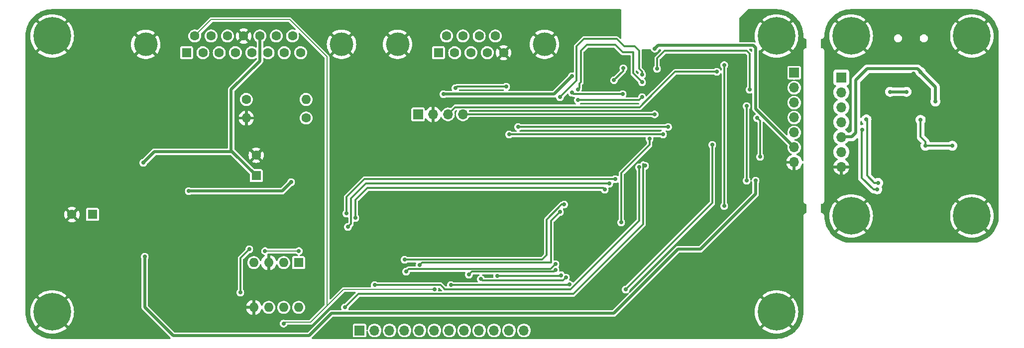
<source format=gbr>
%TF.GenerationSoftware,KiCad,Pcbnew,8.0.4*%
%TF.CreationDate,2024-07-28T20:14:14+02:00*%
%TF.ProjectId,BLDC_driver,424c4443-5f64-4726-9976-65722e6b6963,rev?*%
%TF.SameCoordinates,Original*%
%TF.FileFunction,Copper,L2,Bot*%
%TF.FilePolarity,Positive*%
%FSLAX46Y46*%
G04 Gerber Fmt 4.6, Leading zero omitted, Abs format (unit mm)*
G04 Created by KiCad (PCBNEW 8.0.4) date 2024-07-28 20:14:14*
%MOMM*%
%LPD*%
G01*
G04 APERTURE LIST*
%TA.AperFunction,ComponentPad*%
%ADD10R,1.700000X1.700000*%
%TD*%
%TA.AperFunction,ComponentPad*%
%ADD11O,1.700000X1.700000*%
%TD*%
%TA.AperFunction,ComponentPad*%
%ADD12O,1.600000X1.600000*%
%TD*%
%TA.AperFunction,ComponentPad*%
%ADD13R,1.600000X1.600000*%
%TD*%
%TA.AperFunction,ComponentPad*%
%ADD14C,1.600000*%
%TD*%
%TA.AperFunction,ComponentPad*%
%ADD15C,4.000000*%
%TD*%
%TA.AperFunction,ComponentPad*%
%ADD16C,0.800000*%
%TD*%
%TA.AperFunction,ComponentPad*%
%ADD17C,6.400000*%
%TD*%
%TA.AperFunction,ViaPad*%
%ADD18C,0.700000*%
%TD*%
%TA.AperFunction,Conductor*%
%ADD19C,0.300000*%
%TD*%
%TA.AperFunction,Conductor*%
%ADD20C,0.500000*%
%TD*%
%TA.AperFunction,Conductor*%
%ADD21C,0.200000*%
%TD*%
G04 APERTURE END LIST*
D10*
%TO.P,J4,1,Pin_1*%
%TO.N,/IO32*%
X103090000Y-104750000D03*
D11*
%TO.P,J4,2,Pin_2*%
%TO.N,/IO33*%
X105630000Y-104750000D03*
%TO.P,J4,3,Pin_3*%
%TO.N,/IO35*%
X108170000Y-104750000D03*
%TO.P,J4,4,Pin_4*%
%TO.N,/IO36*%
X110710000Y-104750000D03*
%TO.P,J4,5,Pin_5*%
%TO.N,/IO39*%
X113250000Y-104750000D03*
%TO.P,J4,6,Pin_6*%
%TO.N,/CTRL*%
X115790000Y-104750000D03*
%TO.P,J4,7,Pin_7*%
%TO.N,/IO15*%
X118330000Y-104750000D03*
%TO.P,J4,8,Pin_8*%
%TO.N,/IO14*%
X120870000Y-104750000D03*
%TO.P,J4,9,Pin_9*%
%TO.N,/IO13*%
X123410000Y-104750000D03*
%TO.P,J4,10,Pin_10*%
%TO.N,/IO12*%
X125950000Y-104750000D03*
%TO.P,J4,11,Pin_11*%
%TO.N,/IO2*%
X128490000Y-104750000D03*
%TO.P,J4,12,Pin_12*%
%TO.N,/IO4*%
X131030000Y-104750000D03*
%TD*%
D10*
%TO.P,J6,1,Pin_1*%
%TO.N,/U0RX USB*%
X185025000Y-61650000D03*
D11*
%TO.P,J6,2,Pin_2*%
%TO.N,/U0TX USB*%
X185025000Y-64190000D03*
%TO.P,J6,3,Pin_3*%
%TO.N,/EN USB*%
X185025000Y-66730000D03*
%TO.P,J6,4,Pin_4*%
%TO.N,/GPIO0 USB*%
X185025000Y-69270000D03*
%TO.P,J6,5,Pin_5*%
%TO.N,/+5V USB*%
X185025000Y-71810000D03*
%TO.P,J6,6,Pin_6*%
%TO.N,/+3.3V USB*%
X185025000Y-74350000D03*
%TO.P,J6,7,Pin_7*%
%TO.N,GND1*%
X185025000Y-76890000D03*
%TD*%
%TO.P,J3,7,Pin_7*%
%TO.N,GND*%
X177000000Y-76115000D03*
%TO.P,J3,6,Pin_6*%
%TO.N,+3.3V*%
X177000000Y-73575000D03*
%TO.P,J3,5,Pin_5*%
%TO.N,+5V*%
X177000000Y-71035000D03*
%TO.P,J3,4,Pin_4*%
%TO.N,/GPIO0*%
X177000000Y-68495000D03*
%TO.P,J3,3,Pin_3*%
%TO.N,/EN*%
X177000000Y-65955000D03*
%TO.P,J3,2,Pin_2*%
%TO.N,/U0TX*%
X177000000Y-63415000D03*
D10*
%TO.P,J3,1,Pin_1*%
%TO.N,/U0RX*%
X177000000Y-60875000D03*
%TD*%
D12*
%TO.P,U4,8,V+*%
%TO.N,+5V*%
X92700000Y-100820000D03*
%TO.P,U4,7*%
%TO.N,/CTRL*%
X90160000Y-100820000D03*
%TO.P,U4,6,-*%
%TO.N,Net-(U4B--)*%
X87620000Y-100820000D03*
%TO.P,U4,5,+*%
%TO.N,GND*%
X85080000Y-100820000D03*
%TO.P,U4,4,V-*%
%TO.N,-5V*%
X85080000Y-93200000D03*
%TO.P,U4,3,+*%
%TO.N,GND*%
X87620000Y-93200000D03*
%TO.P,U4,2,-*%
%TO.N,Net-(U4A--)*%
X90160000Y-93200000D03*
D13*
%TO.P,U4,1*%
%TO.N,Net-(R5-Pad2)*%
X92700000Y-93200000D03*
%TD*%
D14*
%TO.P,R3,1*%
%TO.N,/RPM DIVIDED*%
X93980000Y-68580000D03*
D12*
%TO.P,R3,2*%
%TO.N,GND*%
X83820000Y-68580000D03*
%TD*%
D14*
%TO.P,R1,1*%
%TO.N,/RPM*%
X83820000Y-65405000D03*
D12*
%TO.P,R1,2*%
%TO.N,/RPM DIVIDED*%
X93980000Y-65405000D03*
%TD*%
D15*
%TO.P,J5,0,PAD*%
%TO.N,GND*%
X134535000Y-56030000D03*
X109535000Y-56030000D03*
D13*
%TO.P,J5,1,1*%
%TO.N,unconnected-(J5-Pad1)*%
X116495000Y-57450000D03*
D14*
%TO.P,J5,2,2*%
%TO.N,/T1OUT*%
X119265000Y-57450000D03*
%TO.P,J5,3,3*%
%TO.N,/R1IN*%
X122035000Y-57450000D03*
%TO.P,J5,4,4*%
%TO.N,unconnected-(J5-Pad4)*%
X124805000Y-57450000D03*
%TO.P,J5,5,5*%
%TO.N,GND*%
X127575000Y-57450000D03*
%TO.P,J5,6,6*%
%TO.N,unconnected-(J5-Pad6)*%
X117880000Y-54610000D03*
%TO.P,J5,7,7*%
%TO.N,unconnected-(J5-Pad7)*%
X120650000Y-54610000D03*
%TO.P,J5,8,8*%
%TO.N,unconnected-(J5-Pad8)*%
X123420000Y-54610000D03*
%TO.P,J5,9,9*%
%TO.N,unconnected-(J5-Pad9)*%
X126190000Y-54610000D03*
%TD*%
D10*
%TO.P,J2,1,Pin_1*%
%TO.N,+3.3V*%
X113030000Y-67945000D03*
D11*
%TO.P,J2,2,Pin_2*%
%TO.N,GND*%
X115570000Y-67945000D03*
%TO.P,J2,3,Pin_3*%
%TO.N,/SCL*%
X118110000Y-67945000D03*
%TO.P,J2,4,Pin_4*%
%TO.N,/SDA*%
X120650000Y-67945000D03*
%TD*%
D16*
%TO.P,H4,1,1*%
%TO.N,GND*%
X171590000Y-101600000D03*
X172292944Y-99902944D03*
X172292944Y-103297056D03*
X173990000Y-99200000D03*
D17*
X173990000Y-101600000D03*
D16*
X173990000Y-104000000D03*
X175687056Y-99902944D03*
X175687056Y-103297056D03*
X176390000Y-101600000D03*
%TD*%
%TO.P,H3,1,1*%
%TO.N,GND*%
X171590000Y-54610000D03*
X172292944Y-52912944D03*
X172292944Y-56307056D03*
X173990000Y-52210000D03*
D17*
X173990000Y-54610000D03*
D16*
X173990000Y-57010000D03*
X175687056Y-52912944D03*
X175687056Y-56307056D03*
X176390000Y-54610000D03*
%TD*%
%TO.P,H8,1,1*%
%TO.N,GND1*%
X209617944Y-85250000D03*
X208915000Y-86947056D03*
X208915000Y-83552944D03*
X207217944Y-87650000D03*
D17*
X207217944Y-85250000D03*
D16*
X207217944Y-82850000D03*
X205520888Y-86947056D03*
X205520888Y-83552944D03*
X204817944Y-85250000D03*
%TD*%
%TO.P,H7,1,1*%
%TO.N,GND1*%
X204817944Y-54610000D03*
X205520888Y-52912944D03*
X205520888Y-56307056D03*
X207217944Y-52210000D03*
D17*
X207217944Y-54610000D03*
D16*
X207217944Y-57010000D03*
X208915000Y-52912944D03*
X208915000Y-56307056D03*
X209617944Y-54610000D03*
%TD*%
%TO.P,H2,1,1*%
%TO.N,GND*%
X48400000Y-54610000D03*
X49102944Y-52912944D03*
X49102944Y-56307056D03*
X50800000Y-52210000D03*
D17*
X50800000Y-54610000D03*
D16*
X50800000Y-57010000D03*
X52497056Y-52912944D03*
X52497056Y-56307056D03*
X53200000Y-54610000D03*
%TD*%
%TO.P,H1,1,1*%
%TO.N,GND*%
X53200000Y-101600000D03*
X52497056Y-103297056D03*
X52497056Y-99902944D03*
X50800000Y-104000000D03*
D17*
X50800000Y-101600000D03*
D16*
X50800000Y-99200000D03*
X49102944Y-103297056D03*
X49102944Y-99902944D03*
X48400000Y-101600000D03*
%TD*%
%TO.P,H6,1,1*%
%TO.N,GND1*%
X184290000Y-54610000D03*
X184992944Y-52912944D03*
X184992944Y-56307056D03*
X186690000Y-52210000D03*
D17*
X186690000Y-54610000D03*
D16*
X186690000Y-57010000D03*
X188387056Y-52912944D03*
X188387056Y-56307056D03*
X189090000Y-54610000D03*
%TD*%
%TO.P,H5,1,1*%
%TO.N,GND1*%
X189090000Y-85250000D03*
X188387056Y-86947056D03*
X188387056Y-83552944D03*
X186690000Y-87650000D03*
D17*
X186690000Y-85250000D03*
D16*
X186690000Y-82850000D03*
X184992944Y-86947056D03*
X184992944Y-83552944D03*
X184290000Y-85250000D03*
%TD*%
D14*
%TO.P,C11,2*%
%TO.N,GND*%
X54152651Y-85000000D03*
D13*
%TO.P,C11,1*%
%TO.N,+5V*%
X57652651Y-85000000D03*
%TD*%
D14*
%TO.P,C9,2*%
%TO.N,GND*%
X85500000Y-74902651D03*
D13*
%TO.P,C9,1*%
%TO.N,+24V*%
X85500000Y-78402651D03*
%TD*%
D15*
%TO.P,J1,0,PAD*%
%TO.N,GND*%
X100010000Y-56030000D03*
X66710000Y-56030000D03*
D13*
%TO.P,J1,1,1*%
%TO.N,/DIR*%
X73665000Y-57450000D03*
D14*
%TO.P,J1,2,2*%
%TO.N,unconnected-(J1-Pad2)*%
X76435000Y-57450000D03*
%TO.P,J1,3,3*%
%TO.N,unconnected-(J1-Pad3)*%
X79205000Y-57450000D03*
%TO.P,J1,4,4*%
%TO.N,unconnected-(J1-Pad4)*%
X81975000Y-57450000D03*
%TO.P,J1,5,5*%
%TO.N,unconnected-(J1-Pad5)*%
X84745000Y-57450000D03*
%TO.P,J1,6,6*%
%TO.N,unconnected-(J1-Pad6)*%
X87515000Y-57450000D03*
%TO.P,J1,7,7*%
%TO.N,unconnected-(J1-Pad7)*%
X90285000Y-57450000D03*
%TO.P,J1,8,8*%
%TO.N,unconnected-(J1-Pad8)*%
X93055000Y-57450000D03*
%TO.P,J1,9,P9*%
%TO.N,/CTRL*%
X75050000Y-54610000D03*
%TO.P,J1,10,P10*%
%TO.N,unconnected-(J1-P10-Pad10)*%
X77820000Y-54610000D03*
%TO.P,J1,11,P111*%
%TO.N,unconnected-(J1-P111-Pad11)*%
X80590000Y-54610000D03*
%TO.P,J1,12,P12*%
%TO.N,GND*%
X83360000Y-54610000D03*
%TO.P,J1,13,P13*%
%TO.N,+24V*%
X86130000Y-54610000D03*
%TO.P,J1,14,P14*%
%TO.N,/RPM*%
X88900000Y-54610000D03*
%TO.P,J1,15,P15*%
%TO.N,unconnected-(J1-P15-Pad15)*%
X91670000Y-54610000D03*
%TD*%
D18*
%TO.N,GND1*%
X204317600Y-70053200D03*
%TO.N,GND*%
X64211200Y-84937600D03*
X139801600Y-76911200D03*
X142646400Y-58369200D03*
%TO.N,/EN*%
X146354800Y-62128400D03*
X147929600Y-60096400D03*
%TO.N,GND*%
X172720000Y-71577200D03*
X169011600Y-54203600D03*
X176631600Y-83464400D03*
X159512000Y-66598800D03*
X159410400Y-59436000D03*
X153771600Y-73812400D03*
X164084000Y-58318400D03*
X151681914Y-57244714D03*
X156006800Y-65176400D03*
X157429200Y-65176400D03*
X156718000Y-65938400D03*
X156006800Y-66598800D03*
X157378400Y-66598800D03*
X158089600Y-65836800D03*
X158089600Y-64516000D03*
X157378400Y-63804800D03*
X155905200Y-63804800D03*
X156718000Y-64465200D03*
X155295600Y-64465200D03*
X155295600Y-65989200D03*
X123698000Y-69850000D03*
X124460000Y-74930000D03*
X131826000Y-88900000D03*
X119126000Y-83312000D03*
%TO.N,Net-(U4B--)*%
X84328000Y-90932000D03*
X82804000Y-98298000D03*
%TO.N,GND*%
X82042000Y-86360000D03*
X65024000Y-99060000D03*
X69088000Y-99314000D03*
X72136000Y-92202000D03*
X75438000Y-94996000D03*
X70866000Y-80772000D03*
X77978000Y-77724000D03*
X66548000Y-72644000D03*
X66802000Y-64516000D03*
X96520000Y-79502000D03*
X91948000Y-73152000D03*
%TO.N,/IO32*%
X100584000Y-100838000D03*
X151638000Y-76708000D03*
%TO.N,/IO39*%
X113284000Y-93615000D03*
X137160000Y-84582000D03*
X140208000Y-63754000D03*
X151130000Y-62484000D03*
%TO.N,/RPM DIVIDED*%
X119380000Y-63500000D03*
X139192000Y-64262000D03*
X147828000Y-64516000D03*
X128016000Y-63246000D03*
%TO.N,/IO36*%
X110998000Y-94742000D03*
X136398000Y-93472000D03*
X137160000Y-65024000D03*
X151130000Y-61214000D03*
%TO.N,/IO33*%
X105664000Y-97028000D03*
X150622000Y-76962000D03*
%TO.N,/DAC1*%
X102362000Y-85598000D03*
X144780000Y-80772000D03*
%TO.N,/DAC2*%
X145542000Y-79756000D03*
%TO.N,/DIR control*%
X100838000Y-84836000D03*
X146558000Y-78994000D03*
%TO.N,/IO14*%
X121666000Y-95250000D03*
X136398000Y-94488000D03*
%TO.N,/IO12*%
X126492000Y-95504000D03*
X137371014Y-95355507D03*
%TO.N,/IO13*%
X123698000Y-96012000D03*
X138176000Y-95758000D03*
%TO.N,/IO15*%
X118618000Y-97028000D03*
X138746000Y-96914025D03*
%TO.N,/SCL*%
X163830000Y-60706000D03*
%TO.N,/SDA*%
X153263600Y-67945000D03*
%TO.N,/SW2*%
X165100000Y-59560000D03*
%TO.N,/IO4*%
X148336000Y-97790000D03*
X163068000Y-73152000D03*
%TO.N,/SW2*%
X165100000Y-83566000D03*
%TO.N,/SW4*%
X147574000Y-86360000D03*
X152400000Y-72136000D03*
%TO.N,/SW3*%
X168910000Y-79248000D03*
X168910000Y-66548000D03*
%TO.N,/SW1*%
X171196000Y-75184000D03*
X170688000Y-68580000D03*
%TO.N,/EN*%
X153670000Y-60198000D03*
X169418000Y-63754000D03*
%TO.N,+5V*%
X170434000Y-79248000D03*
X66548000Y-92200000D03*
%TO.N,+3.3V*%
X153289000Y-56769000D03*
X139192000Y-61468000D03*
X117348000Y-64516000D03*
%TO.N,/CTRL*%
X115824000Y-97790000D03*
X90160000Y-103578000D03*
%TO.N,+24V*%
X66294000Y-76200000D03*
%TO.N,+5V*%
X91440000Y-79502000D03*
X74014000Y-81026000D03*
%TO.N,/U2TX*%
X130048000Y-70104000D03*
X155549600Y-70104000D03*
%TO.N,/U2RX*%
X128524000Y-71374000D03*
X154686000Y-71374000D03*
%TO.N,/GPIO0 USB*%
X191112500Y-80712500D03*
%TO.N,/EN USB*%
X191250000Y-79625000D03*
%TO.N,Net-(R5-Pad2)*%
X92750000Y-91238000D03*
X87000000Y-91238000D03*
%TO.N,GND1*%
X204000000Y-60250000D03*
%TO.N,/+5V USB*%
X201000000Y-65750000D03*
X198500000Y-60750000D03*
%TO.N,/EN USB*%
X189282525Y-68817475D03*
%TO.N,GND1*%
X191300000Y-64300000D03*
%TO.N,/+3.3V USB*%
X193300000Y-64100000D03*
X196100000Y-64100000D03*
%TO.N,/RTS*%
X203900000Y-73300000D03*
X199350000Y-73300000D03*
X198500000Y-68900000D03*
%TO.N,GND1*%
X196000000Y-55400000D03*
X203300000Y-57600000D03*
X190300000Y-57600000D03*
X190400000Y-52100000D03*
X203400000Y-52100000D03*
X207000000Y-63500000D03*
X197250000Y-61000000D03*
%TO.N,/GPIO0 USB*%
X188600000Y-70600000D03*
%TO.N,/DAC2*%
X101092000Y-87122000D03*
%TO.N,/IO35*%
X151130000Y-65024000D03*
X110744000Y-92710000D03*
X137860000Y-83312000D03*
X140208000Y-65532000D03*
%TO.N,GND*%
X172008800Y-66395600D03*
%TD*%
D19*
%TO.N,/EN*%
X147929600Y-60096400D02*
X147929600Y-60553600D01*
X147929600Y-60553600D02*
X146354800Y-62128400D01*
%TO.N,GND*%
X159512000Y-68072000D02*
X159512000Y-66598800D01*
X153771600Y-73812400D02*
X159512000Y-68072000D01*
%TO.N,/SDA*%
X153263600Y-67945000D02*
X120650000Y-67945000D01*
%TO.N,/U2RX*%
X128524000Y-71374000D02*
X154686000Y-71374000D01*
%TO.N,/U2TX*%
X130048000Y-70104000D02*
X155549600Y-70104000D01*
%TO.N,GND*%
X131826000Y-88900000D02*
X131826000Y-88646000D01*
%TO.N,Net-(U4B--)*%
X84328000Y-90932000D02*
X82804000Y-92456000D01*
X82804000Y-92456000D02*
X82804000Y-98298000D01*
D20*
%TO.N,GND*%
X66802000Y-64516000D02*
X67056000Y-64770000D01*
D19*
X96520000Y-79502000D02*
X96520000Y-79756000D01*
%TO.N,/IO32*%
X102870000Y-98552000D02*
X100584000Y-100838000D01*
X104648000Y-98552000D02*
X102870000Y-98552000D01*
X139446000Y-98552000D02*
X104648000Y-98552000D01*
X151322000Y-86676000D02*
X139446000Y-98552000D01*
X151322000Y-76392000D02*
X151322000Y-86676000D01*
X151638000Y-76708000D02*
X151322000Y-76392000D01*
%TO.N,/IO35*%
X151130000Y-65024000D02*
X150622000Y-65532000D01*
%TO.N,/IO39*%
X137160000Y-84582000D02*
X135636000Y-86106000D01*
X140462000Y-63500000D02*
X140208000Y-63754000D01*
X140462000Y-62738000D02*
X140462000Y-63500000D01*
X135636000Y-86106000D02*
X135636000Y-93218000D01*
X140716000Y-62484000D02*
X140462000Y-62738000D01*
X141732000Y-56134000D02*
X140716000Y-57150000D01*
X146558000Y-56134000D02*
X141732000Y-56134000D01*
X149606000Y-57404000D02*
X147828000Y-57404000D01*
X151130000Y-62484000D02*
X149606000Y-60960000D01*
X140716000Y-57150000D02*
X140716000Y-62484000D01*
X147828000Y-57404000D02*
X146558000Y-56134000D01*
X113681000Y-93218000D02*
X113284000Y-93615000D01*
X149606000Y-60960000D02*
X149606000Y-57404000D01*
X135636000Y-93218000D02*
X113681000Y-93218000D01*
D20*
%TO.N,+3.3V*%
X169992000Y-56200000D02*
X170434000Y-56642000D01*
X170434000Y-67009000D02*
X177000000Y-73575000D01*
X153858000Y-56200000D02*
X169992000Y-56200000D01*
X153289000Y-56769000D02*
X153858000Y-56200000D01*
X170434000Y-56642000D02*
X170434000Y-67009000D01*
D19*
%TO.N,/RPM DIVIDED*%
X128016000Y-63246000D02*
X119634000Y-63246000D01*
X147828000Y-64516000D02*
X139446000Y-64516000D01*
X139446000Y-64516000D02*
X139192000Y-64262000D01*
X119634000Y-63246000D02*
X119380000Y-63500000D01*
%TO.N,/IO36*%
X135555000Y-94315000D02*
X122428000Y-94315000D01*
X111425000Y-94315000D02*
X110998000Y-94742000D01*
X136398000Y-93472000D02*
X135555000Y-94315000D01*
X139954000Y-56388000D02*
X139954000Y-62230000D01*
X141224000Y-55118000D02*
X139954000Y-56388000D01*
X146304000Y-55118000D02*
X141224000Y-55118000D01*
X139954000Y-62230000D02*
X137160000Y-65024000D01*
X146812000Y-55118000D02*
X146304000Y-55118000D01*
X148082000Y-56388000D02*
X146812000Y-55118000D01*
X150114000Y-56642000D02*
X149860000Y-56388000D01*
X150622000Y-57150000D02*
X150114000Y-56642000D01*
X122428000Y-94315000D02*
X111425000Y-94315000D01*
X150622000Y-60198000D02*
X150622000Y-57150000D01*
X151130000Y-61214000D02*
X151130000Y-60706000D01*
X151130000Y-60706000D02*
X150876000Y-60452000D01*
X149860000Y-56388000D02*
X148082000Y-56388000D01*
X150876000Y-60452000D02*
X150622000Y-60198000D01*
%TO.N,/IO33*%
X116840000Y-97028000D02*
X105664000Y-97028000D01*
X117540000Y-97728000D02*
X117348000Y-97536000D01*
X138921975Y-97728000D02*
X117540000Y-97728000D01*
X150622000Y-76962000D02*
X150622000Y-86027975D01*
X150622000Y-86027975D02*
X138921975Y-97728000D01*
X117348000Y-97536000D02*
X116840000Y-97028000D01*
%TO.N,/IO14*%
X136144000Y-94742000D02*
X136398000Y-94488000D01*
X122174000Y-94742000D02*
X136144000Y-94742000D01*
X121666000Y-95250000D02*
X122174000Y-94742000D01*
%TO.N,/IO12*%
X137222521Y-95504000D02*
X137371014Y-95355507D01*
X126492000Y-95504000D02*
X137222521Y-95504000D01*
%TO.N,/IO13*%
X123952000Y-96266000D02*
X123698000Y-96012000D01*
X137668000Y-96266000D02*
X123952000Y-96266000D01*
X138176000Y-95758000D02*
X137668000Y-96266000D01*
%TO.N,/DAC1*%
X144526000Y-80518000D02*
X144780000Y-80772000D01*
X102362000Y-85598000D02*
X102362000Y-82550000D01*
X104394000Y-80518000D02*
X144526000Y-80518000D01*
X102362000Y-82550000D02*
X104394000Y-80518000D01*
%TO.N,/DAC2*%
X101600000Y-82296000D02*
X104140000Y-79756000D01*
X101600000Y-86614000D02*
X101600000Y-82296000D01*
X104140000Y-79756000D02*
X145542000Y-79756000D01*
X101092000Y-87122000D02*
X101600000Y-86614000D01*
%TO.N,/SW4*%
X147574000Y-77978000D02*
X147574000Y-86360000D01*
X152400000Y-73152000D02*
X147574000Y-77978000D01*
X152400000Y-72136000D02*
X152400000Y-73152000D01*
%TO.N,/EN*%
X153670000Y-58420000D02*
X153670000Y-60198000D01*
X168910000Y-57150000D02*
X154940000Y-57150000D01*
X169418000Y-57658000D02*
X168910000Y-57150000D01*
X154940000Y-57150000D02*
X153670000Y-58420000D01*
X169418000Y-63754000D02*
X169418000Y-57658000D01*
%TO.N,/DIR control*%
X100838000Y-82042000D02*
X100838000Y-84836000D01*
X101600000Y-81280000D02*
X100838000Y-82042000D01*
X103886000Y-78994000D02*
X101600000Y-81280000D01*
X146558000Y-78994000D02*
X103886000Y-78994000D01*
%TO.N,/IO15*%
X138632025Y-97028000D02*
X118618000Y-97028000D01*
X138746000Y-96914025D02*
X138632025Y-97028000D01*
%TO.N,/SCL*%
X153162000Y-64262000D02*
X156718000Y-60706000D01*
X150679000Y-66745000D02*
X153162000Y-64262000D01*
X119310000Y-66745000D02*
X150679000Y-66745000D01*
X156718000Y-60706000D02*
X163830000Y-60706000D01*
X118110000Y-67945000D02*
X119310000Y-66745000D01*
%TO.N,/SW2*%
X165100000Y-83566000D02*
X165100000Y-59560000D01*
%TO.N,/IO4*%
X163068000Y-83058000D02*
X163068000Y-73152000D01*
X148336000Y-97790000D02*
X163068000Y-83058000D01*
%TO.N,/SW3*%
X168910000Y-79248000D02*
X168910000Y-66548000D01*
%TO.N,/SW1*%
X171196000Y-69088000D02*
X170688000Y-68580000D01*
X171196000Y-75184000D02*
X171196000Y-69088000D01*
D20*
%TO.N,+5V*%
X170434000Y-81534000D02*
X170434000Y-79248000D01*
X161798000Y-90170000D02*
X170434000Y-81534000D01*
X146304000Y-101854000D02*
X157226000Y-90932000D01*
X161036000Y-90932000D02*
X161798000Y-90170000D01*
X98298000Y-101854000D02*
X146304000Y-101854000D01*
X94488000Y-105664000D02*
X98298000Y-101854000D01*
X94234000Y-105664000D02*
X94488000Y-105664000D01*
X157226000Y-90932000D02*
X161036000Y-90932000D01*
X66548000Y-100838000D02*
X71374000Y-105664000D01*
X71374000Y-105664000D02*
X94234000Y-105664000D01*
X66548000Y-92200000D02*
X66548000Y-100838000D01*
%TO.N,+3.3V*%
X117348000Y-64516000D02*
X136144000Y-64516000D01*
X136144000Y-64516000D02*
X139192000Y-61468000D01*
D21*
%TO.N,/CTRL*%
X91186000Y-51816000D02*
X77844000Y-51816000D01*
X97409000Y-100711000D02*
X97536000Y-100584000D01*
X97536000Y-100584000D02*
X97536000Y-58166000D01*
X97409000Y-100711000D02*
X100330000Y-97790000D01*
X77844000Y-51816000D02*
X75050000Y-54610000D01*
X94742000Y-103378000D02*
X97409000Y-100711000D01*
X97536000Y-58166000D02*
X91186000Y-51816000D01*
X100330000Y-97790000D02*
X115824000Y-97790000D01*
X90160000Y-103578000D02*
X90360000Y-103378000D01*
X90360000Y-103378000D02*
X94742000Y-103378000D01*
D20*
%TO.N,+24V*%
X68191674Y-74302326D02*
X66294000Y-76200000D01*
X81399674Y-74302326D02*
X68191674Y-74302326D01*
X81250000Y-74152651D02*
X81399674Y-74302326D01*
X81399674Y-74302326D02*
X85500000Y-78402651D01*
%TO.N,+5V*%
X89916000Y-81026000D02*
X91440000Y-79502000D01*
X74014000Y-81026000D02*
X89916000Y-81026000D01*
D19*
%TO.N,/GPIO0 USB*%
X190500000Y-80750000D02*
X188500000Y-78750000D01*
X190537500Y-80712500D02*
X190500000Y-80750000D01*
X191112500Y-80712500D02*
X190537500Y-80712500D01*
%TO.N,/EN USB*%
X189400000Y-78400000D02*
X189400000Y-68934950D01*
X190625000Y-79625000D02*
X189400000Y-78400000D01*
X189400000Y-68934950D02*
X189282525Y-68817475D01*
X191250000Y-79625000D02*
X190625000Y-79625000D01*
D21*
%TO.N,Net-(R5-Pad2)*%
X87000000Y-91238000D02*
X92750000Y-91238000D01*
D20*
%TO.N,/+5V USB*%
X201000000Y-63250000D02*
X201000000Y-65750000D01*
X198500000Y-60750000D02*
X201000000Y-63250000D01*
X198450000Y-60700000D02*
X198500000Y-60750000D01*
X186810000Y-71790000D02*
X185000000Y-71790000D01*
X187500000Y-71100000D02*
X186810000Y-71790000D01*
X187500000Y-62100000D02*
X187500000Y-71100000D01*
X189400000Y-60200000D02*
X187500000Y-62100000D01*
X197950000Y-60200000D02*
X189400000Y-60200000D01*
X198450000Y-60700000D02*
X197950000Y-60200000D01*
%TO.N,/+3.3V USB*%
X196100000Y-64100000D02*
X193300000Y-64100000D01*
D19*
%TO.N,/RTS*%
X199350000Y-72600000D02*
X198500000Y-71750000D01*
X198500000Y-71750000D02*
X198500000Y-68900000D01*
X199350000Y-73300000D02*
X199350000Y-72600000D01*
X203900000Y-73300000D02*
X199350000Y-73300000D01*
%TO.N,/GPIO0 USB*%
X188500000Y-78750000D02*
X188500000Y-70700000D01*
X188500000Y-70700000D02*
X188600000Y-70600000D01*
D20*
%TO.N,+24V*%
X81250000Y-63750000D02*
X81250000Y-74152651D01*
X86130000Y-54610000D02*
X86130000Y-58870000D01*
X86130000Y-58870000D02*
X81250000Y-63750000D01*
D19*
%TO.N,/IO35*%
X134112000Y-92710000D02*
X134874000Y-91948000D01*
X134874000Y-91948000D02*
X134874000Y-85878050D01*
X134874000Y-85878050D02*
X137440050Y-83312000D01*
X110744000Y-92710000D02*
X134112000Y-92710000D01*
X137440050Y-83312000D02*
X137860000Y-83312000D01*
X150622000Y-65532000D02*
X140208000Y-65532000D01*
%TD*%
%TA.AperFunction,Conductor*%
%TO.N,GND1*%
G36*
X207220642Y-50030618D02*
G01*
X207611677Y-50047694D01*
X207622418Y-50048634D01*
X208007797Y-50099373D01*
X208018437Y-50101250D01*
X208397909Y-50185380D01*
X208408352Y-50188177D01*
X208779015Y-50305050D01*
X208779044Y-50305059D01*
X208789210Y-50308759D01*
X209148311Y-50457507D01*
X209158115Y-50462079D01*
X209502879Y-50641554D01*
X209512226Y-50646950D01*
X209840028Y-50855786D01*
X209840050Y-50855800D01*
X209848910Y-50862004D01*
X210157269Y-51098619D01*
X210165544Y-51105562D01*
X210296153Y-51225244D01*
X210452118Y-51368161D01*
X210459767Y-51375810D01*
X210722357Y-51662380D01*
X210729310Y-51670667D01*
X210965917Y-51979020D01*
X210972122Y-51987881D01*
X211180961Y-52315695D01*
X211186370Y-52325064D01*
X211365844Y-52669833D01*
X211370407Y-52679618D01*
X211519155Y-53038731D01*
X211522852Y-53048887D01*
X211639730Y-53419579D01*
X211642530Y-53430028D01*
X211726657Y-53809502D01*
X211728535Y-53820155D01*
X211779267Y-54205502D01*
X211780210Y-54216277D01*
X211794931Y-54553458D01*
X211797326Y-54608295D01*
X211797444Y-54613704D01*
X211797444Y-85247293D01*
X211797326Y-85252702D01*
X211780254Y-85643724D01*
X211779311Y-85654500D01*
X211728578Y-86039853D01*
X211726700Y-86050506D01*
X211642573Y-86429983D01*
X211639773Y-86440432D01*
X211522895Y-86811123D01*
X211519195Y-86821289D01*
X211370453Y-87180385D01*
X211365882Y-87190188D01*
X211186408Y-87534957D01*
X211180999Y-87544326D01*
X210972158Y-87872143D01*
X210965953Y-87881004D01*
X210729344Y-88189361D01*
X210722391Y-88197648D01*
X210459792Y-88484227D01*
X210452143Y-88491876D01*
X210165584Y-88754461D01*
X210157297Y-88761414D01*
X209848936Y-88998030D01*
X209840075Y-89004235D01*
X209512259Y-89213080D01*
X209502890Y-89218489D01*
X209158129Y-89397962D01*
X209148326Y-89402534D01*
X208789229Y-89551280D01*
X208779063Y-89554980D01*
X208408369Y-89671862D01*
X208397920Y-89674662D01*
X208018443Y-89758793D01*
X208007790Y-89760671D01*
X207622439Y-89811407D01*
X207611663Y-89812350D01*
X207221650Y-89829382D01*
X207216240Y-89829500D01*
X186692706Y-89829500D01*
X186687297Y-89829382D01*
X186296276Y-89812310D01*
X186285501Y-89811367D01*
X186196792Y-89799688D01*
X185900151Y-89760634D01*
X185889498Y-89758756D01*
X185510021Y-89674628D01*
X185499572Y-89671828D01*
X185128879Y-89554949D01*
X185118714Y-89551249D01*
X184759618Y-89402507D01*
X184749814Y-89397935D01*
X184405057Y-89218465D01*
X184395689Y-89213057D01*
X184067869Y-89004213D01*
X184059008Y-88998008D01*
X183750646Y-88761394D01*
X183742359Y-88754440D01*
X183455795Y-88491853D01*
X183448146Y-88484204D01*
X183185559Y-88197640D01*
X183178605Y-88189353D01*
X182941991Y-87880991D01*
X182935786Y-87872130D01*
X182726942Y-87544310D01*
X182721534Y-87534942D01*
X182542061Y-87190178D01*
X182537492Y-87180381D01*
X182505251Y-87102543D01*
X182388744Y-86821270D01*
X182385055Y-86811135D01*
X182268168Y-86440416D01*
X182265374Y-86429990D01*
X182181241Y-86050493D01*
X182179365Y-86039848D01*
X182128630Y-85654477D01*
X182127690Y-85643742D01*
X182110618Y-85252701D01*
X182110559Y-85249999D01*
X182984922Y-85249999D01*
X182984922Y-85250000D01*
X183005219Y-85637287D01*
X183065886Y-86020323D01*
X183065887Y-86020330D01*
X183166262Y-86394936D01*
X183305244Y-86756994D01*
X183481310Y-87102543D01*
X183692531Y-87427793D01*
X183901095Y-87685350D01*
X183901096Y-87685350D01*
X185395748Y-86190698D01*
X185469588Y-86292330D01*
X185647670Y-86470412D01*
X185749300Y-86544251D01*
X184254648Y-88038903D01*
X184254649Y-88038904D01*
X184512206Y-88247468D01*
X184837456Y-88458689D01*
X185183005Y-88634755D01*
X185545063Y-88773737D01*
X185919669Y-88874112D01*
X185919676Y-88874113D01*
X186302712Y-88934780D01*
X186689999Y-88955078D01*
X186690001Y-88955078D01*
X187077287Y-88934780D01*
X187460323Y-88874113D01*
X187460330Y-88874112D01*
X187834936Y-88773737D01*
X188196994Y-88634755D01*
X188542543Y-88458689D01*
X188867783Y-88247476D01*
X188867785Y-88247475D01*
X189125349Y-88038902D01*
X187630698Y-86544251D01*
X187732330Y-86470412D01*
X187910412Y-86292330D01*
X187984251Y-86190698D01*
X189478902Y-87685349D01*
X189687475Y-87427785D01*
X189687476Y-87427783D01*
X189898689Y-87102543D01*
X190074755Y-86756994D01*
X190213737Y-86394936D01*
X190314112Y-86020330D01*
X190314113Y-86020323D01*
X190374780Y-85637287D01*
X190395078Y-85250000D01*
X190395078Y-85249999D01*
X203512866Y-85249999D01*
X203512866Y-85250000D01*
X203533163Y-85637287D01*
X203593830Y-86020323D01*
X203593831Y-86020330D01*
X203694206Y-86394936D01*
X203833188Y-86756994D01*
X204009254Y-87102543D01*
X204220475Y-87427793D01*
X204429039Y-87685350D01*
X204429040Y-87685350D01*
X205923692Y-86190698D01*
X205997532Y-86292330D01*
X206175614Y-86470412D01*
X206277244Y-86544251D01*
X204782592Y-88038903D01*
X204782593Y-88038904D01*
X205040150Y-88247468D01*
X205365400Y-88458689D01*
X205710949Y-88634755D01*
X206073007Y-88773737D01*
X206447613Y-88874112D01*
X206447620Y-88874113D01*
X206830656Y-88934780D01*
X207217943Y-88955078D01*
X207217945Y-88955078D01*
X207605231Y-88934780D01*
X207988267Y-88874113D01*
X207988274Y-88874112D01*
X208362880Y-88773737D01*
X208724938Y-88634755D01*
X209070487Y-88458689D01*
X209395727Y-88247476D01*
X209395729Y-88247475D01*
X209653293Y-88038902D01*
X208158642Y-86544251D01*
X208260274Y-86470412D01*
X208438356Y-86292330D01*
X208512195Y-86190698D01*
X210006846Y-87685349D01*
X210215419Y-87427785D01*
X210215420Y-87427783D01*
X210426633Y-87102543D01*
X210602699Y-86756994D01*
X210741681Y-86394936D01*
X210842056Y-86020330D01*
X210842057Y-86020323D01*
X210902724Y-85637287D01*
X210923022Y-85250000D01*
X210923022Y-85249999D01*
X210902724Y-84862712D01*
X210842057Y-84479676D01*
X210842056Y-84479669D01*
X210741681Y-84105063D01*
X210602699Y-83743005D01*
X210426633Y-83397456D01*
X210215412Y-83072206D01*
X210006848Y-82814649D01*
X210006847Y-82814648D01*
X208512195Y-84309300D01*
X208438356Y-84207670D01*
X208260274Y-84029588D01*
X208158642Y-83955748D01*
X209653294Y-82461096D01*
X209653294Y-82461095D01*
X209395737Y-82252531D01*
X209070487Y-82041310D01*
X208724938Y-81865244D01*
X208362880Y-81726262D01*
X207988274Y-81625887D01*
X207988267Y-81625886D01*
X207605231Y-81565219D01*
X207217945Y-81544922D01*
X207217943Y-81544922D01*
X206830656Y-81565219D01*
X206447620Y-81625886D01*
X206447613Y-81625887D01*
X206073007Y-81726262D01*
X205710949Y-81865244D01*
X205365400Y-82041310D01*
X205040150Y-82252531D01*
X204782592Y-82461095D01*
X204782592Y-82461096D01*
X206277245Y-83955748D01*
X206175614Y-84029588D01*
X205997532Y-84207670D01*
X205923692Y-84309300D01*
X204429040Y-82814648D01*
X204429039Y-82814648D01*
X204220475Y-83072206D01*
X204009254Y-83397456D01*
X203833188Y-83743005D01*
X203694206Y-84105063D01*
X203593831Y-84479669D01*
X203593830Y-84479676D01*
X203533163Y-84862712D01*
X203512866Y-85249999D01*
X190395078Y-85249999D01*
X190374780Y-84862712D01*
X190314113Y-84479676D01*
X190314112Y-84479669D01*
X190213737Y-84105063D01*
X190074755Y-83743005D01*
X189898689Y-83397456D01*
X189687468Y-83072206D01*
X189478904Y-82814649D01*
X189478903Y-82814648D01*
X187984251Y-84309300D01*
X187910412Y-84207670D01*
X187732330Y-84029588D01*
X187630698Y-83955748D01*
X189125350Y-82461096D01*
X189125350Y-82461095D01*
X188867793Y-82252531D01*
X188542543Y-82041310D01*
X188196994Y-81865244D01*
X187834936Y-81726262D01*
X187460330Y-81625887D01*
X187460323Y-81625886D01*
X187077287Y-81565219D01*
X186690001Y-81544922D01*
X186689999Y-81544922D01*
X186302712Y-81565219D01*
X185919676Y-81625886D01*
X185919669Y-81625887D01*
X185545063Y-81726262D01*
X185183005Y-81865244D01*
X184837456Y-82041310D01*
X184512206Y-82252531D01*
X184254648Y-82461095D01*
X184254648Y-82461096D01*
X185749301Y-83955748D01*
X185647670Y-84029588D01*
X185469588Y-84207670D01*
X185395748Y-84309300D01*
X183901096Y-82814648D01*
X183901095Y-82814648D01*
X183692531Y-83072206D01*
X183481310Y-83397456D01*
X183305244Y-83743005D01*
X183166262Y-84105063D01*
X183065887Y-84479669D01*
X183065886Y-84479676D01*
X183005219Y-84862712D01*
X182984922Y-85249999D01*
X182110559Y-85249999D01*
X182110500Y-85247293D01*
X182110500Y-85184110D01*
X182110500Y-85184108D01*
X182076392Y-85056814D01*
X182010500Y-84942686D01*
X181917314Y-84849500D01*
X181860250Y-84816554D01*
X181803187Y-84783608D01*
X181739539Y-84766554D01*
X181675892Y-84749500D01*
X181624000Y-84749500D01*
X181556961Y-84729815D01*
X181511206Y-84677011D01*
X181500000Y-84625500D01*
X181500000Y-83334500D01*
X181519685Y-83267461D01*
X181572489Y-83221706D01*
X181624000Y-83210500D01*
X181675890Y-83210500D01*
X181675892Y-83210500D01*
X181803186Y-83176392D01*
X181917314Y-83110500D01*
X182010500Y-83017314D01*
X182076392Y-82903186D01*
X182110500Y-82775892D01*
X182110500Y-64189999D01*
X183669341Y-64189999D01*
X183669341Y-64190000D01*
X183689936Y-64425403D01*
X183689938Y-64425413D01*
X183751094Y-64653655D01*
X183751096Y-64653659D01*
X183751097Y-64653663D01*
X183838272Y-64840610D01*
X183850965Y-64867830D01*
X183850967Y-64867834D01*
X183986501Y-65061395D01*
X183986506Y-65061402D01*
X184153597Y-65228493D01*
X184153603Y-65228498D01*
X184339158Y-65358425D01*
X184382783Y-65413002D01*
X184389977Y-65482500D01*
X184358454Y-65544855D01*
X184339158Y-65561575D01*
X184153597Y-65691505D01*
X183986505Y-65858597D01*
X183850965Y-66052169D01*
X183850964Y-66052171D01*
X183751098Y-66266335D01*
X183751094Y-66266344D01*
X183689938Y-66494586D01*
X183689936Y-66494596D01*
X183669341Y-66729999D01*
X183669341Y-66730000D01*
X183689936Y-66965403D01*
X183689938Y-66965413D01*
X183751094Y-67193655D01*
X183751096Y-67193659D01*
X183751097Y-67193663D01*
X183850965Y-67407830D01*
X183850967Y-67407834D01*
X183986501Y-67601395D01*
X183986506Y-67601402D01*
X184153597Y-67768493D01*
X184153603Y-67768498D01*
X184339158Y-67898425D01*
X184382783Y-67953002D01*
X184389977Y-68022500D01*
X184358454Y-68084855D01*
X184339158Y-68101575D01*
X184153597Y-68231505D01*
X183986505Y-68398597D01*
X183850965Y-68592169D01*
X183850964Y-68592171D01*
X183751098Y-68806335D01*
X183751094Y-68806344D01*
X183689938Y-69034586D01*
X183689936Y-69034596D01*
X183669341Y-69269999D01*
X183669341Y-69270000D01*
X183689936Y-69505403D01*
X183689938Y-69505413D01*
X183751094Y-69733655D01*
X183751096Y-69733659D01*
X183751097Y-69733663D01*
X183793511Y-69824619D01*
X183850965Y-69947830D01*
X183850967Y-69947834D01*
X183986501Y-70141395D01*
X183986506Y-70141402D01*
X184153597Y-70308493D01*
X184153603Y-70308498D01*
X184339158Y-70438425D01*
X184382783Y-70493002D01*
X184389977Y-70562500D01*
X184358454Y-70624855D01*
X184339158Y-70641575D01*
X184153597Y-70771505D01*
X183986505Y-70938597D01*
X183850965Y-71132169D01*
X183850964Y-71132171D01*
X183751098Y-71346335D01*
X183751094Y-71346344D01*
X183689938Y-71574586D01*
X183689936Y-71574596D01*
X183669341Y-71809999D01*
X183669341Y-71810000D01*
X183689936Y-72045403D01*
X183689938Y-72045413D01*
X183751094Y-72273655D01*
X183751096Y-72273659D01*
X183751097Y-72273663D01*
X183814791Y-72410255D01*
X183850965Y-72487830D01*
X183850967Y-72487834D01*
X183913410Y-72577011D01*
X183986504Y-72681400D01*
X183986506Y-72681402D01*
X184153597Y-72848493D01*
X184153603Y-72848498D01*
X184339158Y-72978425D01*
X184382783Y-73033002D01*
X184389977Y-73102500D01*
X184358454Y-73164855D01*
X184339158Y-73181575D01*
X184153597Y-73311505D01*
X183986505Y-73478597D01*
X183850965Y-73672169D01*
X183850964Y-73672171D01*
X183751098Y-73886335D01*
X183751094Y-73886344D01*
X183689938Y-74114586D01*
X183689936Y-74114596D01*
X183669341Y-74349999D01*
X183669341Y-74350000D01*
X183689936Y-74585403D01*
X183689938Y-74585413D01*
X183751094Y-74813655D01*
X183751096Y-74813659D01*
X183751097Y-74813663D01*
X183850965Y-75027830D01*
X183850967Y-75027834D01*
X183986501Y-75221395D01*
X183986506Y-75221402D01*
X184153597Y-75388493D01*
X184153603Y-75388498D01*
X184339594Y-75518730D01*
X184383219Y-75573307D01*
X184390413Y-75642805D01*
X184358890Y-75705160D01*
X184339595Y-75721880D01*
X184153922Y-75851890D01*
X184153920Y-75851891D01*
X183986891Y-76018920D01*
X183986886Y-76018926D01*
X183851400Y-76212420D01*
X183851399Y-76212422D01*
X183751570Y-76426507D01*
X183751567Y-76426513D01*
X183694364Y-76639999D01*
X183694364Y-76640000D01*
X184591988Y-76640000D01*
X184559075Y-76697007D01*
X184525000Y-76824174D01*
X184525000Y-76955826D01*
X184559075Y-77082993D01*
X184591988Y-77140000D01*
X183694364Y-77140000D01*
X183751567Y-77353486D01*
X183751570Y-77353492D01*
X183851399Y-77567578D01*
X183986894Y-77761082D01*
X184153917Y-77928105D01*
X184347421Y-78063600D01*
X184561507Y-78163429D01*
X184561516Y-78163433D01*
X184775000Y-78220634D01*
X184775000Y-77323012D01*
X184832007Y-77355925D01*
X184959174Y-77390000D01*
X185090826Y-77390000D01*
X185217993Y-77355925D01*
X185275000Y-77323012D01*
X185275000Y-78220633D01*
X185488483Y-78163433D01*
X185488492Y-78163429D01*
X185702578Y-78063600D01*
X185896082Y-77928105D01*
X186063105Y-77761082D01*
X186198600Y-77567578D01*
X186298429Y-77353492D01*
X186298432Y-77353486D01*
X186355636Y-77140000D01*
X185458012Y-77140000D01*
X185490925Y-77082993D01*
X185525000Y-76955826D01*
X185525000Y-76824174D01*
X185490925Y-76697007D01*
X185458012Y-76640000D01*
X186355636Y-76640000D01*
X186355635Y-76639999D01*
X186298432Y-76426513D01*
X186298429Y-76426507D01*
X186198600Y-76212422D01*
X186198599Y-76212420D01*
X186063113Y-76018926D01*
X186063108Y-76018920D01*
X185896078Y-75851890D01*
X185710405Y-75721879D01*
X185666780Y-75667302D01*
X185659588Y-75597804D01*
X185691110Y-75535449D01*
X185710406Y-75518730D01*
X185896401Y-75388495D01*
X186063495Y-75221401D01*
X186199035Y-75027830D01*
X186298903Y-74813663D01*
X186360063Y-74585408D01*
X186380659Y-74350000D01*
X186360063Y-74114592D01*
X186298903Y-73886337D01*
X186199035Y-73672171D01*
X186063495Y-73478599D01*
X186063494Y-73478597D01*
X185896402Y-73311506D01*
X185896396Y-73311501D01*
X185710842Y-73181575D01*
X185667217Y-73126998D01*
X185660023Y-73057500D01*
X185691546Y-72995145D01*
X185710842Y-72978425D01*
X185823945Y-72899229D01*
X185896401Y-72848495D01*
X186063495Y-72681401D01*
X186125131Y-72593376D01*
X186179708Y-72549751D01*
X186226706Y-72540500D01*
X186883920Y-72540500D01*
X186981462Y-72521096D01*
X187028913Y-72511658D01*
X187165495Y-72455084D01*
X187214729Y-72422186D01*
X187288416Y-72372952D01*
X187637819Y-72023547D01*
X187699142Y-71990063D01*
X187768833Y-71995047D01*
X187824767Y-72036918D01*
X187849184Y-72102383D01*
X187849500Y-72111229D01*
X187849500Y-78814070D01*
X187863488Y-78884387D01*
X187863488Y-78884389D01*
X187874497Y-78939737D01*
X187874499Y-78939744D01*
X187895099Y-78989478D01*
X187923535Y-79058127D01*
X187994723Y-79164669D01*
X187994726Y-79164673D01*
X187994727Y-79164674D01*
X189990382Y-81160327D01*
X189990403Y-81160350D01*
X190085326Y-81255273D01*
X190085329Y-81255275D01*
X190085331Y-81255277D01*
X190191873Y-81326465D01*
X190310256Y-81375501D01*
X190397914Y-81392937D01*
X190435926Y-81400498D01*
X190435930Y-81400499D01*
X190570161Y-81400499D01*
X190570161Y-81402885D01*
X190628442Y-81413934D01*
X190644842Y-81424004D01*
X190684902Y-81453109D01*
X190684904Y-81453110D01*
X190684907Y-81453112D01*
X190848233Y-81525829D01*
X191023109Y-81563000D01*
X191023110Y-81563000D01*
X191201889Y-81563000D01*
X191201891Y-81563000D01*
X191376767Y-81525829D01*
X191540093Y-81453112D01*
X191684730Y-81348026D01*
X191804359Y-81215165D01*
X191893750Y-81060335D01*
X191948997Y-80890303D01*
X191967685Y-80712500D01*
X191948997Y-80534697D01*
X191893750Y-80364665D01*
X191874217Y-80330834D01*
X191857745Y-80262935D01*
X191880598Y-80196908D01*
X191889445Y-80185875D01*
X191941859Y-80127665D01*
X192031250Y-79972835D01*
X192086497Y-79802803D01*
X192105185Y-79625000D01*
X192086497Y-79447197D01*
X192031250Y-79277165D01*
X191941859Y-79122335D01*
X191884044Y-79058125D01*
X191822235Y-78989478D01*
X191822232Y-78989476D01*
X191822231Y-78989475D01*
X191822230Y-78989474D01*
X191677593Y-78884388D01*
X191514267Y-78811671D01*
X191514265Y-78811670D01*
X191386594Y-78784533D01*
X191339391Y-78774500D01*
X191160609Y-78774500D01*
X191129954Y-78781015D01*
X190985733Y-78811670D01*
X190887756Y-78855293D01*
X190818506Y-78864577D01*
X190755230Y-78834949D01*
X190749640Y-78829694D01*
X190086819Y-78166873D01*
X190053334Y-78105550D01*
X190050500Y-78079192D01*
X190050500Y-69221482D01*
X190061223Y-69171040D01*
X190063770Y-69165318D01*
X190063775Y-69165310D01*
X190119022Y-68995278D01*
X190129036Y-68900000D01*
X197644815Y-68900000D01*
X197663503Y-69077805D01*
X197663504Y-69077807D01*
X197718747Y-69247829D01*
X197718750Y-69247835D01*
X197808141Y-69402665D01*
X197817648Y-69413223D01*
X197847879Y-69476213D01*
X197849500Y-69496197D01*
X197849500Y-71814069D01*
X197856747Y-71850499D01*
X197856747Y-71850502D01*
X197874497Y-71939736D01*
X197874499Y-71939744D01*
X197918266Y-72045408D01*
X197923535Y-72058127D01*
X197959016Y-72111229D01*
X197994726Y-72164673D01*
X197994727Y-72164674D01*
X198579604Y-72749550D01*
X198613089Y-72810873D01*
X198608105Y-72880564D01*
X198599311Y-72899229D01*
X198568750Y-72952163D01*
X198513504Y-73122192D01*
X198513503Y-73122194D01*
X198494815Y-73300000D01*
X198513503Y-73477805D01*
X198513504Y-73477807D01*
X198568747Y-73647829D01*
X198568750Y-73647835D01*
X198658141Y-73802665D01*
X198699812Y-73848946D01*
X198777764Y-73935521D01*
X198777767Y-73935523D01*
X198777770Y-73935526D01*
X198922407Y-74040612D01*
X199085733Y-74113329D01*
X199260609Y-74150500D01*
X199260610Y-74150500D01*
X199439389Y-74150500D01*
X199439391Y-74150500D01*
X199614267Y-74113329D01*
X199777593Y-74040612D01*
X199869025Y-73974182D01*
X199934831Y-73950702D01*
X199941911Y-73950500D01*
X203308089Y-73950500D01*
X203375128Y-73970185D01*
X203380976Y-73974182D01*
X203472407Y-74040612D01*
X203635733Y-74113329D01*
X203810609Y-74150500D01*
X203810610Y-74150500D01*
X203989389Y-74150500D01*
X203989391Y-74150500D01*
X204164267Y-74113329D01*
X204327593Y-74040612D01*
X204472230Y-73935526D01*
X204591859Y-73802665D01*
X204681250Y-73647835D01*
X204736497Y-73477803D01*
X204755185Y-73300000D01*
X204736497Y-73122197D01*
X204691605Y-72984035D01*
X204681252Y-72952170D01*
X204681249Y-72952164D01*
X204591859Y-72797335D01*
X204545003Y-72745296D01*
X204472235Y-72664478D01*
X204472232Y-72664476D01*
X204472231Y-72664475D01*
X204472230Y-72664474D01*
X204327593Y-72559388D01*
X204164267Y-72486671D01*
X204164265Y-72486670D01*
X204015671Y-72455086D01*
X203989391Y-72449500D01*
X203810609Y-72449500D01*
X203784343Y-72455083D01*
X203635733Y-72486670D01*
X203635728Y-72486672D01*
X203472408Y-72559388D01*
X203472403Y-72559390D01*
X203380974Y-72625818D01*
X203315168Y-72649298D01*
X203308089Y-72649500D01*
X200124073Y-72649500D01*
X200057034Y-72629815D01*
X200011279Y-72577011D01*
X200001809Y-72541882D01*
X200001689Y-72541906D01*
X200001332Y-72540113D01*
X200000670Y-72537656D01*
X200000500Y-72535937D01*
X200000500Y-72535931D01*
X199975501Y-72410256D01*
X199940794Y-72326465D01*
X199926466Y-72291874D01*
X199926465Y-72291872D01*
X199926464Y-72291870D01*
X199855278Y-72185332D01*
X199855272Y-72185325D01*
X199186819Y-71516872D01*
X199153334Y-71455549D01*
X199150500Y-71429191D01*
X199150500Y-69496197D01*
X199170185Y-69429158D01*
X199182352Y-69413223D01*
X199191859Y-69402665D01*
X199281250Y-69247835D01*
X199336497Y-69077803D01*
X199355185Y-68900000D01*
X199336497Y-68722197D01*
X199281250Y-68552165D01*
X199191859Y-68397335D01*
X199117553Y-68314810D01*
X199072235Y-68264478D01*
X199072232Y-68264476D01*
X199072231Y-68264475D01*
X199072230Y-68264474D01*
X198927593Y-68159388D01*
X198764267Y-68086671D01*
X198764265Y-68086670D01*
X198636594Y-68059533D01*
X198589391Y-68049500D01*
X198410609Y-68049500D01*
X198379954Y-68056015D01*
X198235733Y-68086670D01*
X198235728Y-68086672D01*
X198072408Y-68159387D01*
X197927768Y-68264475D01*
X197808140Y-68397336D01*
X197718750Y-68552164D01*
X197718747Y-68552170D01*
X197663504Y-68722192D01*
X197663503Y-68722194D01*
X197644815Y-68900000D01*
X190129036Y-68900000D01*
X190137710Y-68817475D01*
X190119022Y-68639672D01*
X190063775Y-68469640D01*
X189974384Y-68314810D01*
X189927528Y-68262771D01*
X189854760Y-68181953D01*
X189854757Y-68181951D01*
X189854756Y-68181950D01*
X189854755Y-68181949D01*
X189710118Y-68076863D01*
X189546792Y-68004146D01*
X189546790Y-68004145D01*
X189419119Y-67977008D01*
X189371916Y-67966975D01*
X189193134Y-67966975D01*
X189162479Y-67973490D01*
X189018258Y-68004145D01*
X189018253Y-68004147D01*
X188854933Y-68076862D01*
X188710293Y-68181950D01*
X188590665Y-68314811D01*
X188501275Y-68469639D01*
X188501272Y-68469646D01*
X188492431Y-68496858D01*
X188452994Y-68554534D01*
X188388635Y-68581732D01*
X188319789Y-68569817D01*
X188268313Y-68522573D01*
X188250500Y-68458540D01*
X188250500Y-64100000D01*
X192444815Y-64100000D01*
X192463503Y-64277805D01*
X192463504Y-64277807D01*
X192518747Y-64447829D01*
X192518750Y-64447835D01*
X192608141Y-64602665D01*
X192649812Y-64648946D01*
X192727764Y-64735521D01*
X192727767Y-64735523D01*
X192727770Y-64735526D01*
X192872407Y-64840612D01*
X193035733Y-64913329D01*
X193210609Y-64950500D01*
X193210610Y-64950500D01*
X193389389Y-64950500D01*
X193389391Y-64950500D01*
X193564267Y-64913329D01*
X193681306Y-64861219D01*
X193731741Y-64850500D01*
X195668259Y-64850500D01*
X195718693Y-64861219D01*
X195835733Y-64913329D01*
X196010609Y-64950500D01*
X196010610Y-64950500D01*
X196189389Y-64950500D01*
X196189391Y-64950500D01*
X196364267Y-64913329D01*
X196527593Y-64840612D01*
X196672230Y-64735526D01*
X196791859Y-64602665D01*
X196881250Y-64447835D01*
X196936497Y-64277803D01*
X196955185Y-64100000D01*
X196936497Y-63922197D01*
X196881250Y-63752165D01*
X196791859Y-63597335D01*
X196715175Y-63512169D01*
X196672235Y-63464478D01*
X196672232Y-63464476D01*
X196672231Y-63464475D01*
X196672230Y-63464474D01*
X196527593Y-63359388D01*
X196364267Y-63286671D01*
X196364265Y-63286670D01*
X196236594Y-63259533D01*
X196189391Y-63249500D01*
X196010609Y-63249500D01*
X195979954Y-63256015D01*
X195835733Y-63286670D01*
X195718694Y-63338780D01*
X195668259Y-63349500D01*
X193731741Y-63349500D01*
X193681306Y-63338780D01*
X193635981Y-63318600D01*
X193564267Y-63286671D01*
X193564265Y-63286670D01*
X193436594Y-63259533D01*
X193389391Y-63249500D01*
X193210609Y-63249500D01*
X193179954Y-63256015D01*
X193035733Y-63286670D01*
X193035728Y-63286672D01*
X192872408Y-63359387D01*
X192727768Y-63464475D01*
X192608140Y-63597336D01*
X192518750Y-63752164D01*
X192518747Y-63752170D01*
X192463504Y-63922192D01*
X192463503Y-63922194D01*
X192444815Y-64100000D01*
X188250500Y-64100000D01*
X188250500Y-62462230D01*
X188270185Y-62395191D01*
X188286819Y-62374549D01*
X189674549Y-60986819D01*
X189735872Y-60953334D01*
X189762230Y-60950500D01*
X197580786Y-60950500D01*
X197647825Y-60970185D01*
X197693580Y-61022989D01*
X197698717Y-61036181D01*
X197718748Y-61097831D01*
X197718750Y-61097835D01*
X197808141Y-61252665D01*
X197849812Y-61298946D01*
X197927764Y-61385521D01*
X197927767Y-61385523D01*
X197927770Y-61385526D01*
X198072407Y-61490612D01*
X198235733Y-61563329D01*
X198235734Y-61563329D01*
X198241670Y-61565972D01*
X198240890Y-61567723D01*
X198280822Y-61592190D01*
X200213181Y-63524549D01*
X200246666Y-63585872D01*
X200249500Y-63612230D01*
X200249500Y-65315678D01*
X200232887Y-65377678D01*
X200218750Y-65402163D01*
X200163504Y-65572192D01*
X200163503Y-65572194D01*
X200144815Y-65750000D01*
X200163503Y-65927805D01*
X200163504Y-65927807D01*
X200218747Y-66097829D01*
X200218750Y-66097835D01*
X200308141Y-66252665D01*
X200320458Y-66266344D01*
X200427764Y-66385521D01*
X200427767Y-66385523D01*
X200427770Y-66385526D01*
X200572407Y-66490612D01*
X200735733Y-66563329D01*
X200910609Y-66600500D01*
X200910610Y-66600500D01*
X201089389Y-66600500D01*
X201089391Y-66600500D01*
X201264267Y-66563329D01*
X201427593Y-66490612D01*
X201572230Y-66385526D01*
X201691859Y-66252665D01*
X201781250Y-66097835D01*
X201836497Y-65927803D01*
X201855185Y-65750000D01*
X201836497Y-65572197D01*
X201781250Y-65402165D01*
X201767113Y-65377678D01*
X201750500Y-65315678D01*
X201750500Y-63176079D01*
X201721659Y-63031092D01*
X201721658Y-63031091D01*
X201721658Y-63031087D01*
X201712810Y-63009725D01*
X201665085Y-62894507D01*
X201665084Y-62894505D01*
X201624884Y-62834341D01*
X201624883Y-62834339D01*
X201624882Y-62834337D01*
X201582953Y-62771585D01*
X201582947Y-62771578D01*
X199334892Y-60523524D01*
X199304642Y-60474160D01*
X199294340Y-60442454D01*
X199281250Y-60402165D01*
X199191859Y-60247335D01*
X199072235Y-60114478D01*
X199072232Y-60114476D01*
X199072231Y-60114475D01*
X199072230Y-60114474D01*
X198927593Y-60009388D01*
X198764267Y-59936671D01*
X198764265Y-59936670D01*
X198758330Y-59934028D01*
X198759108Y-59932279D01*
X198719177Y-59907809D01*
X198428421Y-59617052D01*
X198428414Y-59617046D01*
X198354729Y-59567812D01*
X198354729Y-59567813D01*
X198305491Y-59534913D01*
X198168917Y-59478343D01*
X198168907Y-59478340D01*
X198023920Y-59449500D01*
X198023918Y-59449500D01*
X189326082Y-59449500D01*
X189326080Y-59449500D01*
X189181092Y-59478340D01*
X189181086Y-59478342D01*
X189044508Y-59534914D01*
X189044496Y-59534921D01*
X188995269Y-59567813D01*
X188921588Y-59617044D01*
X188921580Y-59617050D01*
X186917050Y-61621580D01*
X186917044Y-61621588D01*
X186867812Y-61695268D01*
X186867813Y-61695269D01*
X186834921Y-61744496D01*
X186834914Y-61744508D01*
X186778342Y-61881086D01*
X186778340Y-61881092D01*
X186749500Y-62026079D01*
X186749500Y-70737770D01*
X186729815Y-70804809D01*
X186713181Y-70825451D01*
X186535451Y-71003181D01*
X186474128Y-71036666D01*
X186447770Y-71039500D01*
X186198697Y-71039500D01*
X186131658Y-71019815D01*
X186097122Y-70986623D01*
X186063494Y-70938597D01*
X185896402Y-70771506D01*
X185896396Y-70771501D01*
X185710842Y-70641575D01*
X185667217Y-70586998D01*
X185660023Y-70517500D01*
X185691546Y-70455145D01*
X185710842Y-70438425D01*
X185733026Y-70422891D01*
X185896401Y-70308495D01*
X186063495Y-70141401D01*
X186199035Y-69947830D01*
X186298903Y-69733663D01*
X186360063Y-69505408D01*
X186380659Y-69270000D01*
X186360063Y-69034592D01*
X186298903Y-68806337D01*
X186199035Y-68592171D01*
X186172682Y-68554534D01*
X186063494Y-68398597D01*
X185896402Y-68231506D01*
X185896396Y-68231501D01*
X185710842Y-68101575D01*
X185667217Y-68046998D01*
X185660023Y-67977500D01*
X185691546Y-67915145D01*
X185710842Y-67898425D01*
X185733026Y-67882891D01*
X185896401Y-67768495D01*
X186063495Y-67601401D01*
X186199035Y-67407830D01*
X186298903Y-67193663D01*
X186360063Y-66965408D01*
X186380659Y-66730000D01*
X186360063Y-66494592D01*
X186298903Y-66266337D01*
X186199035Y-66052171D01*
X186111954Y-65927805D01*
X186063494Y-65858597D01*
X185896402Y-65691506D01*
X185896396Y-65691501D01*
X185710842Y-65561575D01*
X185667217Y-65506998D01*
X185660023Y-65437500D01*
X185691546Y-65375145D01*
X185710842Y-65358425D01*
X185771891Y-65315678D01*
X185896401Y-65228495D01*
X186063495Y-65061401D01*
X186199035Y-64867830D01*
X186298903Y-64653663D01*
X186360063Y-64425408D01*
X186380659Y-64190000D01*
X186360063Y-63954592D01*
X186298903Y-63726337D01*
X186199035Y-63512171D01*
X186165640Y-63464478D01*
X186063496Y-63318600D01*
X186031566Y-63286670D01*
X185941567Y-63196671D01*
X185908084Y-63135351D01*
X185913068Y-63065659D01*
X185954939Y-63009725D01*
X185985915Y-62992810D01*
X186117331Y-62943796D01*
X186232546Y-62857546D01*
X186318796Y-62742331D01*
X186369091Y-62607483D01*
X186375500Y-62547873D01*
X186375499Y-60752128D01*
X186369091Y-60692517D01*
X186318796Y-60557669D01*
X186318795Y-60557668D01*
X186318793Y-60557664D01*
X186232547Y-60442455D01*
X186232544Y-60442452D01*
X186117335Y-60356206D01*
X186117328Y-60356202D01*
X185982482Y-60305908D01*
X185982483Y-60305908D01*
X185922883Y-60299501D01*
X185922881Y-60299500D01*
X185922873Y-60299500D01*
X185922864Y-60299500D01*
X184127129Y-60299500D01*
X184127123Y-60299501D01*
X184067516Y-60305908D01*
X183932671Y-60356202D01*
X183932664Y-60356206D01*
X183817455Y-60442452D01*
X183817452Y-60442455D01*
X183731206Y-60557664D01*
X183731202Y-60557671D01*
X183680908Y-60692517D01*
X183674501Y-60752116D01*
X183674501Y-60752123D01*
X183674500Y-60752135D01*
X183674500Y-62547870D01*
X183674501Y-62547876D01*
X183680908Y-62607483D01*
X183731202Y-62742328D01*
X183731206Y-62742335D01*
X183817452Y-62857544D01*
X183817455Y-62857547D01*
X183932664Y-62943793D01*
X183932671Y-62943797D01*
X184064081Y-62992810D01*
X184120015Y-63034681D01*
X184144432Y-63100145D01*
X184129580Y-63168418D01*
X184108430Y-63196673D01*
X183986503Y-63318600D01*
X183850965Y-63512169D01*
X183850964Y-63512171D01*
X183751098Y-63726335D01*
X183751094Y-63726344D01*
X183689938Y-63954586D01*
X183689936Y-63954596D01*
X183669341Y-64189999D01*
X182110500Y-64189999D01*
X182110500Y-57084108D01*
X182076392Y-56956814D01*
X182010500Y-56842686D01*
X181917314Y-56749500D01*
X181860250Y-56716554D01*
X181803187Y-56683608D01*
X181739539Y-56666554D01*
X181675892Y-56649500D01*
X181624000Y-56649500D01*
X181556961Y-56629815D01*
X181511206Y-56577011D01*
X181500000Y-56525500D01*
X181500000Y-55234500D01*
X181519685Y-55167461D01*
X181572489Y-55121706D01*
X181624000Y-55110500D01*
X181675890Y-55110500D01*
X181675892Y-55110500D01*
X181803186Y-55076392D01*
X181917314Y-55010500D01*
X182010500Y-54917314D01*
X182076392Y-54803186D01*
X182110500Y-54675892D01*
X182110500Y-54612706D01*
X182110559Y-54609999D01*
X182984922Y-54609999D01*
X182984922Y-54610000D01*
X183005219Y-54997287D01*
X183065886Y-55380323D01*
X183065887Y-55380330D01*
X183166262Y-55754936D01*
X183305244Y-56116994D01*
X183481310Y-56462543D01*
X183692531Y-56787793D01*
X183901095Y-57045350D01*
X183901096Y-57045350D01*
X185395748Y-55550698D01*
X185469588Y-55652330D01*
X185647670Y-55830412D01*
X185749300Y-55904251D01*
X184254648Y-57398903D01*
X184254649Y-57398904D01*
X184512206Y-57607468D01*
X184837456Y-57818689D01*
X185183005Y-57994755D01*
X185545063Y-58133737D01*
X185919669Y-58234112D01*
X185919676Y-58234113D01*
X186302712Y-58294780D01*
X186689999Y-58315078D01*
X186690001Y-58315078D01*
X187077287Y-58294780D01*
X187460323Y-58234113D01*
X187460330Y-58234112D01*
X187834936Y-58133737D01*
X188196994Y-57994755D01*
X188542543Y-57818689D01*
X188867783Y-57607476D01*
X188867785Y-57607475D01*
X189125349Y-57398902D01*
X187630698Y-55904251D01*
X187732330Y-55830412D01*
X187910412Y-55652330D01*
X187984251Y-55550698D01*
X189478902Y-57045349D01*
X189687475Y-56787785D01*
X189687476Y-56787783D01*
X189898689Y-56462543D01*
X190074755Y-56116994D01*
X190213737Y-55754936D01*
X190314112Y-55380330D01*
X190314113Y-55380323D01*
X190363423Y-55068995D01*
X193949499Y-55068995D01*
X193976418Y-55204322D01*
X193976421Y-55204332D01*
X194029221Y-55331804D01*
X194029228Y-55331817D01*
X194105885Y-55446541D01*
X194105888Y-55446545D01*
X194203454Y-55544111D01*
X194203458Y-55544114D01*
X194318182Y-55620771D01*
X194318195Y-55620778D01*
X194445667Y-55673578D01*
X194445672Y-55673580D01*
X194445676Y-55673580D01*
X194445677Y-55673581D01*
X194581004Y-55700500D01*
X194581007Y-55700500D01*
X194718995Y-55700500D01*
X194810041Y-55682389D01*
X194854328Y-55673580D01*
X194981811Y-55620775D01*
X195096542Y-55544114D01*
X195194114Y-55446542D01*
X195270775Y-55331811D01*
X195323580Y-55204328D01*
X195342244Y-55110499D01*
X195350500Y-55068995D01*
X198349499Y-55068995D01*
X198376418Y-55204322D01*
X198376421Y-55204332D01*
X198429221Y-55331804D01*
X198429228Y-55331817D01*
X198505885Y-55446541D01*
X198505888Y-55446545D01*
X198603454Y-55544111D01*
X198603458Y-55544114D01*
X198718182Y-55620771D01*
X198718195Y-55620778D01*
X198845667Y-55673578D01*
X198845672Y-55673580D01*
X198845676Y-55673580D01*
X198845677Y-55673581D01*
X198981004Y-55700500D01*
X198981007Y-55700500D01*
X199118995Y-55700500D01*
X199210041Y-55682389D01*
X199254328Y-55673580D01*
X199381811Y-55620775D01*
X199496542Y-55544114D01*
X199594114Y-55446542D01*
X199670775Y-55331811D01*
X199723580Y-55204328D01*
X199742244Y-55110499D01*
X199750500Y-55068995D01*
X199750500Y-54931004D01*
X199723581Y-54795677D01*
X199723580Y-54795676D01*
X199723580Y-54795672D01*
X199723578Y-54795667D01*
X199670778Y-54668195D01*
X199670771Y-54668182D01*
X199631894Y-54609999D01*
X203512866Y-54609999D01*
X203512866Y-54610000D01*
X203533163Y-54997287D01*
X203593830Y-55380323D01*
X203593831Y-55380330D01*
X203694206Y-55754936D01*
X203833188Y-56116994D01*
X204009254Y-56462543D01*
X204220475Y-56787793D01*
X204429039Y-57045350D01*
X204429040Y-57045350D01*
X205923692Y-55550698D01*
X205997532Y-55652330D01*
X206175614Y-55830412D01*
X206277244Y-55904251D01*
X204782592Y-57398903D01*
X204782593Y-57398904D01*
X205040150Y-57607468D01*
X205365400Y-57818689D01*
X205710949Y-57994755D01*
X206073007Y-58133737D01*
X206447613Y-58234112D01*
X206447620Y-58234113D01*
X206830656Y-58294780D01*
X207217943Y-58315078D01*
X207217945Y-58315078D01*
X207605231Y-58294780D01*
X207988267Y-58234113D01*
X207988274Y-58234112D01*
X208362880Y-58133737D01*
X208724938Y-57994755D01*
X209070487Y-57818689D01*
X209395727Y-57607476D01*
X209395729Y-57607475D01*
X209653293Y-57398902D01*
X208158642Y-55904251D01*
X208260274Y-55830412D01*
X208438356Y-55652330D01*
X208512195Y-55550698D01*
X210006846Y-57045349D01*
X210215419Y-56787785D01*
X210215420Y-56787783D01*
X210426633Y-56462543D01*
X210602699Y-56116994D01*
X210741681Y-55754936D01*
X210842056Y-55380330D01*
X210842057Y-55380323D01*
X210902724Y-54997287D01*
X210923022Y-54610000D01*
X210923022Y-54609999D01*
X210902724Y-54222712D01*
X210842057Y-53839676D01*
X210842056Y-53839669D01*
X210741681Y-53465063D01*
X210602699Y-53103005D01*
X210426633Y-52757456D01*
X210215412Y-52432206D01*
X210006848Y-52174649D01*
X210006847Y-52174648D01*
X208512195Y-53669300D01*
X208438356Y-53567670D01*
X208260274Y-53389588D01*
X208158642Y-53315748D01*
X209653294Y-51821096D01*
X209653294Y-51821095D01*
X209395737Y-51612531D01*
X209070487Y-51401310D01*
X208724938Y-51225244D01*
X208362880Y-51086262D01*
X207988274Y-50985887D01*
X207988267Y-50985886D01*
X207605231Y-50925219D01*
X207217945Y-50904922D01*
X207217943Y-50904922D01*
X206830656Y-50925219D01*
X206447620Y-50985886D01*
X206447613Y-50985887D01*
X206073007Y-51086262D01*
X205710949Y-51225244D01*
X205365400Y-51401310D01*
X205040150Y-51612531D01*
X204782592Y-51821095D01*
X204782592Y-51821096D01*
X206277245Y-53315748D01*
X206175614Y-53389588D01*
X205997532Y-53567670D01*
X205923692Y-53669300D01*
X204429040Y-52174648D01*
X204429039Y-52174648D01*
X204220475Y-52432206D01*
X204009254Y-52757456D01*
X203833188Y-53103005D01*
X203694206Y-53465063D01*
X203593831Y-53839669D01*
X203593830Y-53839676D01*
X203533163Y-54222712D01*
X203512866Y-54609999D01*
X199631894Y-54609999D01*
X199594114Y-54553458D01*
X199594111Y-54553454D01*
X199496545Y-54455888D01*
X199496541Y-54455885D01*
X199381817Y-54379228D01*
X199381804Y-54379221D01*
X199254332Y-54326421D01*
X199254322Y-54326418D01*
X199118995Y-54299500D01*
X199118993Y-54299500D01*
X198981007Y-54299500D01*
X198981005Y-54299500D01*
X198845677Y-54326418D01*
X198845667Y-54326421D01*
X198718195Y-54379221D01*
X198718182Y-54379228D01*
X198603458Y-54455885D01*
X198603454Y-54455888D01*
X198505888Y-54553454D01*
X198505885Y-54553458D01*
X198429228Y-54668182D01*
X198429221Y-54668195D01*
X198376421Y-54795667D01*
X198376418Y-54795677D01*
X198349500Y-54931004D01*
X198349500Y-54931007D01*
X198349500Y-55068993D01*
X198349500Y-55068995D01*
X198349499Y-55068995D01*
X195350500Y-55068995D01*
X195350500Y-54931004D01*
X195323581Y-54795677D01*
X195323580Y-54795676D01*
X195323580Y-54795672D01*
X195323578Y-54795667D01*
X195270778Y-54668195D01*
X195270771Y-54668182D01*
X195194114Y-54553458D01*
X195194111Y-54553454D01*
X195096545Y-54455888D01*
X195096541Y-54455885D01*
X194981817Y-54379228D01*
X194981804Y-54379221D01*
X194854332Y-54326421D01*
X194854322Y-54326418D01*
X194718995Y-54299500D01*
X194718993Y-54299500D01*
X194581007Y-54299500D01*
X194581005Y-54299500D01*
X194445677Y-54326418D01*
X194445667Y-54326421D01*
X194318195Y-54379221D01*
X194318182Y-54379228D01*
X194203458Y-54455885D01*
X194203454Y-54455888D01*
X194105888Y-54553454D01*
X194105885Y-54553458D01*
X194029228Y-54668182D01*
X194029221Y-54668195D01*
X193976421Y-54795667D01*
X193976418Y-54795677D01*
X193949500Y-54931004D01*
X193949500Y-54931007D01*
X193949500Y-55068993D01*
X193949500Y-55068995D01*
X193949499Y-55068995D01*
X190363423Y-55068995D01*
X190374780Y-54997287D01*
X190395078Y-54610000D01*
X190395078Y-54609999D01*
X190374780Y-54222712D01*
X190314113Y-53839676D01*
X190314112Y-53839669D01*
X190213737Y-53465063D01*
X190074755Y-53103005D01*
X189898689Y-52757456D01*
X189687468Y-52432206D01*
X189478904Y-52174649D01*
X189478903Y-52174648D01*
X187984251Y-53669300D01*
X187910412Y-53567670D01*
X187732330Y-53389588D01*
X187630698Y-53315748D01*
X189125350Y-51821096D01*
X189125350Y-51821095D01*
X188867793Y-51612531D01*
X188542543Y-51401310D01*
X188196994Y-51225244D01*
X187834936Y-51086262D01*
X187460330Y-50985887D01*
X187460323Y-50985886D01*
X187077287Y-50925219D01*
X186690001Y-50904922D01*
X186689999Y-50904922D01*
X186302712Y-50925219D01*
X185919676Y-50985886D01*
X185919669Y-50985887D01*
X185545063Y-51086262D01*
X185183005Y-51225244D01*
X184837456Y-51401310D01*
X184512206Y-51612531D01*
X184254648Y-51821095D01*
X184254648Y-51821096D01*
X185749301Y-53315748D01*
X185647670Y-53389588D01*
X185469588Y-53567670D01*
X185395748Y-53669300D01*
X183901096Y-52174648D01*
X183901095Y-52174648D01*
X183692531Y-52432206D01*
X183481310Y-52757456D01*
X183305244Y-53103005D01*
X183166262Y-53465063D01*
X183065887Y-53839669D01*
X183065886Y-53839676D01*
X183005219Y-54222712D01*
X182984922Y-54609999D01*
X182110559Y-54609999D01*
X182110618Y-54607298D01*
X182115998Y-54484077D01*
X182127690Y-54216255D01*
X182128629Y-54205524D01*
X182179367Y-53820137D01*
X182181240Y-53809510D01*
X182265375Y-53430004D01*
X182268166Y-53419589D01*
X182385057Y-53048857D01*
X182388741Y-53038736D01*
X182537498Y-52679603D01*
X182542056Y-52669829D01*
X182721540Y-52325045D01*
X182726939Y-52315695D01*
X182935793Y-51987858D01*
X182941983Y-51979018D01*
X183178612Y-51670637D01*
X183185550Y-51662368D01*
X183448157Y-51375783D01*
X183455783Y-51368157D01*
X183742368Y-51105550D01*
X183750637Y-51098612D01*
X184059018Y-50861983D01*
X184067858Y-50855793D01*
X184395700Y-50646935D01*
X184405045Y-50641540D01*
X184749829Y-50462056D01*
X184759603Y-50457498D01*
X185118736Y-50308741D01*
X185128857Y-50305057D01*
X185499589Y-50188166D01*
X185510004Y-50185375D01*
X185889510Y-50101240D01*
X185900137Y-50099367D01*
X186285524Y-50048629D01*
X186296255Y-50047690D01*
X186674776Y-50031164D01*
X186687298Y-50030618D01*
X186692706Y-50030500D01*
X186755892Y-50030500D01*
X203769108Y-50030500D01*
X207152048Y-50030500D01*
X207215232Y-50030500D01*
X207220642Y-50030618D01*
G37*
%TD.AperFunction*%
%TD*%
%TA.AperFunction,NonConductor*%
G36*
X188455703Y-69082696D02*
G01*
X188492431Y-69138092D01*
X188501271Y-69165301D01*
X188501275Y-69165310D01*
X188590666Y-69320140D01*
X188664972Y-69402665D01*
X188714644Y-69457831D01*
X188713236Y-69459098D01*
X188745117Y-69510832D01*
X188749500Y-69543509D01*
X188749500Y-69625500D01*
X188729815Y-69692539D01*
X188677011Y-69738294D01*
X188625500Y-69749500D01*
X188510609Y-69749500D01*
X188414604Y-69769906D01*
X188400280Y-69772951D01*
X188330613Y-69767634D01*
X188274880Y-69725496D01*
X188250775Y-69659916D01*
X188250500Y-69651660D01*
X188250500Y-69176409D01*
X188270185Y-69109370D01*
X188322989Y-69063615D01*
X188392147Y-69053671D01*
X188455703Y-69082696D01*
G37*
%TD.AperFunction*%
%TA.AperFunction,Conductor*%
%TO.N,GND*%
G36*
X147517039Y-50050185D02*
G01*
X147562794Y-50102989D01*
X147574000Y-50154500D01*
X147574000Y-54943535D01*
X147554315Y-55010574D01*
X147501511Y-55056329D01*
X147432353Y-55066273D01*
X147368797Y-55037248D01*
X147362319Y-55031216D01*
X147088616Y-54757513D01*
X147088614Y-54757511D01*
X146985887Y-54698201D01*
X146950958Y-54688842D01*
X146950955Y-54688841D01*
X146902382Y-54675826D01*
X146871309Y-54667500D01*
X146363309Y-54667500D01*
X141164691Y-54667500D01*
X141085042Y-54688841D01*
X141085042Y-54688842D01*
X141050113Y-54698201D01*
X141050112Y-54698201D01*
X141050110Y-54698202D01*
X140947386Y-54757511D01*
X140947383Y-54757513D01*
X139593513Y-56111383D01*
X139593509Y-56111389D01*
X139534201Y-56214112D01*
X139534200Y-56214117D01*
X139503500Y-56328691D01*
X139503500Y-60716535D01*
X139483815Y-60783574D01*
X139431011Y-60829329D01*
X139361853Y-60839273D01*
X139349825Y-60836932D01*
X139270985Y-60817500D01*
X139113015Y-60817500D01*
X139113014Y-60817500D01*
X138959634Y-60855303D01*
X138819762Y-60928715D01*
X138701516Y-61033471D01*
X138611781Y-61163475D01*
X138611780Y-61163476D01*
X138556325Y-61309699D01*
X138528064Y-61353409D01*
X135952294Y-63929181D01*
X135890971Y-63962666D01*
X135864613Y-63965500D01*
X128511779Y-63965500D01*
X128444740Y-63945815D01*
X128398985Y-63893011D01*
X128389041Y-63823853D01*
X128418066Y-63760297D01*
X128429552Y-63748684D01*
X128506483Y-63680530D01*
X128596220Y-63550523D01*
X128652237Y-63402818D01*
X128671278Y-63246000D01*
X128665144Y-63195477D01*
X128652237Y-63089181D01*
X128617506Y-62997605D01*
X128596220Y-62941477D01*
X128506483Y-62811470D01*
X128388240Y-62706717D01*
X128388238Y-62706716D01*
X128388237Y-62706715D01*
X128248365Y-62633303D01*
X128094986Y-62595500D01*
X128094985Y-62595500D01*
X127937015Y-62595500D01*
X127937014Y-62595500D01*
X127783634Y-62633303D01*
X127643762Y-62706715D01*
X127643760Y-62706717D01*
X127582923Y-62760614D01*
X127578744Y-62764316D01*
X127515510Y-62794037D01*
X127496517Y-62795500D01*
X119574691Y-62795500D01*
X119484325Y-62819713D01*
X119484324Y-62819712D01*
X119460116Y-62826199D01*
X119460107Y-62826203D01*
X119448533Y-62832886D01*
X119386532Y-62849500D01*
X119301014Y-62849500D01*
X119147634Y-62887303D01*
X119007762Y-62960715D01*
X118889516Y-63065471D01*
X118799781Y-63195475D01*
X118799780Y-63195476D01*
X118743762Y-63343181D01*
X118724722Y-63499999D01*
X118724722Y-63500000D01*
X118743762Y-63656818D01*
X118768037Y-63720824D01*
X118792483Y-63785283D01*
X118797128Y-63797529D01*
X118802495Y-63867192D01*
X118769348Y-63928698D01*
X118708210Y-63962520D01*
X118681186Y-63965500D01*
X117729431Y-63965500D01*
X117671805Y-63951296D01*
X117580365Y-63903304D01*
X117580364Y-63903303D01*
X117580363Y-63903303D01*
X117426986Y-63865500D01*
X117426985Y-63865500D01*
X117269015Y-63865500D01*
X117269014Y-63865500D01*
X117115634Y-63903303D01*
X116975762Y-63976715D01*
X116857516Y-64081471D01*
X116767781Y-64211475D01*
X116767780Y-64211476D01*
X116711762Y-64359181D01*
X116692722Y-64515999D01*
X116692722Y-64516000D01*
X116711762Y-64672818D01*
X116761703Y-64804500D01*
X116767780Y-64820523D01*
X116857517Y-64950530D01*
X116975760Y-65055283D01*
X116975762Y-65055284D01*
X117115634Y-65128696D01*
X117269014Y-65166500D01*
X117269015Y-65166500D01*
X117426985Y-65166500D01*
X117580365Y-65128696D01*
X117671805Y-65080703D01*
X117729431Y-65066500D01*
X136216472Y-65066500D01*
X136216474Y-65066500D01*
X136216475Y-65066500D01*
X136356485Y-65028984D01*
X136356489Y-65028981D01*
X136362664Y-65027327D01*
X136432514Y-65028990D01*
X136490376Y-65068152D01*
X136517854Y-65132155D01*
X136523763Y-65180819D01*
X136541458Y-65227476D01*
X136579780Y-65328523D01*
X136669517Y-65458530D01*
X136787760Y-65563283D01*
X136787762Y-65563284D01*
X136927634Y-65636696D01*
X137081014Y-65674500D01*
X137081015Y-65674500D01*
X137238985Y-65674500D01*
X137392365Y-65636696D01*
X137532240Y-65563283D01*
X137650483Y-65458530D01*
X137740220Y-65328523D01*
X137796237Y-65180818D01*
X137812632Y-65045789D01*
X137840254Y-64981612D01*
X137848036Y-64973066D01*
X138377949Y-64443153D01*
X138439270Y-64409670D01*
X138508962Y-64414654D01*
X138564895Y-64456526D01*
X138581569Y-64486863D01*
X138611780Y-64566523D01*
X138701517Y-64696530D01*
X138819760Y-64801283D01*
X138819762Y-64801284D01*
X138959634Y-64874696D01*
X139113014Y-64912500D01*
X139113015Y-64912500D01*
X139198532Y-64912500D01*
X139260530Y-64929111D01*
X139272113Y-64935799D01*
X139296321Y-64942284D01*
X139296324Y-64942286D01*
X139296325Y-64942286D01*
X139326447Y-64950357D01*
X139386691Y-64966500D01*
X139571657Y-64966500D01*
X139638696Y-64986185D01*
X139684451Y-65038989D01*
X139694395Y-65108147D01*
X139673707Y-65160940D01*
X139627781Y-65227475D01*
X139627780Y-65227476D01*
X139571762Y-65375181D01*
X139552722Y-65531999D01*
X139552722Y-65532000D01*
X139571762Y-65688818D01*
X139615539Y-65804247D01*
X139627780Y-65836523D01*
X139717517Y-65966530D01*
X139835760Y-66071283D01*
X139835761Y-66071283D01*
X139841374Y-66076256D01*
X139839601Y-66078256D01*
X139875644Y-66122728D01*
X139883307Y-66192176D01*
X139852206Y-66254742D01*
X139792217Y-66290562D01*
X139761216Y-66294500D01*
X119250691Y-66294500D01*
X119164758Y-66317525D01*
X119136113Y-66325201D01*
X119120560Y-66334181D01*
X119033389Y-66384508D01*
X119033384Y-66384512D01*
X118597227Y-66820668D01*
X118535904Y-66854153D01*
X118466212Y-66849169D01*
X118464754Y-66848614D01*
X118426205Y-66833680D01*
X118331439Y-66815965D01*
X118216610Y-66794500D01*
X118003390Y-66794500D01*
X117793802Y-66833679D01*
X117793799Y-66833679D01*
X117793799Y-66833680D01*
X117594982Y-66910701D01*
X117594980Y-66910702D01*
X117413699Y-67022947D01*
X117256127Y-67166593D01*
X117127634Y-67336744D01*
X117060676Y-67471215D01*
X117013173Y-67522452D01*
X116945510Y-67539873D01*
X116879170Y-67517947D01*
X116837294Y-67468348D01*
X116743600Y-67267422D01*
X116743599Y-67267420D01*
X116608113Y-67073926D01*
X116608108Y-67073920D01*
X116441082Y-66906894D01*
X116247578Y-66771399D01*
X116033492Y-66671570D01*
X116033486Y-66671567D01*
X115820000Y-66614364D01*
X115820000Y-67511988D01*
X115762993Y-67479075D01*
X115635826Y-67445000D01*
X115504174Y-67445000D01*
X115377007Y-67479075D01*
X115320000Y-67511988D01*
X115320000Y-66614364D01*
X115319999Y-66614364D01*
X115106513Y-66671567D01*
X115106507Y-66671570D01*
X114892422Y-66771399D01*
X114892420Y-66771400D01*
X114698926Y-66906886D01*
X114698920Y-66906891D01*
X114531891Y-67073920D01*
X114531890Y-67073922D01*
X114406074Y-67253606D01*
X114351497Y-67297230D01*
X114281998Y-67304423D01*
X114219644Y-67272901D01*
X114184230Y-67212671D01*
X114180499Y-67182482D01*
X114180499Y-67050143D01*
X114180499Y-67050136D01*
X114180497Y-67050117D01*
X114177586Y-67025012D01*
X114177585Y-67025010D01*
X114177585Y-67025009D01*
X114132206Y-66922235D01*
X114052765Y-66842794D01*
X114032124Y-66833680D01*
X113949992Y-66797415D01*
X113924865Y-66794500D01*
X112135143Y-66794500D01*
X112135117Y-66794502D01*
X112110012Y-66797413D01*
X112110008Y-66797415D01*
X112007235Y-66842793D01*
X111927794Y-66922234D01*
X111882415Y-67025006D01*
X111882415Y-67025008D01*
X111879500Y-67050131D01*
X111879500Y-68839856D01*
X111879502Y-68839882D01*
X111882413Y-68864987D01*
X111882415Y-68864991D01*
X111927793Y-68967764D01*
X111927794Y-68967765D01*
X112007235Y-69047206D01*
X112110009Y-69092585D01*
X112135135Y-69095500D01*
X113924864Y-69095499D01*
X113924879Y-69095497D01*
X113924882Y-69095497D01*
X113949987Y-69092586D01*
X113949988Y-69092585D01*
X113949991Y-69092585D01*
X114052765Y-69047206D01*
X114132206Y-68967765D01*
X114177585Y-68864991D01*
X114180500Y-68839865D01*
X114180499Y-68707516D01*
X114200183Y-68640480D01*
X114252987Y-68594725D01*
X114322145Y-68584781D01*
X114385701Y-68613805D01*
X114406073Y-68636395D01*
X114531890Y-68816078D01*
X114698917Y-68983105D01*
X114892421Y-69118600D01*
X115106507Y-69218429D01*
X115106516Y-69218433D01*
X115320000Y-69275634D01*
X115320000Y-68378012D01*
X115377007Y-68410925D01*
X115504174Y-68445000D01*
X115635826Y-68445000D01*
X115762993Y-68410925D01*
X115820000Y-68378012D01*
X115820000Y-69275633D01*
X116033483Y-69218433D01*
X116033492Y-69218429D01*
X116247578Y-69118600D01*
X116441082Y-68983105D01*
X116608105Y-68816082D01*
X116743600Y-68622578D01*
X116837294Y-68421651D01*
X116883466Y-68369212D01*
X116950660Y-68350060D01*
X117017541Y-68370276D01*
X117060676Y-68418785D01*
X117127632Y-68553253D01*
X117256127Y-68723406D01*
X117256128Y-68723407D01*
X117413698Y-68867052D01*
X117594981Y-68979298D01*
X117793802Y-69056321D01*
X118003390Y-69095500D01*
X118003392Y-69095500D01*
X118216608Y-69095500D01*
X118216610Y-69095500D01*
X118426198Y-69056321D01*
X118625019Y-68979298D01*
X118806302Y-68867052D01*
X118963872Y-68723407D01*
X119092366Y-68553255D01*
X119146270Y-68445000D01*
X119187403Y-68362394D01*
X119187403Y-68362393D01*
X119187405Y-68362389D01*
X119245756Y-68157310D01*
X119256529Y-68041047D01*
X119282315Y-67976111D01*
X119326869Y-67944194D01*
X119290497Y-67923331D01*
X119258307Y-67861318D01*
X119256529Y-67848951D01*
X119250898Y-67788182D01*
X119245756Y-67732690D01*
X119202271Y-67579858D01*
X119202857Y-67509994D01*
X119233854Y-67458247D01*
X119439837Y-67252265D01*
X119501159Y-67218781D01*
X119570851Y-67223765D01*
X119626784Y-67265637D01*
X119651201Y-67331101D01*
X119638518Y-67395218D01*
X119572595Y-67527611D01*
X119514244Y-67732689D01*
X119503471Y-67848951D01*
X119477685Y-67913888D01*
X119433130Y-67945804D01*
X119469503Y-67966668D01*
X119501693Y-68028681D01*
X119503470Y-68041047D01*
X119514244Y-68157310D01*
X119567675Y-68345099D01*
X119572596Y-68362392D01*
X119572596Y-68362394D01*
X119667632Y-68553253D01*
X119796127Y-68723406D01*
X119796128Y-68723407D01*
X119953698Y-68867052D01*
X120134981Y-68979298D01*
X120333802Y-69056321D01*
X120543390Y-69095500D01*
X120543392Y-69095500D01*
X120756608Y-69095500D01*
X120756610Y-69095500D01*
X120966198Y-69056321D01*
X121165019Y-68979298D01*
X121346302Y-68867052D01*
X121503872Y-68723407D01*
X121632366Y-68553255D01*
X121676696Y-68464225D01*
X121724197Y-68412992D01*
X121787695Y-68395500D01*
X152744117Y-68395500D01*
X152811156Y-68415185D01*
X152826341Y-68426682D01*
X152891360Y-68484283D01*
X152891362Y-68484284D01*
X153031234Y-68557696D01*
X153184614Y-68595500D01*
X153184615Y-68595500D01*
X153342585Y-68595500D01*
X153495965Y-68557696D01*
X153504423Y-68553257D01*
X153635840Y-68484283D01*
X153754083Y-68379530D01*
X153843820Y-68249523D01*
X153899837Y-68101818D01*
X153918878Y-67945000D01*
X153905573Y-67835418D01*
X153899837Y-67788181D01*
X153865642Y-67698017D01*
X153843820Y-67640477D01*
X153754083Y-67510470D01*
X153635840Y-67405717D01*
X153635838Y-67405716D01*
X153635837Y-67405715D01*
X153495965Y-67332303D01*
X153342586Y-67294500D01*
X153342585Y-67294500D01*
X153184615Y-67294500D01*
X153184614Y-67294500D01*
X153031234Y-67332303D01*
X152891362Y-67405715D01*
X152891360Y-67405717D01*
X152829295Y-67460702D01*
X152826344Y-67463316D01*
X152763110Y-67493037D01*
X152744117Y-67494500D01*
X121787695Y-67494500D01*
X121720656Y-67474815D01*
X121676695Y-67425772D01*
X121651299Y-67374769D01*
X121639040Y-67305984D01*
X121665914Y-67241490D01*
X121723391Y-67201763D01*
X121762301Y-67195500D01*
X150738307Y-67195500D01*
X150738309Y-67195500D01*
X150827370Y-67171635D01*
X150846192Y-67166593D01*
X150846193Y-67166592D01*
X150852887Y-67164799D01*
X150955614Y-67105489D01*
X153522489Y-64538614D01*
X156868284Y-61192819D01*
X156929607Y-61159334D01*
X156955965Y-61156500D01*
X163310517Y-61156500D01*
X163377556Y-61176185D01*
X163392741Y-61187682D01*
X163457760Y-61245283D01*
X163457762Y-61245284D01*
X163597634Y-61318696D01*
X163751014Y-61356500D01*
X163751015Y-61356500D01*
X163908985Y-61356500D01*
X164062365Y-61318696D01*
X164202240Y-61245283D01*
X164320483Y-61140530D01*
X164410220Y-61010523D01*
X164410223Y-61010512D01*
X164413704Y-61003884D01*
X164415280Y-61004711D01*
X164451731Y-60956568D01*
X164517328Y-60932508D01*
X164585519Y-60947731D01*
X164634654Y-60997405D01*
X164649500Y-61056238D01*
X164649500Y-83040240D01*
X164629815Y-83107279D01*
X164614153Y-83125556D01*
X164614491Y-83125856D01*
X164609515Y-83131472D01*
X164519781Y-83261475D01*
X164519780Y-83261476D01*
X164463762Y-83409181D01*
X164444722Y-83565999D01*
X164444722Y-83566000D01*
X164463762Y-83722818D01*
X164519024Y-83868530D01*
X164519780Y-83870523D01*
X164609517Y-84000530D01*
X164727760Y-84105283D01*
X164727762Y-84105284D01*
X164867634Y-84178696D01*
X165021014Y-84216500D01*
X165021015Y-84216500D01*
X165178985Y-84216500D01*
X165332365Y-84178696D01*
X165377256Y-84155135D01*
X165472240Y-84105283D01*
X165590483Y-84000530D01*
X165680220Y-83870523D01*
X165736237Y-83722818D01*
X165755278Y-83566000D01*
X165736237Y-83409182D01*
X165680220Y-83261477D01*
X165590483Y-83131470D01*
X165590479Y-83131466D01*
X165585509Y-83125856D01*
X165586953Y-83124576D01*
X165555145Y-83073860D01*
X165550500Y-83040240D01*
X165550500Y-60085759D01*
X165570185Y-60018720D01*
X165585846Y-60000444D01*
X165585509Y-60000145D01*
X165590481Y-59994532D01*
X165590481Y-59994531D01*
X165590483Y-59994530D01*
X165680220Y-59864523D01*
X165736237Y-59716818D01*
X165755278Y-59560000D01*
X165736237Y-59403182D01*
X165680220Y-59255477D01*
X165590483Y-59125470D01*
X165472240Y-59020717D01*
X165472238Y-59020716D01*
X165472237Y-59020715D01*
X165332365Y-58947303D01*
X165178986Y-58909500D01*
X165178985Y-58909500D01*
X165021015Y-58909500D01*
X165021014Y-58909500D01*
X164867634Y-58947303D01*
X164727762Y-59020715D01*
X164609516Y-59125471D01*
X164519781Y-59255475D01*
X164519780Y-59255476D01*
X164463762Y-59403181D01*
X164444722Y-59559999D01*
X164444722Y-59560000D01*
X164463762Y-59716818D01*
X164492229Y-59791877D01*
X164519780Y-59864523D01*
X164560051Y-59922865D01*
X164609518Y-59994532D01*
X164614491Y-60000145D01*
X164613044Y-60001426D01*
X164644850Y-60052120D01*
X164649500Y-60085759D01*
X164649500Y-60355761D01*
X164629815Y-60422800D01*
X164577011Y-60468555D01*
X164507853Y-60478499D01*
X164444297Y-60449474D01*
X164414954Y-60407459D01*
X164413704Y-60408116D01*
X164410222Y-60401483D01*
X164410220Y-60401477D01*
X164320483Y-60271470D01*
X164202240Y-60166717D01*
X164202238Y-60166716D01*
X164202237Y-60166715D01*
X164062365Y-60093303D01*
X163908986Y-60055500D01*
X163908985Y-60055500D01*
X163751015Y-60055500D01*
X163751014Y-60055500D01*
X163597634Y-60093303D01*
X163457762Y-60166715D01*
X163392744Y-60224316D01*
X163329510Y-60254037D01*
X163310517Y-60255500D01*
X156658691Y-60255500D01*
X156544114Y-60286201D01*
X156544112Y-60286202D01*
X156544110Y-60286202D01*
X156534075Y-60291995D01*
X156534076Y-60291996D01*
X156441389Y-60345508D01*
X156441384Y-60345512D01*
X152885386Y-63901511D01*
X151944052Y-64842843D01*
X151882729Y-64876328D01*
X151813037Y-64871344D01*
X151757104Y-64829472D01*
X151740429Y-64799133D01*
X151731360Y-64775221D01*
X151710220Y-64719477D01*
X151707066Y-64714908D01*
X151658881Y-64645100D01*
X151620483Y-64589470D01*
X151502240Y-64484717D01*
X151502238Y-64484716D01*
X151502237Y-64484715D01*
X151362365Y-64411303D01*
X151208986Y-64373500D01*
X151208985Y-64373500D01*
X151051015Y-64373500D01*
X151051014Y-64373500D01*
X150897634Y-64411303D01*
X150757762Y-64484715D01*
X150710798Y-64526321D01*
X150641222Y-64587960D01*
X150639516Y-64589471D01*
X150549781Y-64719475D01*
X150549780Y-64719476D01*
X150502994Y-64842843D01*
X150493763Y-64867182D01*
X150485432Y-64935799D01*
X150480982Y-64972446D01*
X150453360Y-65036624D01*
X150395427Y-65075681D01*
X150357886Y-65081500D01*
X148464343Y-65081500D01*
X148397304Y-65061815D01*
X148351549Y-65009011D01*
X148341605Y-64939853D01*
X148362293Y-64887060D01*
X148373141Y-64871344D01*
X148408220Y-64820523D01*
X148464237Y-64672818D01*
X148483278Y-64516000D01*
X148479741Y-64486865D01*
X148464237Y-64359181D01*
X148434950Y-64281958D01*
X148408220Y-64211477D01*
X148318483Y-64081470D01*
X148200240Y-63976717D01*
X148200238Y-63976716D01*
X148200237Y-63976715D01*
X148060365Y-63903303D01*
X147906986Y-63865500D01*
X147906985Y-63865500D01*
X147749015Y-63865500D01*
X147749014Y-63865500D01*
X147595634Y-63903303D01*
X147455762Y-63976715D01*
X147437368Y-63993011D01*
X147396308Y-64029387D01*
X147390744Y-64034316D01*
X147327510Y-64064037D01*
X147308517Y-64065500D01*
X140964386Y-64065500D01*
X140897347Y-64045815D01*
X140851592Y-63993011D01*
X140841648Y-63923853D01*
X140843988Y-63911829D01*
X140844237Y-63910818D01*
X140863278Y-63754000D01*
X140863278Y-63746499D01*
X140864933Y-63746499D01*
X140874901Y-63686500D01*
X140879145Y-63678482D01*
X140881799Y-63673887D01*
X140882407Y-63671616D01*
X140888603Y-63648496D01*
X140898515Y-63611500D01*
X140912500Y-63559309D01*
X140912500Y-62975965D01*
X140932185Y-62908926D01*
X140948819Y-62888284D01*
X141010904Y-62826199D01*
X141076489Y-62760614D01*
X141135799Y-62657887D01*
X141147424Y-62614500D01*
X141166500Y-62543309D01*
X141166500Y-62128399D01*
X145699522Y-62128399D01*
X145699522Y-62128400D01*
X145718562Y-62285218D01*
X145754775Y-62380702D01*
X145774580Y-62432923D01*
X145864317Y-62562930D01*
X145982560Y-62667683D01*
X145982562Y-62667684D01*
X146122434Y-62741096D01*
X146275814Y-62778900D01*
X146275815Y-62778900D01*
X146433785Y-62778900D01*
X146587165Y-62741096D01*
X146727040Y-62667683D01*
X146845283Y-62562930D01*
X146935020Y-62432923D01*
X146991037Y-62285218D01*
X147007432Y-62150187D01*
X147035054Y-62086011D01*
X147042836Y-62077465D01*
X148290090Y-60830213D01*
X148349399Y-60727486D01*
X148380100Y-60612909D01*
X148380100Y-60612904D01*
X148380993Y-60606125D01*
X148409258Y-60542228D01*
X148417973Y-60533311D01*
X148420081Y-60530932D01*
X148420081Y-60530931D01*
X148420083Y-60530930D01*
X148509820Y-60400923D01*
X148565837Y-60253218D01*
X148584878Y-60096400D01*
X148579502Y-60052120D01*
X148565837Y-59939581D01*
X148532710Y-59852234D01*
X148509820Y-59791877D01*
X148420083Y-59661870D01*
X148301840Y-59557117D01*
X148301838Y-59557116D01*
X148301837Y-59557115D01*
X148161965Y-59483703D01*
X148008586Y-59445900D01*
X148008585Y-59445900D01*
X147850615Y-59445900D01*
X147850614Y-59445900D01*
X147697234Y-59483703D01*
X147557362Y-59557115D01*
X147439116Y-59661871D01*
X147349381Y-59791875D01*
X147349380Y-59791876D01*
X147293362Y-59939581D01*
X147274322Y-60096399D01*
X147274322Y-60096400D01*
X147293362Y-60253218D01*
X147347291Y-60395414D01*
X147352658Y-60465077D01*
X147319511Y-60526583D01*
X147319030Y-60527066D01*
X146404516Y-61441581D01*
X146343193Y-61475066D01*
X146316835Y-61477900D01*
X146275814Y-61477900D01*
X146122434Y-61515703D01*
X145982562Y-61589115D01*
X145864316Y-61693871D01*
X145774581Y-61823875D01*
X145774580Y-61823876D01*
X145718562Y-61971581D01*
X145699522Y-62128399D01*
X141166500Y-62128399D01*
X141166500Y-57387965D01*
X141186185Y-57320926D01*
X141202819Y-57300284D01*
X141882284Y-56620819D01*
X141943607Y-56587334D01*
X141969965Y-56584500D01*
X146320035Y-56584500D01*
X146387074Y-56604185D01*
X146407716Y-56620819D01*
X147551386Y-57764489D01*
X147654113Y-57823799D01*
X147654112Y-57823799D01*
X147665702Y-57826904D01*
X147674189Y-57829178D01*
X147674191Y-57829179D01*
X147694161Y-57834529D01*
X147768691Y-57854500D01*
X149031500Y-57854500D01*
X149098539Y-57874185D01*
X149144294Y-57926989D01*
X149155500Y-57978500D01*
X149155500Y-61019309D01*
X149159295Y-61033471D01*
X149179398Y-61108498D01*
X149179398Y-61108499D01*
X149186199Y-61133884D01*
X149186201Y-61133887D01*
X149245511Y-61236614D01*
X149245513Y-61236616D01*
X150441952Y-62433055D01*
X150475437Y-62494378D01*
X150477367Y-62505789D01*
X150493763Y-62640819D01*
X150546130Y-62778900D01*
X150549780Y-62788523D01*
X150639517Y-62918530D01*
X150757760Y-63023283D01*
X150757762Y-63023284D01*
X150897634Y-63096696D01*
X151051014Y-63134500D01*
X151051015Y-63134500D01*
X151208985Y-63134500D01*
X151362365Y-63096696D01*
X151502240Y-63023283D01*
X151620483Y-62918530D01*
X151710220Y-62788523D01*
X151766237Y-62640818D01*
X151785278Y-62484000D01*
X151772736Y-62380702D01*
X151766237Y-62327181D01*
X151729647Y-62230702D01*
X151710220Y-62179477D01*
X151639799Y-62077454D01*
X151620482Y-62049468D01*
X151498965Y-61941816D01*
X151461838Y-61882627D01*
X151462604Y-61812761D01*
X151498965Y-61756184D01*
X151620482Y-61648531D01*
X151620483Y-61648530D01*
X151710220Y-61518523D01*
X151766237Y-61370818D01*
X151785278Y-61214000D01*
X151780687Y-61176185D01*
X151766237Y-61057181D01*
X151728079Y-60956568D01*
X151710220Y-60909477D01*
X151620483Y-60779470D01*
X151620479Y-60779466D01*
X151615509Y-60773856D01*
X151616953Y-60772576D01*
X151585145Y-60721860D01*
X151580500Y-60688240D01*
X151580500Y-60646693D01*
X151580500Y-60646691D01*
X151549799Y-60532114D01*
X151549799Y-60532113D01*
X151490489Y-60429386D01*
X151152614Y-60091511D01*
X151108819Y-60047716D01*
X151075334Y-59986393D01*
X151072500Y-59960035D01*
X151072500Y-57090693D01*
X151072500Y-57090691D01*
X151062157Y-57052090D01*
X151063820Y-56982244D01*
X151102982Y-56924382D01*
X151167210Y-56896877D01*
X151181932Y-56896000D01*
X152555863Y-56896000D01*
X152622902Y-56915685D01*
X152668657Y-56968489D01*
X152671805Y-56976028D01*
X152674857Y-56984075D01*
X152700143Y-57050750D01*
X152708781Y-57073525D01*
X152724603Y-57096447D01*
X152798517Y-57203530D01*
X152916760Y-57308283D01*
X152916762Y-57308284D01*
X153056634Y-57381696D01*
X153210014Y-57419500D01*
X153210015Y-57419500D01*
X153367985Y-57419500D01*
X153521365Y-57381696D01*
X153591871Y-57344691D01*
X153661240Y-57308283D01*
X153779483Y-57203530D01*
X153869220Y-57073523D01*
X153906195Y-56976027D01*
X153948372Y-56920326D01*
X154013969Y-56896269D01*
X154022136Y-56896000D01*
X154257535Y-56896000D01*
X154324574Y-56915685D01*
X154370329Y-56968489D01*
X154380273Y-57037647D01*
X154351248Y-57101203D01*
X154345216Y-57107681D01*
X153309513Y-58143383D01*
X153309509Y-58143389D01*
X153250201Y-58246112D01*
X153250200Y-58246117D01*
X153219500Y-58360691D01*
X153219500Y-59672240D01*
X153199815Y-59739279D01*
X153184153Y-59757556D01*
X153184491Y-59757856D01*
X153179515Y-59763472D01*
X153089781Y-59893475D01*
X153089780Y-59893476D01*
X153033762Y-60041181D01*
X153014722Y-60197999D01*
X153014722Y-60198000D01*
X153033762Y-60354818D01*
X153079437Y-60475252D01*
X153089780Y-60502523D01*
X153179517Y-60632530D01*
X153297760Y-60737283D01*
X153297762Y-60737284D01*
X153437634Y-60810696D01*
X153591014Y-60848500D01*
X153591015Y-60848500D01*
X153748985Y-60848500D01*
X153902365Y-60810696D01*
X153954041Y-60783574D01*
X154042240Y-60737283D01*
X154160483Y-60632530D01*
X154250220Y-60502523D01*
X154306237Y-60354818D01*
X154325278Y-60198000D01*
X154306237Y-60041182D01*
X154297718Y-60018720D01*
X154273556Y-59955009D01*
X154250220Y-59893477D01*
X154160483Y-59763470D01*
X154160479Y-59763466D01*
X154155509Y-59757856D01*
X154156953Y-59756576D01*
X154125145Y-59705860D01*
X154120500Y-59672240D01*
X154120500Y-58657965D01*
X154140185Y-58590926D01*
X154156819Y-58570284D01*
X155090284Y-57636819D01*
X155151607Y-57603334D01*
X155177965Y-57600500D01*
X168672035Y-57600500D01*
X168739074Y-57620185D01*
X168759716Y-57636819D01*
X168931181Y-57808284D01*
X168964666Y-57869607D01*
X168967500Y-57895965D01*
X168967500Y-63228240D01*
X168947815Y-63295279D01*
X168932153Y-63313556D01*
X168932491Y-63313856D01*
X168927515Y-63319472D01*
X168837781Y-63449475D01*
X168837780Y-63449476D01*
X168781762Y-63597181D01*
X168762722Y-63753999D01*
X168762722Y-63754000D01*
X168781762Y-63910818D01*
X168837780Y-64058523D01*
X168927517Y-64188530D01*
X169045760Y-64293283D01*
X169045762Y-64293284D01*
X169185634Y-64366696D01*
X169339014Y-64404500D01*
X169339015Y-64404500D01*
X169496985Y-64404500D01*
X169650365Y-64366696D01*
X169701874Y-64339662D01*
X169770382Y-64325936D01*
X169835435Y-64351428D01*
X169876380Y-64408044D01*
X169883500Y-64449458D01*
X169883500Y-67081475D01*
X169905827Y-67164799D01*
X169921016Y-67221485D01*
X169950701Y-67272901D01*
X169993489Y-67347013D01*
X169993491Y-67347016D01*
X170440184Y-67793709D01*
X170473669Y-67855032D01*
X170468685Y-67924724D01*
X170426813Y-67980657D01*
X170410130Y-67991186D01*
X170315761Y-68040716D01*
X170197516Y-68145471D01*
X170107781Y-68275475D01*
X170107780Y-68275476D01*
X170051762Y-68423181D01*
X170032722Y-68579999D01*
X170032722Y-68580000D01*
X170051762Y-68736818D01*
X170100373Y-68864993D01*
X170107780Y-68884523D01*
X170197517Y-69014530D01*
X170315760Y-69119283D01*
X170315762Y-69119284D01*
X170455634Y-69192696D01*
X170609014Y-69230500D01*
X170609015Y-69230500D01*
X170621500Y-69230500D01*
X170688539Y-69250185D01*
X170734294Y-69302989D01*
X170745500Y-69354500D01*
X170745500Y-74658240D01*
X170725815Y-74725279D01*
X170710153Y-74743556D01*
X170710491Y-74743856D01*
X170705515Y-74749472D01*
X170615781Y-74879475D01*
X170615780Y-74879476D01*
X170559762Y-75027181D01*
X170540722Y-75183999D01*
X170540722Y-75184000D01*
X170559762Y-75340818D01*
X170596399Y-75437420D01*
X170615780Y-75488523D01*
X170705517Y-75618530D01*
X170823760Y-75723283D01*
X170823762Y-75723284D01*
X170963634Y-75796696D01*
X171117014Y-75834500D01*
X171117015Y-75834500D01*
X171274985Y-75834500D01*
X171428365Y-75796696D01*
X171568240Y-75723283D01*
X171686483Y-75618530D01*
X171776220Y-75488523D01*
X171832237Y-75340818D01*
X171851278Y-75184000D01*
X171832237Y-75027182D01*
X171776220Y-74879477D01*
X171686483Y-74749470D01*
X171686479Y-74749466D01*
X171681509Y-74743856D01*
X171682953Y-74742576D01*
X171651145Y-74691860D01*
X171646500Y-74658240D01*
X171646500Y-69299387D01*
X171666185Y-69232348D01*
X171718989Y-69186593D01*
X171788147Y-69176649D01*
X171851703Y-69205674D01*
X171858181Y-69211706D01*
X175844817Y-73198342D01*
X175878302Y-73259665D01*
X175876403Y-73319956D01*
X175864243Y-73362692D01*
X175858135Y-73428614D01*
X175844571Y-73575000D01*
X175864244Y-73787310D01*
X175903314Y-73924626D01*
X175922596Y-73992392D01*
X175922596Y-73992394D01*
X176017632Y-74183253D01*
X176146127Y-74353406D01*
X176146128Y-74353407D01*
X176303698Y-74497052D01*
X176484981Y-74609298D01*
X176513961Y-74620525D01*
X176569362Y-74663095D01*
X176592954Y-74728861D01*
X176577244Y-74796942D01*
X176527222Y-74845722D01*
X176521573Y-74848533D01*
X176322422Y-74941399D01*
X176322420Y-74941400D01*
X176128926Y-75076886D01*
X176128920Y-75076891D01*
X175961891Y-75243920D01*
X175961886Y-75243926D01*
X175826400Y-75437420D01*
X175826399Y-75437422D01*
X175726570Y-75651507D01*
X175726567Y-75651513D01*
X175669364Y-75864999D01*
X175669364Y-75865000D01*
X176566988Y-75865000D01*
X176534075Y-75922007D01*
X176500000Y-76049174D01*
X176500000Y-76180826D01*
X176534075Y-76307993D01*
X176566988Y-76365000D01*
X175669364Y-76365000D01*
X175726567Y-76578486D01*
X175726570Y-76578492D01*
X175826399Y-76792578D01*
X175961894Y-76986082D01*
X176128917Y-77153105D01*
X176322421Y-77288600D01*
X176536507Y-77388429D01*
X176536516Y-77388433D01*
X176750000Y-77445634D01*
X176750000Y-76548012D01*
X176807007Y-76580925D01*
X176934174Y-76615000D01*
X177065826Y-76615000D01*
X177192993Y-76580925D01*
X177250000Y-76548012D01*
X177250000Y-77445633D01*
X177463483Y-77388433D01*
X177463492Y-77388429D01*
X177677578Y-77288600D01*
X177871082Y-77153105D01*
X178038105Y-76986082D01*
X178173600Y-76792578D01*
X178273429Y-76578492D01*
X178273433Y-76578483D01*
X178325725Y-76383327D01*
X178362090Y-76323666D01*
X178424937Y-76293137D01*
X178494312Y-76301432D01*
X178548190Y-76345917D01*
X178569465Y-76412469D01*
X178569500Y-76415420D01*
X178569500Y-82775891D01*
X178603608Y-82903187D01*
X178636554Y-82960250D01*
X178669500Y-83017314D01*
X178762686Y-83110500D01*
X178876814Y-83176392D01*
X178978095Y-83203529D01*
X179037753Y-83239892D01*
X179068283Y-83302739D01*
X179070000Y-83323303D01*
X179070000Y-84636696D01*
X179050315Y-84703735D01*
X178997511Y-84749490D01*
X178978097Y-84756469D01*
X178936853Y-84767520D01*
X178876812Y-84783608D01*
X178762686Y-84849500D01*
X178762683Y-84849502D01*
X178669502Y-84942683D01*
X178669500Y-84942686D01*
X178603608Y-85056812D01*
X178569500Y-85184108D01*
X178569500Y-101597293D01*
X178569382Y-101602702D01*
X178552310Y-101993723D01*
X178551367Y-102004500D01*
X178500634Y-102389848D01*
X178498756Y-102400501D01*
X178414628Y-102779978D01*
X178411828Y-102790427D01*
X178294949Y-103161120D01*
X178291249Y-103171285D01*
X178142507Y-103530381D01*
X178137935Y-103540185D01*
X177958465Y-103884942D01*
X177953057Y-103894310D01*
X177744213Y-104222130D01*
X177738008Y-104230991D01*
X177501394Y-104539353D01*
X177494440Y-104547640D01*
X177231853Y-104834204D01*
X177224204Y-104841853D01*
X176937640Y-105104440D01*
X176929353Y-105111394D01*
X176620991Y-105348008D01*
X176612130Y-105354213D01*
X176284310Y-105563057D01*
X176274942Y-105568465D01*
X175930185Y-105747935D01*
X175920381Y-105752507D01*
X175561285Y-105901249D01*
X175551120Y-105904949D01*
X175180427Y-106021828D01*
X175169978Y-106024628D01*
X174790501Y-106108756D01*
X174779848Y-106110634D01*
X174394500Y-106161367D01*
X174383723Y-106162310D01*
X173992703Y-106179382D01*
X173987294Y-106179500D01*
X95050387Y-106179500D01*
X94983348Y-106159815D01*
X94937593Y-106107011D01*
X94927649Y-106037853D01*
X94956674Y-105974297D01*
X94962706Y-105967819D01*
X97075393Y-103855131D01*
X101939500Y-103855131D01*
X101939500Y-105644856D01*
X101939502Y-105644882D01*
X101942413Y-105669987D01*
X101942415Y-105669991D01*
X101987793Y-105772764D01*
X101987794Y-105772765D01*
X102067235Y-105852206D01*
X102170009Y-105897585D01*
X102195135Y-105900500D01*
X103984864Y-105900499D01*
X103984879Y-105900497D01*
X103984882Y-105900497D01*
X104009987Y-105897586D01*
X104009988Y-105897585D01*
X104009991Y-105897585D01*
X104112765Y-105852206D01*
X104192206Y-105772765D01*
X104237585Y-105669991D01*
X104240500Y-105644865D01*
X104240499Y-104906046D01*
X104260183Y-104839009D01*
X104312987Y-104793254D01*
X104382146Y-104783310D01*
X104445702Y-104812335D01*
X104483476Y-104871113D01*
X104487970Y-104894606D01*
X104494244Y-104962310D01*
X104552596Y-105167392D01*
X104552596Y-105167394D01*
X104647632Y-105358253D01*
X104647634Y-105358255D01*
X104776128Y-105528407D01*
X104933698Y-105672052D01*
X105114981Y-105784298D01*
X105313802Y-105861321D01*
X105523390Y-105900500D01*
X105523392Y-105900500D01*
X105736608Y-105900500D01*
X105736610Y-105900500D01*
X105946198Y-105861321D01*
X106145019Y-105784298D01*
X106326302Y-105672052D01*
X106483872Y-105528407D01*
X106612366Y-105358255D01*
X106707405Y-105167389D01*
X106765756Y-104962310D01*
X106776529Y-104846047D01*
X106802315Y-104781111D01*
X106844622Y-104750804D01*
X106953130Y-104750804D01*
X106989503Y-104771668D01*
X107021693Y-104833681D01*
X107023471Y-104846048D01*
X107034244Y-104962310D01*
X107092596Y-105167392D01*
X107092596Y-105167394D01*
X107187632Y-105358253D01*
X107187634Y-105358255D01*
X107316128Y-105528407D01*
X107473698Y-105672052D01*
X107654981Y-105784298D01*
X107853802Y-105861321D01*
X108063390Y-105900500D01*
X108063392Y-105900500D01*
X108276608Y-105900500D01*
X108276610Y-105900500D01*
X108486198Y-105861321D01*
X108685019Y-105784298D01*
X108866302Y-105672052D01*
X109023872Y-105528407D01*
X109152366Y-105358255D01*
X109247405Y-105167389D01*
X109305756Y-104962310D01*
X109316529Y-104846047D01*
X109342315Y-104781111D01*
X109384622Y-104750804D01*
X109493130Y-104750804D01*
X109529503Y-104771668D01*
X109561693Y-104833681D01*
X109563471Y-104846048D01*
X109574244Y-104962310D01*
X109632596Y-105167392D01*
X109632596Y-105167394D01*
X109727632Y-105358253D01*
X109727634Y-105358255D01*
X109856128Y-105528407D01*
X110013698Y-105672052D01*
X110194981Y-105784298D01*
X110393802Y-105861321D01*
X110603390Y-105900500D01*
X110603392Y-105900500D01*
X110816608Y-105900500D01*
X110816610Y-105900500D01*
X111026198Y-105861321D01*
X111225019Y-105784298D01*
X111406302Y-105672052D01*
X111563872Y-105528407D01*
X111692366Y-105358255D01*
X111787405Y-105167389D01*
X111845756Y-104962310D01*
X111856529Y-104846047D01*
X111882315Y-104781111D01*
X111924622Y-104750804D01*
X112033130Y-104750804D01*
X112069503Y-104771668D01*
X112101693Y-104833681D01*
X112103471Y-104846048D01*
X112114244Y-104962310D01*
X112172596Y-105167392D01*
X112172596Y-105167394D01*
X112267632Y-105358253D01*
X112267634Y-105358255D01*
X112396128Y-105528407D01*
X112553698Y-105672052D01*
X112734981Y-105784298D01*
X112933802Y-105861321D01*
X113143390Y-105900500D01*
X113143392Y-105900500D01*
X113356608Y-105900500D01*
X113356610Y-105900500D01*
X113566198Y-105861321D01*
X113765019Y-105784298D01*
X113946302Y-105672052D01*
X114103872Y-105528407D01*
X114232366Y-105358255D01*
X114327405Y-105167389D01*
X114385756Y-104962310D01*
X114396529Y-104846047D01*
X114422315Y-104781111D01*
X114464622Y-104750804D01*
X114573130Y-104750804D01*
X114609503Y-104771668D01*
X114641693Y-104833681D01*
X114643471Y-104846048D01*
X114654244Y-104962310D01*
X114712596Y-105167392D01*
X114712596Y-105167394D01*
X114807632Y-105358253D01*
X114807634Y-105358255D01*
X114936128Y-105528407D01*
X115093698Y-105672052D01*
X115274981Y-105784298D01*
X115473802Y-105861321D01*
X115683390Y-105900500D01*
X115683392Y-105900500D01*
X115896608Y-105900500D01*
X115896610Y-105900500D01*
X116106198Y-105861321D01*
X116305019Y-105784298D01*
X116486302Y-105672052D01*
X116643872Y-105528407D01*
X116772366Y-105358255D01*
X116867405Y-105167389D01*
X116925756Y-104962310D01*
X116936529Y-104846047D01*
X116962315Y-104781111D01*
X117004622Y-104750804D01*
X117113130Y-104750804D01*
X117149503Y-104771668D01*
X117181693Y-104833681D01*
X117183471Y-104846048D01*
X117194244Y-104962310D01*
X117252596Y-105167392D01*
X117252596Y-105167394D01*
X117347632Y-105358253D01*
X117347634Y-105358255D01*
X117476128Y-105528407D01*
X117633698Y-105672052D01*
X117814981Y-105784298D01*
X118013802Y-105861321D01*
X118223390Y-105900500D01*
X118223392Y-105900500D01*
X118436608Y-105900500D01*
X118436610Y-105900500D01*
X118646198Y-105861321D01*
X118845019Y-105784298D01*
X119026302Y-105672052D01*
X119183872Y-105528407D01*
X119312366Y-105358255D01*
X119407405Y-105167389D01*
X119465756Y-104962310D01*
X119476529Y-104846047D01*
X119502315Y-104781111D01*
X119544622Y-104750804D01*
X119653130Y-104750804D01*
X119689503Y-104771668D01*
X119721693Y-104833681D01*
X119723471Y-104846048D01*
X119734244Y-104962310D01*
X119792596Y-105167392D01*
X119792596Y-105167394D01*
X119887632Y-105358253D01*
X119887634Y-105358255D01*
X120016128Y-105528407D01*
X120173698Y-105672052D01*
X120354981Y-105784298D01*
X120553802Y-105861321D01*
X120763390Y-105900500D01*
X120763392Y-105900500D01*
X120976608Y-105900500D01*
X120976610Y-105900500D01*
X121186198Y-105861321D01*
X121385019Y-105784298D01*
X121566302Y-105672052D01*
X121723872Y-105528407D01*
X121852366Y-105358255D01*
X121947405Y-105167389D01*
X122005756Y-104962310D01*
X122016529Y-104846047D01*
X122042315Y-104781111D01*
X122084622Y-104750804D01*
X122193130Y-104750804D01*
X122229503Y-104771668D01*
X122261693Y-104833681D01*
X122263471Y-104846048D01*
X122274244Y-104962310D01*
X122332596Y-105167392D01*
X122332596Y-105167394D01*
X122427632Y-105358253D01*
X122427634Y-105358255D01*
X122556128Y-105528407D01*
X122713698Y-105672052D01*
X122894981Y-105784298D01*
X123093802Y-105861321D01*
X123303390Y-105900500D01*
X123303392Y-105900500D01*
X123516608Y-105900500D01*
X123516610Y-105900500D01*
X123726198Y-105861321D01*
X123925019Y-105784298D01*
X124106302Y-105672052D01*
X124263872Y-105528407D01*
X124392366Y-105358255D01*
X124487405Y-105167389D01*
X124545756Y-104962310D01*
X124556529Y-104846047D01*
X124582315Y-104781111D01*
X124624622Y-104750804D01*
X124733130Y-104750804D01*
X124769503Y-104771668D01*
X124801693Y-104833681D01*
X124803471Y-104846048D01*
X124814244Y-104962310D01*
X124872596Y-105167392D01*
X124872596Y-105167394D01*
X124967632Y-105358253D01*
X124967634Y-105358255D01*
X125096128Y-105528407D01*
X125253698Y-105672052D01*
X125434981Y-105784298D01*
X125633802Y-105861321D01*
X125843390Y-105900500D01*
X125843392Y-105900500D01*
X126056608Y-105900500D01*
X126056610Y-105900500D01*
X126266198Y-105861321D01*
X126465019Y-105784298D01*
X126646302Y-105672052D01*
X126803872Y-105528407D01*
X126932366Y-105358255D01*
X127027405Y-105167389D01*
X127085756Y-104962310D01*
X127096529Y-104846047D01*
X127122315Y-104781111D01*
X127164622Y-104750804D01*
X127273130Y-104750804D01*
X127309503Y-104771668D01*
X127341693Y-104833681D01*
X127343471Y-104846048D01*
X127354244Y-104962310D01*
X127412596Y-105167392D01*
X127412596Y-105167394D01*
X127507632Y-105358253D01*
X127507634Y-105358255D01*
X127636128Y-105528407D01*
X127793698Y-105672052D01*
X127974981Y-105784298D01*
X128173802Y-105861321D01*
X128383390Y-105900500D01*
X128383392Y-105900500D01*
X128596608Y-105900500D01*
X128596610Y-105900500D01*
X128806198Y-105861321D01*
X129005019Y-105784298D01*
X129186302Y-105672052D01*
X129343872Y-105528407D01*
X129472366Y-105358255D01*
X129567405Y-105167389D01*
X129625756Y-104962310D01*
X129636529Y-104846047D01*
X129662315Y-104781111D01*
X129704622Y-104750804D01*
X129813130Y-104750804D01*
X129849503Y-104771668D01*
X129881693Y-104833681D01*
X129883471Y-104846048D01*
X129894244Y-104962310D01*
X129952596Y-105167392D01*
X129952596Y-105167394D01*
X130047632Y-105358253D01*
X130047634Y-105358255D01*
X130176128Y-105528407D01*
X130333698Y-105672052D01*
X130514981Y-105784298D01*
X130713802Y-105861321D01*
X130923390Y-105900500D01*
X130923392Y-105900500D01*
X131136608Y-105900500D01*
X131136610Y-105900500D01*
X131346198Y-105861321D01*
X131545019Y-105784298D01*
X131726302Y-105672052D01*
X131883872Y-105528407D01*
X132012366Y-105358255D01*
X132107405Y-105167389D01*
X132165756Y-104962310D01*
X132185429Y-104750000D01*
X132165756Y-104537690D01*
X132107405Y-104332611D01*
X132107403Y-104332606D01*
X132107403Y-104332605D01*
X132012367Y-104141746D01*
X131883872Y-103971593D01*
X131794095Y-103889750D01*
X131726302Y-103827948D01*
X131545019Y-103715702D01*
X131545017Y-103715701D01*
X131445608Y-103677190D01*
X131346198Y-103638679D01*
X131136610Y-103599500D01*
X130923390Y-103599500D01*
X130713802Y-103638679D01*
X130713799Y-103638679D01*
X130713799Y-103638680D01*
X130514982Y-103715701D01*
X130514980Y-103715702D01*
X130333699Y-103827947D01*
X130176127Y-103971593D01*
X130047632Y-104141746D01*
X129952596Y-104332605D01*
X129952596Y-104332607D01*
X129894244Y-104537689D01*
X129883471Y-104653951D01*
X129857685Y-104718888D01*
X129813130Y-104750804D01*
X129704622Y-104750804D01*
X129706869Y-104749194D01*
X129670497Y-104728331D01*
X129638307Y-104666318D01*
X129636529Y-104653951D01*
X129633175Y-104617759D01*
X129625756Y-104537690D01*
X129567405Y-104332611D01*
X129567403Y-104332606D01*
X129567403Y-104332605D01*
X129472367Y-104141746D01*
X129343872Y-103971593D01*
X129254095Y-103889750D01*
X129186302Y-103827948D01*
X129005019Y-103715702D01*
X129005017Y-103715701D01*
X128905608Y-103677190D01*
X128806198Y-103638679D01*
X128596610Y-103599500D01*
X128383390Y-103599500D01*
X128173802Y-103638679D01*
X128173799Y-103638679D01*
X128173799Y-103638680D01*
X127974982Y-103715701D01*
X127974980Y-103715702D01*
X127793699Y-103827947D01*
X127636127Y-103971593D01*
X127507632Y-104141746D01*
X127412596Y-104332605D01*
X127412596Y-104332607D01*
X127354244Y-104537689D01*
X127343471Y-104653951D01*
X127317685Y-104718888D01*
X127273130Y-104750804D01*
X127164622Y-104750804D01*
X127166869Y-104749194D01*
X127130497Y-104728331D01*
X127098307Y-104666318D01*
X127096529Y-104653951D01*
X127093175Y-104617759D01*
X127085756Y-104537690D01*
X127027405Y-104332611D01*
X127027403Y-104332606D01*
X127027403Y-104332605D01*
X126932367Y-104141746D01*
X126803872Y-103971593D01*
X126714095Y-103889750D01*
X126646302Y-103827948D01*
X126465019Y-103715702D01*
X126465017Y-103715701D01*
X126365608Y-103677190D01*
X126266198Y-103638679D01*
X126056610Y-103599500D01*
X125843390Y-103599500D01*
X125633802Y-103638679D01*
X125633799Y-103638679D01*
X125633799Y-103638680D01*
X125434982Y-103715701D01*
X125434980Y-103715702D01*
X125253699Y-103827947D01*
X125096127Y-103971593D01*
X124967632Y-104141746D01*
X124872596Y-104332605D01*
X124872596Y-104332607D01*
X124814244Y-104537689D01*
X124803471Y-104653951D01*
X124777685Y-104718888D01*
X124733130Y-104750804D01*
X124624622Y-104750804D01*
X124626869Y-104749194D01*
X124590497Y-104728331D01*
X124558307Y-104666318D01*
X124556529Y-104653951D01*
X124553175Y-104617759D01*
X124545756Y-104537690D01*
X124487405Y-104332611D01*
X124487403Y-104332606D01*
X124487403Y-104332605D01*
X124392367Y-104141746D01*
X124263872Y-103971593D01*
X124174095Y-103889750D01*
X124106302Y-103827948D01*
X123925019Y-103715702D01*
X123925017Y-103715701D01*
X123825608Y-103677190D01*
X123726198Y-103638679D01*
X123516610Y-103599500D01*
X123303390Y-103599500D01*
X123093802Y-103638679D01*
X123093799Y-103638679D01*
X123093799Y-103638680D01*
X122894982Y-103715701D01*
X122894980Y-103715702D01*
X122713699Y-103827947D01*
X122556127Y-103971593D01*
X122427632Y-104141746D01*
X122332596Y-104332605D01*
X122332596Y-104332607D01*
X122274244Y-104537689D01*
X122263471Y-104653951D01*
X122237685Y-104718888D01*
X122193130Y-104750804D01*
X122084622Y-104750804D01*
X122086869Y-104749194D01*
X122050497Y-104728331D01*
X122018307Y-104666318D01*
X122016529Y-104653951D01*
X122013175Y-104617759D01*
X122005756Y-104537690D01*
X121947405Y-104332611D01*
X121947403Y-104332606D01*
X121947403Y-104332605D01*
X121852367Y-104141746D01*
X121723872Y-103971593D01*
X121634095Y-103889750D01*
X121566302Y-103827948D01*
X121385019Y-103715702D01*
X121385017Y-103715701D01*
X121285608Y-103677190D01*
X121186198Y-103638679D01*
X120976610Y-103599500D01*
X120763390Y-103599500D01*
X120553802Y-103638679D01*
X120553799Y-103638679D01*
X120553799Y-103638680D01*
X120354982Y-103715701D01*
X120354980Y-103715702D01*
X120173699Y-103827947D01*
X120016127Y-103971593D01*
X119887632Y-104141746D01*
X119792596Y-104332605D01*
X119792596Y-104332607D01*
X119734244Y-104537689D01*
X119723471Y-104653951D01*
X119697685Y-104718888D01*
X119653130Y-104750804D01*
X119544622Y-104750804D01*
X119546869Y-104749194D01*
X119510497Y-104728331D01*
X119478307Y-104666318D01*
X119476529Y-104653951D01*
X119473175Y-104617759D01*
X119465756Y-104537690D01*
X119407405Y-104332611D01*
X119407403Y-104332606D01*
X119407403Y-104332605D01*
X119312367Y-104141746D01*
X119183872Y-103971593D01*
X119094095Y-103889750D01*
X119026302Y-103827948D01*
X118845019Y-103715702D01*
X118845017Y-103715701D01*
X118745608Y-103677190D01*
X118646198Y-103638679D01*
X118436610Y-103599500D01*
X118223390Y-103599500D01*
X118013802Y-103638679D01*
X118013799Y-103638679D01*
X118013799Y-103638680D01*
X117814982Y-103715701D01*
X117814980Y-103715702D01*
X117633699Y-103827947D01*
X117476127Y-103971593D01*
X117347632Y-104141746D01*
X117252596Y-104332605D01*
X117252596Y-104332607D01*
X117194244Y-104537689D01*
X117183471Y-104653951D01*
X117157685Y-104718888D01*
X117113130Y-104750804D01*
X117004622Y-104750804D01*
X117006869Y-104749194D01*
X116970497Y-104728331D01*
X116938307Y-104666318D01*
X116936529Y-104653951D01*
X116933175Y-104617759D01*
X116925756Y-104537690D01*
X116867405Y-104332611D01*
X116867403Y-104332606D01*
X116867403Y-104332605D01*
X116772367Y-104141746D01*
X116643872Y-103971593D01*
X116554095Y-103889750D01*
X116486302Y-103827948D01*
X116305019Y-103715702D01*
X116305017Y-103715701D01*
X116205608Y-103677190D01*
X116106198Y-103638679D01*
X115896610Y-103599500D01*
X115683390Y-103599500D01*
X115473802Y-103638679D01*
X115473799Y-103638679D01*
X115473799Y-103638680D01*
X115274982Y-103715701D01*
X115274980Y-103715702D01*
X115093699Y-103827947D01*
X114936127Y-103971593D01*
X114807632Y-104141746D01*
X114712596Y-104332605D01*
X114712596Y-104332607D01*
X114654244Y-104537689D01*
X114643471Y-104653951D01*
X114617685Y-104718888D01*
X114573130Y-104750804D01*
X114464622Y-104750804D01*
X114466869Y-104749194D01*
X114430497Y-104728331D01*
X114398307Y-104666318D01*
X114396529Y-104653951D01*
X114393175Y-104617759D01*
X114385756Y-104537690D01*
X114327405Y-104332611D01*
X114327403Y-104332606D01*
X114327403Y-104332605D01*
X114232367Y-104141746D01*
X114103872Y-103971593D01*
X114014095Y-103889750D01*
X113946302Y-103827948D01*
X113765019Y-103715702D01*
X113765017Y-103715701D01*
X113665608Y-103677190D01*
X113566198Y-103638679D01*
X113356610Y-103599500D01*
X113143390Y-103599500D01*
X112933802Y-103638679D01*
X112933799Y-103638679D01*
X112933799Y-103638680D01*
X112734982Y-103715701D01*
X112734980Y-103715702D01*
X112553699Y-103827947D01*
X112396127Y-103971593D01*
X112267632Y-104141746D01*
X112172596Y-104332605D01*
X112172596Y-104332607D01*
X112114244Y-104537689D01*
X112103471Y-104653951D01*
X112077685Y-104718888D01*
X112033130Y-104750804D01*
X111924622Y-104750804D01*
X111926869Y-104749194D01*
X111890497Y-104728331D01*
X111858307Y-104666318D01*
X111856529Y-104653951D01*
X111853175Y-104617759D01*
X111845756Y-104537690D01*
X111787405Y-104332611D01*
X111787403Y-104332606D01*
X111787403Y-104332605D01*
X111692367Y-104141746D01*
X111563872Y-103971593D01*
X111474095Y-103889750D01*
X111406302Y-103827948D01*
X111225019Y-103715702D01*
X111225017Y-103715701D01*
X111125608Y-103677190D01*
X111026198Y-103638679D01*
X110816610Y-103599500D01*
X110603390Y-103599500D01*
X110393802Y-103638679D01*
X110393799Y-103638679D01*
X110393799Y-103638680D01*
X110194982Y-103715701D01*
X110194980Y-103715702D01*
X110013699Y-103827947D01*
X109856127Y-103971593D01*
X109727632Y-104141746D01*
X109632596Y-104332605D01*
X109632596Y-104332607D01*
X109574244Y-104537689D01*
X109563471Y-104653951D01*
X109537685Y-104718888D01*
X109493130Y-104750804D01*
X109384622Y-104750804D01*
X109386869Y-104749194D01*
X109350497Y-104728331D01*
X109318307Y-104666318D01*
X109316529Y-104653951D01*
X109313175Y-104617759D01*
X109305756Y-104537690D01*
X109247405Y-104332611D01*
X109247403Y-104332606D01*
X109247403Y-104332605D01*
X109152367Y-104141746D01*
X109023872Y-103971593D01*
X108934095Y-103889750D01*
X108866302Y-103827948D01*
X108685019Y-103715702D01*
X108685017Y-103715701D01*
X108585608Y-103677190D01*
X108486198Y-103638679D01*
X108276610Y-103599500D01*
X108063390Y-103599500D01*
X107853802Y-103638679D01*
X107853799Y-103638679D01*
X107853799Y-103638680D01*
X107654982Y-103715701D01*
X107654980Y-103715702D01*
X107473699Y-103827947D01*
X107316127Y-103971593D01*
X107187632Y-104141746D01*
X107092596Y-104332605D01*
X107092596Y-104332607D01*
X107034244Y-104537689D01*
X107023471Y-104653951D01*
X106997685Y-104718888D01*
X106953130Y-104750804D01*
X106844622Y-104750804D01*
X106846869Y-104749194D01*
X106810497Y-104728331D01*
X106778307Y-104666318D01*
X106776529Y-104653951D01*
X106773175Y-104617759D01*
X106765756Y-104537690D01*
X106707405Y-104332611D01*
X106707403Y-104332606D01*
X106707403Y-104332605D01*
X106612367Y-104141746D01*
X106483872Y-103971593D01*
X106394095Y-103889750D01*
X106326302Y-103827948D01*
X106145019Y-103715702D01*
X106145017Y-103715701D01*
X106045608Y-103677190D01*
X105946198Y-103638679D01*
X105736610Y-103599500D01*
X105523390Y-103599500D01*
X105313802Y-103638679D01*
X105313799Y-103638679D01*
X105313799Y-103638680D01*
X105114982Y-103715701D01*
X105114980Y-103715702D01*
X104933699Y-103827947D01*
X104776127Y-103971593D01*
X104647632Y-104141746D01*
X104552596Y-104332605D01*
X104552596Y-104332607D01*
X104494244Y-104537689D01*
X104487970Y-104605394D01*
X104462183Y-104670331D01*
X104405383Y-104711018D01*
X104335602Y-104714538D01*
X104274995Y-104679772D01*
X104242806Y-104617759D01*
X104240499Y-104593952D01*
X104240499Y-103855143D01*
X104240499Y-103855136D01*
X104240497Y-103855117D01*
X104237586Y-103830012D01*
X104237585Y-103830010D01*
X104237585Y-103830009D01*
X104192206Y-103727235D01*
X104112765Y-103647794D01*
X104092124Y-103638680D01*
X104009992Y-103602415D01*
X103984865Y-103599500D01*
X102195143Y-103599500D01*
X102195117Y-103599502D01*
X102170012Y-103602413D01*
X102170008Y-103602415D01*
X102067235Y-103647793D01*
X101987794Y-103727234D01*
X101942415Y-103830006D01*
X101942415Y-103830008D01*
X101939500Y-103855131D01*
X97075393Y-103855131D01*
X98489705Y-102440819D01*
X98551028Y-102407334D01*
X98577386Y-102404500D01*
X146376472Y-102404500D01*
X146376474Y-102404500D01*
X146376475Y-102404500D01*
X146516485Y-102366984D01*
X146642015Y-102294510D01*
X147336526Y-101599999D01*
X170284922Y-101599999D01*
X170284922Y-101600000D01*
X170305219Y-101987287D01*
X170365886Y-102370323D01*
X170365887Y-102370330D01*
X170466262Y-102744936D01*
X170605244Y-103106994D01*
X170781310Y-103452543D01*
X170992531Y-103777793D01*
X171201095Y-104035350D01*
X171201096Y-104035350D01*
X172695748Y-102540698D01*
X172769588Y-102642330D01*
X172947670Y-102820412D01*
X173049300Y-102894251D01*
X171554648Y-104388903D01*
X171554649Y-104388904D01*
X171812206Y-104597468D01*
X172137456Y-104808689D01*
X172483005Y-104984755D01*
X172845063Y-105123737D01*
X173219669Y-105224112D01*
X173219676Y-105224113D01*
X173602712Y-105284780D01*
X173989999Y-105305078D01*
X173990001Y-105305078D01*
X174377287Y-105284780D01*
X174760323Y-105224113D01*
X174760330Y-105224112D01*
X175134936Y-105123737D01*
X175496994Y-104984755D01*
X175842543Y-104808689D01*
X176167783Y-104597476D01*
X176167785Y-104597475D01*
X176425349Y-104388902D01*
X174930698Y-102894251D01*
X175032330Y-102820412D01*
X175210412Y-102642330D01*
X175284251Y-102540698D01*
X176778902Y-104035349D01*
X176987475Y-103777785D01*
X176987476Y-103777783D01*
X177198689Y-103452543D01*
X177374755Y-103106994D01*
X177513737Y-102744936D01*
X177614112Y-102370330D01*
X177614113Y-102370323D01*
X177674780Y-101987287D01*
X177695078Y-101600000D01*
X177695078Y-101599999D01*
X177674780Y-101212712D01*
X177614113Y-100829676D01*
X177614112Y-100829669D01*
X177513737Y-100455063D01*
X177374755Y-100093005D01*
X177198689Y-99747456D01*
X176987468Y-99422206D01*
X176778904Y-99164649D01*
X176778903Y-99164648D01*
X175284251Y-100659300D01*
X175210412Y-100557670D01*
X175032330Y-100379588D01*
X174930698Y-100305748D01*
X176425350Y-98811096D01*
X176425350Y-98811095D01*
X176167793Y-98602531D01*
X175842543Y-98391310D01*
X175496994Y-98215244D01*
X175134936Y-98076262D01*
X174760330Y-97975887D01*
X174760323Y-97975886D01*
X174377287Y-97915219D01*
X173990001Y-97894922D01*
X173989999Y-97894922D01*
X173602712Y-97915219D01*
X173219676Y-97975886D01*
X173219669Y-97975887D01*
X172845063Y-98076262D01*
X172483005Y-98215244D01*
X172137456Y-98391310D01*
X171812206Y-98602531D01*
X171554648Y-98811095D01*
X171554648Y-98811096D01*
X173049301Y-100305748D01*
X172947670Y-100379588D01*
X172769588Y-100557670D01*
X172695748Y-100659300D01*
X171201096Y-99164648D01*
X171201095Y-99164648D01*
X170992531Y-99422206D01*
X170781310Y-99747456D01*
X170605244Y-100093005D01*
X170466262Y-100455063D01*
X170365887Y-100829669D01*
X170365886Y-100829676D01*
X170305219Y-101212712D01*
X170284922Y-101599999D01*
X147336526Y-101599999D01*
X157417705Y-91518818D01*
X157479028Y-91485334D01*
X157505386Y-91482500D01*
X161108472Y-91482500D01*
X161108474Y-91482500D01*
X161108475Y-91482500D01*
X161248485Y-91444984D01*
X161374015Y-91372510D01*
X162238510Y-90508015D01*
X170874510Y-81872015D01*
X170946984Y-81746485D01*
X170951267Y-81730499D01*
X170984500Y-81606475D01*
X170984500Y-79634219D01*
X171004185Y-79567180D01*
X171006434Y-79563802D01*
X171014220Y-79552523D01*
X171070237Y-79404818D01*
X171089278Y-79248000D01*
X171083144Y-79197477D01*
X171070237Y-79091181D01*
X171048992Y-79035164D01*
X171014220Y-78943477D01*
X170924483Y-78813470D01*
X170806240Y-78708717D01*
X170806238Y-78708716D01*
X170806237Y-78708715D01*
X170666365Y-78635303D01*
X170512986Y-78597500D01*
X170512985Y-78597500D01*
X170355015Y-78597500D01*
X170355014Y-78597500D01*
X170201634Y-78635303D01*
X170061762Y-78708715D01*
X169943516Y-78813471D01*
X169853781Y-78943475D01*
X169853780Y-78943476D01*
X169797762Y-79091181D01*
X169795096Y-79113146D01*
X169767474Y-79177324D01*
X169709540Y-79216381D01*
X169639687Y-79217916D01*
X169580094Y-79181442D01*
X169549679Y-79118539D01*
X169548904Y-79113146D01*
X169546237Y-79091181D01*
X169524992Y-79035164D01*
X169490220Y-78943477D01*
X169400483Y-78813470D01*
X169400479Y-78813466D01*
X169395509Y-78807856D01*
X169396953Y-78806576D01*
X169365145Y-78755860D01*
X169360500Y-78722240D01*
X169360500Y-67073759D01*
X169380185Y-67006720D01*
X169395846Y-66988444D01*
X169395509Y-66988145D01*
X169400481Y-66982532D01*
X169400481Y-66982531D01*
X169400483Y-66982530D01*
X169490220Y-66852523D01*
X169546237Y-66704818D01*
X169565278Y-66548000D01*
X169546622Y-66394348D01*
X169546237Y-66391181D01*
X169509570Y-66294500D01*
X169490220Y-66243477D01*
X169400483Y-66113470D01*
X169282240Y-66008717D01*
X169282238Y-66008716D01*
X169282237Y-66008715D01*
X169142365Y-65935303D01*
X168988986Y-65897500D01*
X168988985Y-65897500D01*
X168831015Y-65897500D01*
X168831014Y-65897500D01*
X168677634Y-65935303D01*
X168537762Y-66008715D01*
X168419516Y-66113471D01*
X168329781Y-66243475D01*
X168329780Y-66243476D01*
X168273762Y-66391181D01*
X168254722Y-66547999D01*
X168254722Y-66548000D01*
X168273762Y-66704818D01*
X168329780Y-66852523D01*
X168329781Y-66852524D01*
X168419518Y-66982532D01*
X168424491Y-66988145D01*
X168423044Y-66989426D01*
X168454850Y-67040120D01*
X168459500Y-67073759D01*
X168459500Y-78722240D01*
X168439815Y-78789279D01*
X168424153Y-78807556D01*
X168424491Y-78807856D01*
X168419515Y-78813472D01*
X168329781Y-78943475D01*
X168329780Y-78943476D01*
X168273762Y-79091181D01*
X168254722Y-79247999D01*
X168254722Y-79248000D01*
X168273762Y-79404818D01*
X168321718Y-79531266D01*
X168329780Y-79552523D01*
X168419517Y-79682530D01*
X168537760Y-79787283D01*
X168537762Y-79787284D01*
X168677634Y-79860696D01*
X168831014Y-79898500D01*
X168831015Y-79898500D01*
X168988985Y-79898500D01*
X169142365Y-79860696D01*
X169282240Y-79787283D01*
X169400483Y-79682530D01*
X169490220Y-79552523D01*
X169546237Y-79404818D01*
X169548904Y-79382852D01*
X169576525Y-79318675D01*
X169634459Y-79279618D01*
X169704312Y-79278083D01*
X169763906Y-79314557D01*
X169794320Y-79377459D01*
X169795095Y-79382852D01*
X169797763Y-79404818D01*
X169853780Y-79552523D01*
X169861548Y-79563777D01*
X169883433Y-79630130D01*
X169883500Y-79634219D01*
X169883500Y-81254613D01*
X169863815Y-81321652D01*
X169847181Y-81342294D01*
X160844294Y-90345181D01*
X160782971Y-90378666D01*
X160756613Y-90381500D01*
X157153525Y-90381500D01*
X157069519Y-90404009D01*
X157013513Y-90419016D01*
X157013512Y-90419017D01*
X156887989Y-90491487D01*
X156887984Y-90491491D01*
X149059421Y-98320053D01*
X148998098Y-98353538D01*
X148928406Y-98348554D01*
X148872473Y-98306682D01*
X148848056Y-98241218D01*
X148862908Y-98172945D01*
X148869684Y-98161941D01*
X148916220Y-98094523D01*
X148972237Y-97946818D01*
X148988632Y-97811787D01*
X149016254Y-97747611D01*
X149024036Y-97739065D01*
X163428489Y-83334614D01*
X163487799Y-83231887D01*
X163494285Y-83207675D01*
X163494286Y-83207675D01*
X163494286Y-83207671D01*
X163518500Y-83117309D01*
X163518500Y-73677759D01*
X163538185Y-73610720D01*
X163553846Y-73592444D01*
X163553509Y-73592145D01*
X163558481Y-73586532D01*
X163558481Y-73586531D01*
X163558483Y-73586530D01*
X163648220Y-73456523D01*
X163704237Y-73308818D01*
X163723278Y-73152000D01*
X163704237Y-72995182D01*
X163648220Y-72847477D01*
X163558483Y-72717470D01*
X163440240Y-72612717D01*
X163440238Y-72612716D01*
X163440237Y-72612715D01*
X163300365Y-72539303D01*
X163146986Y-72501500D01*
X163146985Y-72501500D01*
X162989015Y-72501500D01*
X162989014Y-72501500D01*
X162835634Y-72539303D01*
X162695762Y-72612715D01*
X162577516Y-72717471D01*
X162487781Y-72847475D01*
X162487780Y-72847476D01*
X162431762Y-72995181D01*
X162412722Y-73151999D01*
X162412722Y-73152000D01*
X162431762Y-73308818D01*
X162487780Y-73456523D01*
X162487781Y-73456524D01*
X162577518Y-73586532D01*
X162582491Y-73592145D01*
X162581044Y-73593426D01*
X162612850Y-73644120D01*
X162617500Y-73677759D01*
X162617500Y-82820035D01*
X162597815Y-82887074D01*
X162581181Y-82907716D01*
X148385716Y-97103181D01*
X148324393Y-97136666D01*
X148298035Y-97139500D01*
X148257014Y-97139500D01*
X148103634Y-97177303D01*
X147963762Y-97250715D01*
X147845516Y-97355471D01*
X147755781Y-97485475D01*
X147755780Y-97485476D01*
X147699762Y-97633181D01*
X147680722Y-97789999D01*
X147680722Y-97790000D01*
X147699762Y-97946818D01*
X147753492Y-98088489D01*
X147755780Y-98094523D01*
X147845517Y-98224530D01*
X147963760Y-98329283D01*
X147963762Y-98329284D01*
X148103634Y-98402696D01*
X148257014Y-98440500D01*
X148257015Y-98440500D01*
X148414985Y-98440500D01*
X148568365Y-98402696D01*
X148706490Y-98330201D01*
X148774995Y-98316476D01*
X148840049Y-98341968D01*
X148880994Y-98398583D01*
X148884830Y-98468348D01*
X148851795Y-98527679D01*
X146112294Y-101267181D01*
X146050971Y-101300666D01*
X146024613Y-101303500D01*
X101282814Y-101303500D01*
X101215775Y-101283815D01*
X101170020Y-101231011D01*
X101160076Y-101161853D01*
X101166872Y-101135529D01*
X101170570Y-101125779D01*
X101220237Y-100994818D01*
X101236632Y-100859787D01*
X101264254Y-100795611D01*
X101272036Y-100787065D01*
X103020284Y-99038819D01*
X103081607Y-99005334D01*
X103107965Y-99002500D01*
X139505308Y-99002500D01*
X139505309Y-99002500D01*
X139595673Y-98978286D01*
X139619887Y-98971799D01*
X139722614Y-98912489D01*
X151682489Y-86952614D01*
X151741799Y-86849887D01*
X151750483Y-86817477D01*
X151772500Y-86735309D01*
X151772500Y-77441965D01*
X151792185Y-77374926D01*
X151844989Y-77329171D01*
X151866823Y-77321568D01*
X151870365Y-77320696D01*
X152010240Y-77247283D01*
X152128483Y-77142530D01*
X152218220Y-77012523D01*
X152274237Y-76864818D01*
X152293278Y-76708000D01*
X152287144Y-76657477D01*
X152274237Y-76551181D01*
X152252992Y-76495164D01*
X152218220Y-76403477D01*
X152128483Y-76273470D01*
X152010240Y-76168717D01*
X152010238Y-76168716D01*
X152010237Y-76168715D01*
X151870365Y-76095303D01*
X151716986Y-76057500D01*
X151716985Y-76057500D01*
X151674576Y-76057500D01*
X151607537Y-76037815D01*
X151599091Y-76031877D01*
X151598616Y-76031513D01*
X151598614Y-76031511D01*
X151537578Y-75996271D01*
X151495888Y-75972201D01*
X151483780Y-75968957D01*
X151471673Y-75965713D01*
X151471670Y-75965712D01*
X151433478Y-75955478D01*
X151381309Y-75941500D01*
X151262691Y-75941500D01*
X151172325Y-75965713D01*
X151172324Y-75965712D01*
X151148116Y-75972199D01*
X151148113Y-75972200D01*
X151045386Y-76031511D01*
X151045383Y-76031513D01*
X150961513Y-76115383D01*
X150961509Y-76115389D01*
X150902201Y-76218112D01*
X150902200Y-76218117D01*
X150902200Y-76218118D01*
X150897715Y-76234854D01*
X150861348Y-76294513D01*
X150798500Y-76325040D01*
X150748268Y-76323153D01*
X150700988Y-76311500D01*
X150700985Y-76311500D01*
X150543015Y-76311500D01*
X150543014Y-76311500D01*
X150389634Y-76349303D01*
X150249762Y-76422715D01*
X150131516Y-76527471D01*
X150041781Y-76657475D01*
X150041780Y-76657476D01*
X149985762Y-76805181D01*
X149966722Y-76961999D01*
X149966722Y-76962000D01*
X149985762Y-77118818D01*
X150041780Y-77266523D01*
X150041781Y-77266524D01*
X150131518Y-77396532D01*
X150136491Y-77402145D01*
X150135044Y-77403426D01*
X150166850Y-77454120D01*
X150171500Y-77487759D01*
X150171500Y-85790009D01*
X150151815Y-85857048D01*
X150135181Y-85877690D01*
X139462935Y-96549935D01*
X139401612Y-96583420D01*
X139331920Y-96578436D01*
X139275987Y-96536564D01*
X139273204Y-96532695D01*
X139262416Y-96517066D01*
X139236483Y-96479495D01*
X139118240Y-96374742D01*
X139118238Y-96374741D01*
X139118237Y-96374740D01*
X138978366Y-96301329D01*
X138822073Y-96262807D01*
X138761693Y-96227651D01*
X138729904Y-96165432D01*
X138736800Y-96095903D01*
X138749697Y-96071973D01*
X138756220Y-96062523D01*
X138812237Y-95914818D01*
X138831278Y-95758000D01*
X138825144Y-95707477D01*
X138812237Y-95601181D01*
X138775380Y-95503999D01*
X138756220Y-95453477D01*
X138666483Y-95323470D01*
X138548240Y-95218717D01*
X138548238Y-95218716D01*
X138548237Y-95218715D01*
X138408365Y-95145303D01*
X138254986Y-95107500D01*
X138254985Y-95107500D01*
X138097015Y-95107500D01*
X138097012Y-95107500D01*
X138088516Y-95109594D01*
X138018714Y-95106522D01*
X137961654Y-95066200D01*
X137955686Y-95057024D01*
X137955495Y-95057157D01*
X137873567Y-94938464D01*
X137861497Y-94920977D01*
X137743254Y-94816224D01*
X137743252Y-94816223D01*
X137743251Y-94816222D01*
X137603379Y-94742810D01*
X137450000Y-94705007D01*
X137449999Y-94705007D01*
X137292029Y-94705007D01*
X137292025Y-94705007D01*
X137193172Y-94729371D01*
X137123370Y-94726301D01*
X137066309Y-94685981D01*
X137040104Y-94621211D01*
X137040402Y-94594036D01*
X137053278Y-94488000D01*
X137034237Y-94331182D01*
X137022600Y-94300499D01*
X137004285Y-94252205D01*
X136978220Y-94183477D01*
X136888483Y-94053470D01*
X136888481Y-94053468D01*
X136886391Y-94050440D01*
X136864508Y-93984086D01*
X136881973Y-93916434D01*
X136886391Y-93909560D01*
X136888481Y-93906531D01*
X136888483Y-93906530D01*
X136978220Y-93776523D01*
X137034237Y-93628818D01*
X137053278Y-93472000D01*
X137034237Y-93315182D01*
X137029293Y-93302147D01*
X136987400Y-93191684D01*
X136978220Y-93167477D01*
X136888483Y-93037470D01*
X136770240Y-92932717D01*
X136770238Y-92932716D01*
X136770237Y-92932715D01*
X136630365Y-92859303D01*
X136476986Y-92821500D01*
X136476985Y-92821500D01*
X136319015Y-92821500D01*
X136252627Y-92837863D01*
X136240175Y-92840932D01*
X136170372Y-92837863D01*
X136113310Y-92797543D01*
X136087105Y-92732773D01*
X136086500Y-92720535D01*
X136086500Y-86343965D01*
X136106185Y-86276926D01*
X136122819Y-86256284D01*
X137110284Y-85268819D01*
X137171607Y-85235334D01*
X137197965Y-85232500D01*
X137238985Y-85232500D01*
X137392365Y-85194696D01*
X137412538Y-85184108D01*
X137532240Y-85121283D01*
X137650483Y-85016530D01*
X137740220Y-84886523D01*
X137796237Y-84738818D01*
X137815278Y-84582000D01*
X137809144Y-84531477D01*
X137796237Y-84425181D01*
X137752645Y-84310240D01*
X137740220Y-84277477D01*
X137672037Y-84178696D01*
X137655607Y-84154893D01*
X137633724Y-84088538D01*
X137651190Y-84020887D01*
X137702457Y-83973417D01*
X137771251Y-83961200D01*
X137773566Y-83961612D01*
X137773568Y-83961596D01*
X137781014Y-83962500D01*
X137781015Y-83962500D01*
X137938985Y-83962500D01*
X138092365Y-83924696D01*
X138134821Y-83902413D01*
X138232240Y-83851283D01*
X138350483Y-83746530D01*
X138440220Y-83616523D01*
X138496237Y-83468818D01*
X138515278Y-83312000D01*
X138509144Y-83261477D01*
X138496237Y-83155181D01*
X138443951Y-83017316D01*
X138440220Y-83007477D01*
X138350483Y-82877470D01*
X138232240Y-82772717D01*
X138232238Y-82772716D01*
X138232237Y-82772715D01*
X138092365Y-82699303D01*
X137938986Y-82661500D01*
X137938985Y-82661500D01*
X137781015Y-82661500D01*
X137781014Y-82661500D01*
X137627634Y-82699303D01*
X137487762Y-82772715D01*
X137412379Y-82839497D01*
X137362248Y-82866454D01*
X137296350Y-82884112D01*
X137296347Y-82884113D01*
X137266165Y-82892199D01*
X137266160Y-82892201D01*
X137163442Y-82951505D01*
X137163434Y-82951511D01*
X134513513Y-85601433D01*
X134513509Y-85601439D01*
X134454201Y-85704162D01*
X134454200Y-85704167D01*
X134423500Y-85818741D01*
X134423500Y-91710034D01*
X134403815Y-91777073D01*
X134387181Y-91797715D01*
X133961716Y-92223181D01*
X133900393Y-92256666D01*
X133874035Y-92259500D01*
X111263483Y-92259500D01*
X111196444Y-92239815D01*
X111181256Y-92228316D01*
X111161321Y-92210655D01*
X111116240Y-92170717D01*
X111116238Y-92170716D01*
X111116237Y-92170715D01*
X110976365Y-92097303D01*
X110822986Y-92059500D01*
X110822985Y-92059500D01*
X110665015Y-92059500D01*
X110665014Y-92059500D01*
X110511634Y-92097303D01*
X110371762Y-92170715D01*
X110361971Y-92179389D01*
X110255625Y-92273603D01*
X110253516Y-92275471D01*
X110163781Y-92405475D01*
X110163780Y-92405476D01*
X110107762Y-92553181D01*
X110088722Y-92709999D01*
X110088722Y-92710000D01*
X110107762Y-92866818D01*
X110140976Y-92954394D01*
X110163780Y-93014523D01*
X110253517Y-93144530D01*
X110371760Y-93249283D01*
X110371762Y-93249284D01*
X110511634Y-93322696D01*
X110665014Y-93360500D01*
X110665015Y-93360500D01*
X110822985Y-93360500D01*
X110976365Y-93322696D01*
X111116240Y-93249283D01*
X111181256Y-93191683D01*
X111244490Y-93161963D01*
X111263483Y-93160500D01*
X112581014Y-93160500D01*
X112648053Y-93180185D01*
X112693808Y-93232989D01*
X112703752Y-93302147D01*
X112696956Y-93328471D01*
X112647762Y-93458181D01*
X112637441Y-93543188D01*
X112628722Y-93615000D01*
X112642145Y-93725554D01*
X112630686Y-93794477D01*
X112583782Y-93846263D01*
X112519050Y-93864500D01*
X111365691Y-93864500D01*
X111275325Y-93888713D01*
X111275324Y-93888712D01*
X111251116Y-93895199D01*
X111251113Y-93895200D01*
X111148386Y-93954511D01*
X111148383Y-93954513D01*
X111047716Y-94055181D01*
X110986393Y-94088666D01*
X110960035Y-94091500D01*
X110919014Y-94091500D01*
X110765634Y-94129303D01*
X110625762Y-94202715D01*
X110507516Y-94307471D01*
X110417781Y-94437475D01*
X110417780Y-94437476D01*
X110361762Y-94585181D01*
X110342722Y-94741999D01*
X110342722Y-94742000D01*
X110361762Y-94898818D01*
X110379458Y-94945477D01*
X110417780Y-95046523D01*
X110507517Y-95176530D01*
X110625760Y-95281283D01*
X110625762Y-95281284D01*
X110765634Y-95354696D01*
X110919014Y-95392500D01*
X110919015Y-95392500D01*
X111076985Y-95392500D01*
X111230365Y-95354696D01*
X111370240Y-95281283D01*
X111488483Y-95176530D01*
X111578220Y-95046523D01*
X111631078Y-94907147D01*
X111634236Y-94898821D01*
X111634236Y-94898820D01*
X111634237Y-94898818D01*
X111637183Y-94874554D01*
X111664804Y-94810377D01*
X111722737Y-94771319D01*
X111760279Y-94765500D01*
X120975118Y-94765500D01*
X121042157Y-94785185D01*
X121087912Y-94837989D01*
X121097856Y-94907147D01*
X121087798Y-94938220D01*
X121088440Y-94938464D01*
X121029762Y-95093181D01*
X121010722Y-95249999D01*
X121010722Y-95250000D01*
X121029762Y-95406818D01*
X121066619Y-95504000D01*
X121085780Y-95554523D01*
X121175517Y-95684530D01*
X121293760Y-95789283D01*
X121293762Y-95789284D01*
X121433634Y-95862696D01*
X121587014Y-95900500D01*
X121587015Y-95900500D01*
X121744985Y-95900500D01*
X121898365Y-95862696D01*
X122038240Y-95789283D01*
X122156483Y-95684530D01*
X122246220Y-95554523D01*
X122302237Y-95406818D01*
X122315018Y-95301553D01*
X122342640Y-95237376D01*
X122400573Y-95198319D01*
X122438114Y-95192500D01*
X123356580Y-95192500D01*
X123423619Y-95212185D01*
X123469374Y-95264989D01*
X123479318Y-95334147D01*
X123450293Y-95397703D01*
X123414206Y-95426296D01*
X123325762Y-95472715D01*
X123207516Y-95577471D01*
X123117781Y-95707475D01*
X123117780Y-95707476D01*
X123061762Y-95855181D01*
X123042722Y-96011999D01*
X123042722Y-96012000D01*
X123061762Y-96168818D01*
X123117780Y-96316523D01*
X123117781Y-96316524D01*
X123163707Y-96383060D01*
X123185590Y-96449415D01*
X123168125Y-96517066D01*
X123116857Y-96564536D01*
X123061657Y-96577500D01*
X119137483Y-96577500D01*
X119070444Y-96557815D01*
X119055256Y-96546316D01*
X119039881Y-96532695D01*
X118990240Y-96488717D01*
X118990238Y-96488716D01*
X118990237Y-96488715D01*
X118850365Y-96415303D01*
X118696986Y-96377500D01*
X118696985Y-96377500D01*
X118539015Y-96377500D01*
X118539014Y-96377500D01*
X118385634Y-96415303D01*
X118245762Y-96488715D01*
X118127516Y-96593471D01*
X118037781Y-96723475D01*
X118037780Y-96723476D01*
X117981762Y-96871181D01*
X117962722Y-97027999D01*
X117962722Y-97028000D01*
X117976145Y-97138554D01*
X117964686Y-97207477D01*
X117917782Y-97259263D01*
X117853050Y-97277500D01*
X117777965Y-97277500D01*
X117710926Y-97257815D01*
X117690284Y-97241181D01*
X117116616Y-96667513D01*
X117116614Y-96667511D01*
X117065250Y-96637856D01*
X117013888Y-96608201D01*
X117001780Y-96604957D01*
X116989673Y-96601713D01*
X116989670Y-96601712D01*
X116951478Y-96591478D01*
X116899309Y-96577500D01*
X116899308Y-96577500D01*
X106183483Y-96577500D01*
X106116444Y-96557815D01*
X106101256Y-96546316D01*
X106085881Y-96532695D01*
X106036240Y-96488717D01*
X106036238Y-96488716D01*
X106036237Y-96488715D01*
X105896365Y-96415303D01*
X105742986Y-96377500D01*
X105742985Y-96377500D01*
X105585015Y-96377500D01*
X105585014Y-96377500D01*
X105431634Y-96415303D01*
X105291762Y-96488715D01*
X105173516Y-96593471D01*
X105083781Y-96723475D01*
X105083780Y-96723476D01*
X105027762Y-96871181D01*
X105008722Y-97027999D01*
X105008722Y-97028000D01*
X105027763Y-97184819D01*
X105027763Y-97184821D01*
X105041685Y-97221530D01*
X105047052Y-97291193D01*
X105013904Y-97352699D01*
X104952765Y-97386520D01*
X104925743Y-97389500D01*
X100277273Y-97389500D01*
X100175410Y-97416793D01*
X100084087Y-97469520D01*
X100084084Y-97469522D01*
X98148181Y-99405426D01*
X98086858Y-99438911D01*
X98017166Y-99433927D01*
X97961233Y-99392055D01*
X97936816Y-99326591D01*
X97936500Y-99317745D01*
X97936500Y-84835999D01*
X100182722Y-84835999D01*
X100182722Y-84836000D01*
X100201762Y-84992818D01*
X100253049Y-85128048D01*
X100257780Y-85140523D01*
X100347517Y-85270530D01*
X100465760Y-85375283D01*
X100465762Y-85375284D01*
X100605634Y-85448696D01*
X100759014Y-85486500D01*
X100759015Y-85486500D01*
X100916985Y-85486500D01*
X100995825Y-85467068D01*
X101065628Y-85470137D01*
X101122690Y-85510457D01*
X101148895Y-85575227D01*
X101149500Y-85587465D01*
X101149500Y-86347500D01*
X101129815Y-86414539D01*
X101077011Y-86460294D01*
X101025500Y-86471500D01*
X101013014Y-86471500D01*
X100859634Y-86509303D01*
X100719762Y-86582715D01*
X100601516Y-86687471D01*
X100511780Y-86817475D01*
X100455762Y-86965181D01*
X100436722Y-87121999D01*
X100436722Y-87122000D01*
X100455762Y-87278818D01*
X100511780Y-87426523D01*
X100601517Y-87556530D01*
X100719760Y-87661283D01*
X100719762Y-87661284D01*
X100859634Y-87734696D01*
X101013014Y-87772500D01*
X101013015Y-87772500D01*
X101170985Y-87772500D01*
X101324365Y-87734696D01*
X101464240Y-87661283D01*
X101582483Y-87556530D01*
X101672220Y-87426523D01*
X101728237Y-87278818D01*
X101744632Y-87143787D01*
X101772254Y-87079611D01*
X101780024Y-87071077D01*
X101960489Y-86890614D01*
X102002714Y-86817477D01*
X102019799Y-86787886D01*
X102050500Y-86673309D01*
X102050500Y-86349465D01*
X102070185Y-86282426D01*
X102122989Y-86236671D01*
X102192147Y-86226727D01*
X102204173Y-86229067D01*
X102283015Y-86248500D01*
X102440985Y-86248500D01*
X102594365Y-86210696D01*
X102734240Y-86137283D01*
X102852483Y-86032530D01*
X102942220Y-85902523D01*
X102998237Y-85754818D01*
X103017278Y-85598000D01*
X103006649Y-85510457D01*
X102998237Y-85441181D01*
X102952309Y-85320080D01*
X102942220Y-85293477D01*
X102852483Y-85163470D01*
X102852479Y-85163466D01*
X102847509Y-85157856D01*
X102848953Y-85156576D01*
X102817145Y-85105860D01*
X102812500Y-85072240D01*
X102812500Y-82787965D01*
X102832185Y-82720926D01*
X102848819Y-82700284D01*
X104544284Y-81004819D01*
X104605607Y-80971334D01*
X104631965Y-80968500D01*
X144073221Y-80968500D01*
X144140260Y-80988185D01*
X144186015Y-81040989D01*
X144189162Y-81048527D01*
X144199780Y-81076523D01*
X144289517Y-81206530D01*
X144407760Y-81311283D01*
X144407762Y-81311284D01*
X144547634Y-81384696D01*
X144701014Y-81422500D01*
X144701015Y-81422500D01*
X144858985Y-81422500D01*
X145012365Y-81384696D01*
X145093154Y-81342294D01*
X145152240Y-81311283D01*
X145270483Y-81206530D01*
X145360220Y-81076523D01*
X145416237Y-80928818D01*
X145435278Y-80772000D01*
X145416237Y-80615182D01*
X145416236Y-80615179D01*
X145416236Y-80615178D01*
X145400798Y-80574470D01*
X145395431Y-80504807D01*
X145428579Y-80443301D01*
X145489718Y-80409480D01*
X145516740Y-80406500D01*
X145620985Y-80406500D01*
X145774365Y-80368696D01*
X145914240Y-80295283D01*
X146032483Y-80190530D01*
X146122220Y-80060523D01*
X146178237Y-79912818D01*
X146197278Y-79756000D01*
X146196284Y-79747815D01*
X146207741Y-79678893D01*
X146254643Y-79627105D01*
X146322098Y-79608895D01*
X146349052Y-79612467D01*
X146479015Y-79644500D01*
X146636985Y-79644500D01*
X146790365Y-79606696D01*
X146936881Y-79529798D01*
X146937651Y-79531266D01*
X146995405Y-79512215D01*
X147063058Y-79529674D01*
X147110532Y-79580938D01*
X147123500Y-79636147D01*
X147123500Y-85834240D01*
X147103815Y-85901279D01*
X147088153Y-85919556D01*
X147088491Y-85919856D01*
X147083515Y-85925472D01*
X146993781Y-86055475D01*
X146993780Y-86055476D01*
X146937762Y-86203181D01*
X146918722Y-86359999D01*
X146918722Y-86360000D01*
X146937762Y-86516818D01*
X146962754Y-86582715D01*
X146993780Y-86664523D01*
X147083517Y-86794530D01*
X147201760Y-86899283D01*
X147201762Y-86899284D01*
X147341634Y-86972696D01*
X147495014Y-87010500D01*
X147495015Y-87010500D01*
X147652985Y-87010500D01*
X147806365Y-86972696D01*
X147946240Y-86899283D01*
X148064483Y-86794530D01*
X148154220Y-86664523D01*
X148210237Y-86516818D01*
X148229278Y-86360000D01*
X148210237Y-86203182D01*
X148154220Y-86055477D01*
X148064483Y-85925470D01*
X148064479Y-85925466D01*
X148059509Y-85919856D01*
X148060953Y-85918576D01*
X148029145Y-85867860D01*
X148024500Y-85834240D01*
X148024500Y-78215965D01*
X148044185Y-78148926D01*
X148060819Y-78128284D01*
X150392407Y-75796696D01*
X152760490Y-73428614D01*
X152819799Y-73325887D01*
X152826285Y-73301675D01*
X152826286Y-73301675D01*
X152826286Y-73301671D01*
X152850500Y-73211309D01*
X152850500Y-72661759D01*
X152870185Y-72594720D01*
X152885846Y-72576444D01*
X152885509Y-72576145D01*
X152890481Y-72570532D01*
X152890481Y-72570531D01*
X152890483Y-72570530D01*
X152980220Y-72440523D01*
X153036237Y-72292818D01*
X153055278Y-72136000D01*
X153036237Y-71979182D01*
X153036237Y-71979181D01*
X153035988Y-71978171D01*
X153036021Y-71977407D01*
X153035333Y-71971736D01*
X153036276Y-71971621D01*
X153039060Y-71908369D01*
X153079381Y-71851308D01*
X153144151Y-71825105D01*
X153156386Y-71824500D01*
X154166517Y-71824500D01*
X154233556Y-71844185D01*
X154248741Y-71855682D01*
X154313760Y-71913283D01*
X154313762Y-71913284D01*
X154453634Y-71986696D01*
X154607014Y-72024500D01*
X154607015Y-72024500D01*
X154764985Y-72024500D01*
X154918365Y-71986696D01*
X155058240Y-71913283D01*
X155176483Y-71808530D01*
X155266220Y-71678523D01*
X155322237Y-71530818D01*
X155341278Y-71374000D01*
X155325896Y-71247312D01*
X155322237Y-71217181D01*
X155300992Y-71161164D01*
X155266220Y-71069477D01*
X155176483Y-70939470D01*
X155176482Y-70939468D01*
X155130315Y-70898569D01*
X155119335Y-70888842D01*
X155082209Y-70829654D01*
X155082975Y-70759789D01*
X155121392Y-70701429D01*
X155185263Y-70673103D01*
X155254308Y-70683805D01*
X155259188Y-70686231D01*
X155317234Y-70716696D01*
X155470614Y-70754500D01*
X155470615Y-70754500D01*
X155628585Y-70754500D01*
X155781965Y-70716696D01*
X155840010Y-70686231D01*
X155921840Y-70643283D01*
X156040083Y-70538530D01*
X156129820Y-70408523D01*
X156185837Y-70260818D01*
X156204878Y-70104000D01*
X156192336Y-70000702D01*
X156185837Y-69947181D01*
X156153547Y-69862040D01*
X156129820Y-69799477D01*
X156040083Y-69669470D01*
X155921840Y-69564717D01*
X155921838Y-69564716D01*
X155921837Y-69564715D01*
X155781965Y-69491303D01*
X155628586Y-69453500D01*
X155628585Y-69453500D01*
X155470615Y-69453500D01*
X155470614Y-69453500D01*
X155317234Y-69491303D01*
X155177362Y-69564715D01*
X155160496Y-69579657D01*
X155130399Y-69606321D01*
X155112344Y-69622316D01*
X155049110Y-69652037D01*
X155030117Y-69653500D01*
X130567483Y-69653500D01*
X130500444Y-69633815D01*
X130485256Y-69622316D01*
X130420240Y-69564717D01*
X130420238Y-69564716D01*
X130420237Y-69564715D01*
X130280365Y-69491303D01*
X130126986Y-69453500D01*
X130126985Y-69453500D01*
X129969015Y-69453500D01*
X129969014Y-69453500D01*
X129815634Y-69491303D01*
X129675762Y-69564715D01*
X129628798Y-69606321D01*
X129559222Y-69667960D01*
X129557516Y-69669471D01*
X129467781Y-69799475D01*
X129467780Y-69799476D01*
X129411762Y-69947181D01*
X129392722Y-70103999D01*
X129392722Y-70104000D01*
X129411762Y-70260818D01*
X129467780Y-70408523D01*
X129557517Y-70538530D01*
X129675760Y-70643283D01*
X129675762Y-70643284D01*
X129764206Y-70689704D01*
X129814419Y-70738288D01*
X129830393Y-70806308D01*
X129807058Y-70872165D01*
X129751821Y-70914952D01*
X129706580Y-70923500D01*
X129043483Y-70923500D01*
X128976444Y-70903815D01*
X128961256Y-70892316D01*
X128914632Y-70851011D01*
X128896240Y-70834717D01*
X128896238Y-70834716D01*
X128896237Y-70834715D01*
X128756365Y-70761303D01*
X128602986Y-70723500D01*
X128602985Y-70723500D01*
X128445015Y-70723500D01*
X128445014Y-70723500D01*
X128291634Y-70761303D01*
X128151762Y-70834715D01*
X128033516Y-70939471D01*
X127943781Y-71069475D01*
X127943780Y-71069476D01*
X127887762Y-71217181D01*
X127868722Y-71373999D01*
X127868722Y-71374000D01*
X127887762Y-71530818D01*
X127943780Y-71678523D01*
X128033517Y-71808530D01*
X128151760Y-71913283D01*
X128151762Y-71913284D01*
X128291634Y-71986696D01*
X128445014Y-72024500D01*
X128445015Y-72024500D01*
X128602985Y-72024500D01*
X128756365Y-71986696D01*
X128896240Y-71913283D01*
X128961256Y-71855683D01*
X129024490Y-71825963D01*
X129043483Y-71824500D01*
X151643614Y-71824500D01*
X151710653Y-71844185D01*
X151756408Y-71896989D01*
X151766352Y-71966147D01*
X151764012Y-71978171D01*
X151763762Y-71979181D01*
X151744722Y-72135999D01*
X151744722Y-72136000D01*
X151763762Y-72292818D01*
X151802599Y-72395221D01*
X151819780Y-72440523D01*
X151835764Y-72463680D01*
X151909518Y-72570532D01*
X151914491Y-72576145D01*
X151913044Y-72577426D01*
X151944850Y-72628120D01*
X151949500Y-72661759D01*
X151949500Y-72914034D01*
X151929815Y-72981073D01*
X151913181Y-73001715D01*
X147213513Y-77701383D01*
X147213509Y-77701389D01*
X147154201Y-77804112D01*
X147154200Y-77804117D01*
X147123500Y-77918691D01*
X147123500Y-78351852D01*
X147103815Y-78418891D01*
X147051011Y-78464646D01*
X146981853Y-78474590D01*
X146937418Y-78457178D01*
X146936881Y-78458202D01*
X146790365Y-78381303D01*
X146636986Y-78343500D01*
X146636985Y-78343500D01*
X146479015Y-78343500D01*
X146479014Y-78343500D01*
X146325634Y-78381303D01*
X146185762Y-78454715D01*
X146120744Y-78512316D01*
X146057510Y-78542037D01*
X146038517Y-78543500D01*
X103826691Y-78543500D01*
X103736325Y-78567713D01*
X103736324Y-78567712D01*
X103712116Y-78574199D01*
X103712113Y-78574200D01*
X103609386Y-78633511D01*
X103609383Y-78633513D01*
X100477513Y-81765383D01*
X100477509Y-81765389D01*
X100418200Y-81868113D01*
X100416034Y-81876200D01*
X100387500Y-81982691D01*
X100387500Y-84310240D01*
X100367815Y-84377279D01*
X100352153Y-84395556D01*
X100352491Y-84395856D01*
X100347515Y-84401472D01*
X100257781Y-84531475D01*
X100257780Y-84531476D01*
X100201762Y-84679181D01*
X100182722Y-84835999D01*
X97936500Y-84835999D01*
X97936500Y-58113275D01*
X97936500Y-58113273D01*
X97909207Y-58011413D01*
X97909207Y-58011412D01*
X97856480Y-57920087D01*
X95966387Y-56029994D01*
X97505057Y-56029994D01*
X97505057Y-56030005D01*
X97524807Y-56343942D01*
X97524808Y-56343949D01*
X97583755Y-56652958D01*
X97680963Y-56952132D01*
X97680965Y-56952137D01*
X97814900Y-57236761D01*
X97814903Y-57236767D01*
X97983457Y-57502367D01*
X97983460Y-57502371D01*
X98074286Y-57612160D01*
X98715748Y-56970698D01*
X98789588Y-57072330D01*
X98967670Y-57250412D01*
X99069300Y-57324250D01*
X98424971Y-57968579D01*
X98424972Y-57968581D01*
X98667772Y-58144985D01*
X98667790Y-58144996D01*
X98943447Y-58296540D01*
X98943455Y-58296544D01*
X99235926Y-58412340D01*
X99540620Y-58490573D01*
X99540629Y-58490575D01*
X99852701Y-58529999D01*
X99852715Y-58530000D01*
X100167285Y-58530000D01*
X100167298Y-58529999D01*
X100479370Y-58490575D01*
X100479379Y-58490573D01*
X100784073Y-58412340D01*
X101076544Y-58296544D01*
X101076552Y-58296540D01*
X101352209Y-58144996D01*
X101352219Y-58144990D01*
X101595026Y-57968579D01*
X101595027Y-57968579D01*
X100950698Y-57324251D01*
X101052330Y-57250412D01*
X101230412Y-57072330D01*
X101304251Y-56970699D01*
X101945712Y-57612160D01*
X102036544Y-57502364D01*
X102205096Y-57236767D01*
X102205099Y-57236761D01*
X102339034Y-56952137D01*
X102339036Y-56952132D01*
X102436244Y-56652958D01*
X102495191Y-56343949D01*
X102495192Y-56343942D01*
X102514943Y-56030005D01*
X102514943Y-56029994D01*
X107030057Y-56029994D01*
X107030057Y-56030005D01*
X107049807Y-56343942D01*
X107049808Y-56343949D01*
X107108755Y-56652958D01*
X107205963Y-56952132D01*
X107205965Y-56952137D01*
X107339900Y-57236761D01*
X107339903Y-57236767D01*
X107508457Y-57502367D01*
X107508460Y-57502371D01*
X107599286Y-57612160D01*
X108240748Y-56970698D01*
X108314588Y-57072330D01*
X108492670Y-57250412D01*
X108594300Y-57324250D01*
X107949971Y-57968579D01*
X107949972Y-57968581D01*
X108192772Y-58144985D01*
X108192790Y-58144996D01*
X108468447Y-58296540D01*
X108468455Y-58296544D01*
X108760926Y-58412340D01*
X109065620Y-58490573D01*
X109065629Y-58490575D01*
X109377701Y-58529999D01*
X109377715Y-58530000D01*
X109692285Y-58530000D01*
X109692298Y-58529999D01*
X110004370Y-58490575D01*
X110004379Y-58490573D01*
X110309073Y-58412340D01*
X110601544Y-58296544D01*
X110601552Y-58296540D01*
X110877209Y-58144996D01*
X110877219Y-58144990D01*
X111120026Y-57968579D01*
X111120027Y-57968579D01*
X110475698Y-57324251D01*
X110577330Y-57250412D01*
X110755412Y-57072330D01*
X110829251Y-56970699D01*
X111470712Y-57612160D01*
X111561544Y-57502364D01*
X111730096Y-57236767D01*
X111730099Y-57236761D01*
X111864034Y-56952137D01*
X111864036Y-56952132D01*
X111961244Y-56652958D01*
X111970368Y-56605131D01*
X115394500Y-56605131D01*
X115394500Y-58294856D01*
X115394502Y-58294882D01*
X115397413Y-58319987D01*
X115397415Y-58319991D01*
X115442793Y-58422764D01*
X115442794Y-58422765D01*
X115522235Y-58502206D01*
X115625009Y-58547585D01*
X115650135Y-58550500D01*
X117339864Y-58550499D01*
X117339879Y-58550497D01*
X117339882Y-58550497D01*
X117364987Y-58547586D01*
X117364988Y-58547585D01*
X117364991Y-58547585D01*
X117467765Y-58502206D01*
X117547206Y-58422765D01*
X117592585Y-58319991D01*
X117595500Y-58294865D01*
X117595499Y-57449999D01*
X118159785Y-57449999D01*
X118159785Y-57450000D01*
X118178602Y-57653082D01*
X118234417Y-57849247D01*
X118234422Y-57849260D01*
X118325327Y-58031821D01*
X118448237Y-58194581D01*
X118558248Y-58294868D01*
X118598862Y-58331893D01*
X118598958Y-58331980D01*
X118598960Y-58331982D01*
X118681776Y-58383259D01*
X118772363Y-58439348D01*
X118962544Y-58513024D01*
X119163024Y-58550500D01*
X119163026Y-58550500D01*
X119366974Y-58550500D01*
X119366976Y-58550500D01*
X119567456Y-58513024D01*
X119757637Y-58439348D01*
X119931041Y-58331981D01*
X120081764Y-58194579D01*
X120204673Y-58031821D01*
X120295582Y-57849250D01*
X120351397Y-57653083D01*
X120370215Y-57450000D01*
X120370215Y-57449999D01*
X120929785Y-57449999D01*
X120929785Y-57450000D01*
X120948602Y-57653082D01*
X121004417Y-57849247D01*
X121004422Y-57849260D01*
X121095327Y-58031821D01*
X121218237Y-58194581D01*
X121328248Y-58294868D01*
X121368862Y-58331893D01*
X121368958Y-58331980D01*
X121368960Y-58331982D01*
X121451776Y-58383259D01*
X121542363Y-58439348D01*
X121732544Y-58513024D01*
X121933024Y-58550500D01*
X121933026Y-58550500D01*
X122136974Y-58550500D01*
X122136976Y-58550500D01*
X122337456Y-58513024D01*
X122527637Y-58439348D01*
X122701041Y-58331981D01*
X122851764Y-58194579D01*
X122974673Y-58031821D01*
X123065582Y-57849250D01*
X123121397Y-57653083D01*
X123140215Y-57450000D01*
X123140215Y-57449999D01*
X123699785Y-57449999D01*
X123699785Y-57450000D01*
X123718602Y-57653082D01*
X123774417Y-57849247D01*
X123774422Y-57849260D01*
X123865327Y-58031821D01*
X123988237Y-58194581D01*
X124098248Y-58294868D01*
X124138862Y-58331893D01*
X124138958Y-58331980D01*
X124138960Y-58331982D01*
X124221776Y-58383259D01*
X124312363Y-58439348D01*
X124502544Y-58513024D01*
X124703024Y-58550500D01*
X124703026Y-58550500D01*
X124906974Y-58550500D01*
X124906976Y-58550500D01*
X125107456Y-58513024D01*
X125297637Y-58439348D01*
X125471041Y-58331981D01*
X125621764Y-58194579D01*
X125744673Y-58031821D01*
X125835582Y-57849250D01*
X125891397Y-57653083D01*
X125910215Y-57450000D01*
X125910215Y-57449997D01*
X126270034Y-57449997D01*
X126270034Y-57450002D01*
X126289858Y-57676599D01*
X126289860Y-57676610D01*
X126348730Y-57896317D01*
X126348735Y-57896331D01*
X126444863Y-58102478D01*
X126495974Y-58175472D01*
X127092037Y-57579409D01*
X127109075Y-57642993D01*
X127174901Y-57757007D01*
X127267993Y-57850099D01*
X127382007Y-57915925D01*
X127445590Y-57932962D01*
X126849526Y-58529025D01*
X126922513Y-58580132D01*
X126922521Y-58580136D01*
X127128668Y-58676264D01*
X127128682Y-58676269D01*
X127348389Y-58735139D01*
X127348400Y-58735141D01*
X127574998Y-58754966D01*
X127575002Y-58754966D01*
X127801599Y-58735141D01*
X127801610Y-58735139D01*
X128021317Y-58676269D01*
X128021331Y-58676264D01*
X128227478Y-58580136D01*
X128300471Y-58529024D01*
X127704409Y-57932962D01*
X127767993Y-57915925D01*
X127882007Y-57850099D01*
X127975099Y-57757007D01*
X128040925Y-57642993D01*
X128057962Y-57579409D01*
X128654024Y-58175471D01*
X128705136Y-58102478D01*
X128801264Y-57896331D01*
X128801269Y-57896317D01*
X128860139Y-57676610D01*
X128860141Y-57676599D01*
X128879966Y-57450002D01*
X128879966Y-57449997D01*
X128860141Y-57223400D01*
X128860139Y-57223389D01*
X128801269Y-57003682D01*
X128801264Y-57003668D01*
X128705136Y-56797521D01*
X128705132Y-56797513D01*
X128654025Y-56724526D01*
X128057962Y-57320589D01*
X128040925Y-57257007D01*
X127975099Y-57142993D01*
X127882007Y-57049901D01*
X127767993Y-56984075D01*
X127704410Y-56967037D01*
X128300472Y-56370974D01*
X128227478Y-56319863D01*
X128021331Y-56223735D01*
X128021317Y-56223730D01*
X127801610Y-56164860D01*
X127801599Y-56164858D01*
X127575002Y-56145034D01*
X127574998Y-56145034D01*
X127348400Y-56164858D01*
X127348389Y-56164860D01*
X127128682Y-56223730D01*
X127128673Y-56223734D01*
X126922516Y-56319866D01*
X126922512Y-56319868D01*
X126849526Y-56370973D01*
X126849526Y-56370974D01*
X127445590Y-56967037D01*
X127382007Y-56984075D01*
X127267993Y-57049901D01*
X127174901Y-57142993D01*
X127109075Y-57257007D01*
X127092037Y-57320589D01*
X126495974Y-56724526D01*
X126495973Y-56724526D01*
X126444868Y-56797512D01*
X126444866Y-56797516D01*
X126348734Y-57003673D01*
X126348730Y-57003682D01*
X126289860Y-57223389D01*
X126289858Y-57223400D01*
X126270034Y-57449997D01*
X125910215Y-57449997D01*
X125904115Y-57384174D01*
X125891397Y-57246917D01*
X125884703Y-57223389D01*
X125835582Y-57050750D01*
X125835159Y-57049901D01*
X125785415Y-56950000D01*
X125744673Y-56868179D01*
X125674484Y-56775233D01*
X125621762Y-56705418D01*
X125471041Y-56568019D01*
X125471039Y-56568017D01*
X125297642Y-56460655D01*
X125297635Y-56460651D01*
X125173303Y-56412485D01*
X125107456Y-56386976D01*
X124906976Y-56349500D01*
X124703024Y-56349500D01*
X124502544Y-56386976D01*
X124502541Y-56386976D01*
X124502541Y-56386977D01*
X124312364Y-56460651D01*
X124312357Y-56460655D01*
X124138960Y-56568017D01*
X124138958Y-56568019D01*
X123988237Y-56705418D01*
X123865327Y-56868178D01*
X123774422Y-57050739D01*
X123774417Y-57050752D01*
X123718602Y-57246917D01*
X123699785Y-57449999D01*
X123140215Y-57449999D01*
X123134115Y-57384174D01*
X123121397Y-57246917D01*
X123114703Y-57223389D01*
X123065582Y-57050750D01*
X123065159Y-57049901D01*
X123015415Y-56950000D01*
X122974673Y-56868179D01*
X122904484Y-56775233D01*
X122851762Y-56705418D01*
X122701041Y-56568019D01*
X122701039Y-56568017D01*
X122527642Y-56460655D01*
X122527635Y-56460651D01*
X122403303Y-56412485D01*
X122337456Y-56386976D01*
X122136976Y-56349500D01*
X121933024Y-56349500D01*
X121732544Y-56386976D01*
X121732541Y-56386976D01*
X121732541Y-56386977D01*
X121542364Y-56460651D01*
X121542357Y-56460655D01*
X121368960Y-56568017D01*
X121368958Y-56568019D01*
X121218237Y-56705418D01*
X121095327Y-56868178D01*
X121004422Y-57050739D01*
X121004417Y-57050752D01*
X120948602Y-57246917D01*
X120929785Y-57449999D01*
X120370215Y-57449999D01*
X120364115Y-57384174D01*
X120351397Y-57246917D01*
X120344703Y-57223389D01*
X120295582Y-57050750D01*
X120295159Y-57049901D01*
X120245415Y-56950000D01*
X120204673Y-56868179D01*
X120134484Y-56775233D01*
X120081762Y-56705418D01*
X119931041Y-56568019D01*
X119931039Y-56568017D01*
X119757642Y-56460655D01*
X119757635Y-56460651D01*
X119633303Y-56412485D01*
X119567456Y-56386976D01*
X119366976Y-56349500D01*
X119163024Y-56349500D01*
X118962544Y-56386976D01*
X118962541Y-56386976D01*
X118962541Y-56386977D01*
X118772364Y-56460651D01*
X118772357Y-56460655D01*
X118598960Y-56568017D01*
X118598958Y-56568019D01*
X118448237Y-56705418D01*
X118325327Y-56868178D01*
X118234422Y-57050739D01*
X118234417Y-57050752D01*
X118178602Y-57246917D01*
X118159785Y-57449999D01*
X117595499Y-57449999D01*
X117595499Y-56605136D01*
X117595337Y-56603735D01*
X117592586Y-56580012D01*
X117592585Y-56580010D01*
X117592585Y-56580009D01*
X117547206Y-56477235D01*
X117467765Y-56397794D01*
X117443267Y-56386977D01*
X117364992Y-56352415D01*
X117339865Y-56349500D01*
X115650143Y-56349500D01*
X115650117Y-56349502D01*
X115625012Y-56352413D01*
X115625008Y-56352415D01*
X115522235Y-56397793D01*
X115442794Y-56477234D01*
X115397415Y-56580006D01*
X115397415Y-56580008D01*
X115394500Y-56605131D01*
X111970368Y-56605131D01*
X112020191Y-56343949D01*
X112020192Y-56343942D01*
X112039943Y-56030005D01*
X112039943Y-56029994D01*
X132030057Y-56029994D01*
X132030057Y-56030005D01*
X132049807Y-56343942D01*
X132049808Y-56343949D01*
X132108755Y-56652958D01*
X132205963Y-56952132D01*
X132205965Y-56952137D01*
X132339900Y-57236761D01*
X132339903Y-57236767D01*
X132508457Y-57502367D01*
X132508460Y-57502371D01*
X132599286Y-57612160D01*
X133240748Y-56970698D01*
X133314588Y-57072330D01*
X133492670Y-57250412D01*
X133594300Y-57324250D01*
X132949971Y-57968579D01*
X132949972Y-57968581D01*
X133192772Y-58144985D01*
X133192790Y-58144996D01*
X133468447Y-58296540D01*
X133468455Y-58296544D01*
X133760926Y-58412340D01*
X134065620Y-58490573D01*
X134065629Y-58490575D01*
X134377701Y-58529999D01*
X134377715Y-58530000D01*
X134692285Y-58530000D01*
X134692298Y-58529999D01*
X135004370Y-58490575D01*
X135004379Y-58490573D01*
X135309073Y-58412340D01*
X135601544Y-58296544D01*
X135601552Y-58296540D01*
X135877209Y-58144996D01*
X135877219Y-58144990D01*
X136120026Y-57968579D01*
X136120027Y-57968579D01*
X135475698Y-57324251D01*
X135577330Y-57250412D01*
X135755412Y-57072330D01*
X135829251Y-56970699D01*
X136470712Y-57612160D01*
X136561544Y-57502364D01*
X136730096Y-57236767D01*
X136730099Y-57236761D01*
X136864034Y-56952137D01*
X136864036Y-56952132D01*
X136961244Y-56652958D01*
X137020191Y-56343949D01*
X137020192Y-56343942D01*
X137039943Y-56030005D01*
X137039943Y-56029994D01*
X137020192Y-55716057D01*
X137020191Y-55716050D01*
X136961244Y-55407041D01*
X136864036Y-55107867D01*
X136864034Y-55107862D01*
X136730099Y-54823238D01*
X136730096Y-54823232D01*
X136561542Y-54557632D01*
X136561539Y-54557628D01*
X136470712Y-54447838D01*
X135829250Y-55089300D01*
X135755412Y-54987670D01*
X135577330Y-54809588D01*
X135475698Y-54735748D01*
X136120027Y-54091419D01*
X136120026Y-54091417D01*
X135877227Y-53915014D01*
X135877209Y-53915003D01*
X135601552Y-53763459D01*
X135601544Y-53763455D01*
X135309073Y-53647659D01*
X135004379Y-53569426D01*
X135004370Y-53569424D01*
X134692298Y-53530000D01*
X134377701Y-53530000D01*
X134065629Y-53569424D01*
X134065620Y-53569426D01*
X133760926Y-53647659D01*
X133468455Y-53763455D01*
X133468447Y-53763459D01*
X133192787Y-53915004D01*
X133192782Y-53915007D01*
X132949972Y-54091418D01*
X132949971Y-54091419D01*
X133594301Y-54735748D01*
X133492670Y-54809588D01*
X133314588Y-54987670D01*
X133240748Y-55089300D01*
X132599286Y-54447838D01*
X132599285Y-54447838D01*
X132508459Y-54557629D01*
X132508457Y-54557632D01*
X132339903Y-54823232D01*
X132339900Y-54823238D01*
X132205965Y-55107862D01*
X132205963Y-55107867D01*
X132108755Y-55407041D01*
X132049808Y-55716050D01*
X132049807Y-55716057D01*
X132030057Y-56029994D01*
X112039943Y-56029994D01*
X112020192Y-55716057D01*
X112020191Y-55716050D01*
X111961244Y-55407041D01*
X111864036Y-55107867D01*
X111864034Y-55107862D01*
X111730099Y-54823238D01*
X111730096Y-54823232D01*
X111594775Y-54609999D01*
X116774785Y-54609999D01*
X116774785Y-54610000D01*
X116793602Y-54813082D01*
X116849417Y-55009247D01*
X116849422Y-55009260D01*
X116940327Y-55191821D01*
X117063237Y-55354581D01*
X117213958Y-55491980D01*
X117213960Y-55491982D01*
X117313141Y-55553392D01*
X117387363Y-55599348D01*
X117577544Y-55673024D01*
X117778024Y-55710500D01*
X117778026Y-55710500D01*
X117981974Y-55710500D01*
X117981976Y-55710500D01*
X118182456Y-55673024D01*
X118372637Y-55599348D01*
X118546041Y-55491981D01*
X118696764Y-55354579D01*
X118819673Y-55191821D01*
X118910582Y-55009250D01*
X118966397Y-54813083D01*
X118985215Y-54610000D01*
X118985215Y-54609999D01*
X119544785Y-54609999D01*
X119544785Y-54610000D01*
X119563602Y-54813082D01*
X119619417Y-55009247D01*
X119619422Y-55009260D01*
X119710327Y-55191821D01*
X119833237Y-55354581D01*
X119983958Y-55491980D01*
X119983960Y-55491982D01*
X120083141Y-55553392D01*
X120157363Y-55599348D01*
X120347544Y-55673024D01*
X120548024Y-55710500D01*
X120548026Y-55710500D01*
X120751974Y-55710500D01*
X120751976Y-55710500D01*
X120952456Y-55673024D01*
X121142637Y-55599348D01*
X121316041Y-55491981D01*
X121466764Y-55354579D01*
X121589673Y-55191821D01*
X121680582Y-55009250D01*
X121736397Y-54813083D01*
X121755215Y-54610000D01*
X121755215Y-54609999D01*
X122314785Y-54609999D01*
X122314785Y-54610000D01*
X122333602Y-54813082D01*
X122389417Y-55009247D01*
X122389422Y-55009260D01*
X122480327Y-55191821D01*
X122603237Y-55354581D01*
X122753958Y-55491980D01*
X122753960Y-55491982D01*
X122853141Y-55553392D01*
X122927363Y-55599348D01*
X123117544Y-55673024D01*
X123318024Y-55710500D01*
X123318026Y-55710500D01*
X123521974Y-55710500D01*
X123521976Y-55710500D01*
X123722456Y-55673024D01*
X123912637Y-55599348D01*
X124086041Y-55491981D01*
X124236764Y-55354579D01*
X124359673Y-55191821D01*
X124450582Y-55009250D01*
X124506397Y-54813083D01*
X124525215Y-54610000D01*
X124525215Y-54609999D01*
X125084785Y-54609999D01*
X125084785Y-54610000D01*
X125103602Y-54813082D01*
X125159417Y-55009247D01*
X125159422Y-55009260D01*
X125250327Y-55191821D01*
X125373237Y-55354581D01*
X125523958Y-55491980D01*
X125523960Y-55491982D01*
X125623141Y-55553392D01*
X125697363Y-55599348D01*
X125887544Y-55673024D01*
X126088024Y-55710500D01*
X126088026Y-55710500D01*
X126291974Y-55710500D01*
X126291976Y-55710500D01*
X126492456Y-55673024D01*
X126682637Y-55599348D01*
X126856041Y-55491981D01*
X127006764Y-55354579D01*
X127129673Y-55191821D01*
X127220582Y-55009250D01*
X127276397Y-54813083D01*
X127295215Y-54610000D01*
X127290362Y-54557632D01*
X127276397Y-54406917D01*
X127269703Y-54383389D01*
X127220582Y-54210750D01*
X127220159Y-54209901D01*
X127166975Y-54103092D01*
X127129673Y-54028179D01*
X127044207Y-53915003D01*
X127006762Y-53865418D01*
X126856041Y-53728019D01*
X126856039Y-53728017D01*
X126682642Y-53620655D01*
X126682635Y-53620651D01*
X126561576Y-53573753D01*
X126492456Y-53546976D01*
X126291976Y-53509500D01*
X126088024Y-53509500D01*
X125887544Y-53546976D01*
X125887541Y-53546976D01*
X125887541Y-53546977D01*
X125697364Y-53620651D01*
X125697357Y-53620655D01*
X125523960Y-53728017D01*
X125523958Y-53728019D01*
X125373237Y-53865418D01*
X125250327Y-54028178D01*
X125159422Y-54210739D01*
X125159417Y-54210752D01*
X125103602Y-54406917D01*
X125084785Y-54609999D01*
X124525215Y-54609999D01*
X124520362Y-54557632D01*
X124506397Y-54406917D01*
X124499703Y-54383389D01*
X124450582Y-54210750D01*
X124450159Y-54209901D01*
X124396975Y-54103092D01*
X124359673Y-54028179D01*
X124274207Y-53915003D01*
X124236762Y-53865418D01*
X124086041Y-53728019D01*
X124086039Y-53728017D01*
X123912642Y-53620655D01*
X123912635Y-53620651D01*
X123791576Y-53573753D01*
X123722456Y-53546976D01*
X123521976Y-53509500D01*
X123318024Y-53509500D01*
X123117544Y-53546976D01*
X123117541Y-53546976D01*
X123117541Y-53546977D01*
X122927364Y-53620651D01*
X122927357Y-53620655D01*
X122753960Y-53728017D01*
X122753958Y-53728019D01*
X122603237Y-53865418D01*
X122480327Y-54028178D01*
X122389422Y-54210739D01*
X122389417Y-54210752D01*
X122333602Y-54406917D01*
X122314785Y-54609999D01*
X121755215Y-54609999D01*
X121750362Y-54557632D01*
X121736397Y-54406917D01*
X121729703Y-54383389D01*
X121680582Y-54210750D01*
X121680159Y-54209901D01*
X121626975Y-54103092D01*
X121589673Y-54028179D01*
X121504207Y-53915003D01*
X121466762Y-53865418D01*
X121316041Y-53728019D01*
X121316039Y-53728017D01*
X121142642Y-53620655D01*
X121142635Y-53620651D01*
X121021576Y-53573753D01*
X120952456Y-53546976D01*
X120751976Y-53509500D01*
X120548024Y-53509500D01*
X120347544Y-53546976D01*
X120347541Y-53546976D01*
X120347541Y-53546977D01*
X120157364Y-53620651D01*
X120157357Y-53620655D01*
X119983960Y-53728017D01*
X119983958Y-53728019D01*
X119833237Y-53865418D01*
X119710327Y-54028178D01*
X119619422Y-54210739D01*
X119619417Y-54210752D01*
X119563602Y-54406917D01*
X119544785Y-54609999D01*
X118985215Y-54609999D01*
X118980362Y-54557632D01*
X118966397Y-54406917D01*
X118959703Y-54383389D01*
X118910582Y-54210750D01*
X118910159Y-54209901D01*
X118856975Y-54103092D01*
X118819673Y-54028179D01*
X118734207Y-53915003D01*
X118696762Y-53865418D01*
X118546041Y-53728019D01*
X118546039Y-53728017D01*
X118372642Y-53620655D01*
X118372635Y-53620651D01*
X118251576Y-53573753D01*
X118182456Y-53546976D01*
X117981976Y-53509500D01*
X117778024Y-53509500D01*
X117577544Y-53546976D01*
X117577541Y-53546976D01*
X117577541Y-53546977D01*
X117387364Y-53620651D01*
X117387357Y-53620655D01*
X117213960Y-53728017D01*
X117213958Y-53728019D01*
X117063237Y-53865418D01*
X116940327Y-54028178D01*
X116849422Y-54210739D01*
X116849417Y-54210752D01*
X116793602Y-54406917D01*
X116774785Y-54609999D01*
X111594775Y-54609999D01*
X111561542Y-54557632D01*
X111561539Y-54557628D01*
X111470712Y-54447838D01*
X110829250Y-55089300D01*
X110755412Y-54987670D01*
X110577330Y-54809588D01*
X110475698Y-54735748D01*
X111120027Y-54091419D01*
X111120026Y-54091417D01*
X110877227Y-53915014D01*
X110877209Y-53915003D01*
X110601552Y-53763459D01*
X110601544Y-53763455D01*
X110309073Y-53647659D01*
X110004379Y-53569426D01*
X110004370Y-53569424D01*
X109692298Y-53530000D01*
X109377701Y-53530000D01*
X109065629Y-53569424D01*
X109065620Y-53569426D01*
X108760926Y-53647659D01*
X108468455Y-53763455D01*
X108468447Y-53763459D01*
X108192787Y-53915004D01*
X108192782Y-53915007D01*
X107949972Y-54091418D01*
X107949971Y-54091419D01*
X108594301Y-54735748D01*
X108492670Y-54809588D01*
X108314588Y-54987670D01*
X108240748Y-55089300D01*
X107599286Y-54447838D01*
X107599285Y-54447838D01*
X107508459Y-54557629D01*
X107508457Y-54557632D01*
X107339903Y-54823232D01*
X107339900Y-54823238D01*
X107205965Y-55107862D01*
X107205963Y-55107867D01*
X107108755Y-55407041D01*
X107049808Y-55716050D01*
X107049807Y-55716057D01*
X107030057Y-56029994D01*
X102514943Y-56029994D01*
X102495192Y-55716057D01*
X102495191Y-55716050D01*
X102436244Y-55407041D01*
X102339036Y-55107867D01*
X102339034Y-55107862D01*
X102205099Y-54823238D01*
X102205096Y-54823232D01*
X102036542Y-54557632D01*
X102036539Y-54557628D01*
X101945712Y-54447838D01*
X101304250Y-55089300D01*
X101230412Y-54987670D01*
X101052330Y-54809588D01*
X100950698Y-54735748D01*
X101595027Y-54091419D01*
X101595026Y-54091417D01*
X101352227Y-53915014D01*
X101352209Y-53915003D01*
X101076552Y-53763459D01*
X101076544Y-53763455D01*
X100784073Y-53647659D01*
X100479379Y-53569426D01*
X100479370Y-53569424D01*
X100167298Y-53530000D01*
X99852701Y-53530000D01*
X99540629Y-53569424D01*
X99540620Y-53569426D01*
X99235926Y-53647659D01*
X98943455Y-53763455D01*
X98943447Y-53763459D01*
X98667787Y-53915004D01*
X98667782Y-53915007D01*
X98424972Y-54091418D01*
X98424971Y-54091419D01*
X99069301Y-54735748D01*
X98967670Y-54809588D01*
X98789588Y-54987670D01*
X98715748Y-55089300D01*
X98074286Y-54447838D01*
X98074285Y-54447838D01*
X97983459Y-54557629D01*
X97983457Y-54557632D01*
X97814903Y-54823232D01*
X97814900Y-54823238D01*
X97680965Y-55107862D01*
X97680963Y-55107867D01*
X97583755Y-55407041D01*
X97524808Y-55716050D01*
X97524807Y-55716057D01*
X97505057Y-56029994D01*
X95966387Y-56029994D01*
X91431913Y-51495520D01*
X91386250Y-51469156D01*
X91340589Y-51442793D01*
X91289657Y-51429146D01*
X91238727Y-51415500D01*
X91238726Y-51415500D01*
X77904339Y-51415500D01*
X77904323Y-51415499D01*
X77896727Y-51415499D01*
X77791273Y-51415499D01*
X77723366Y-51433695D01*
X77689412Y-51442793D01*
X77598084Y-51495522D01*
X77523518Y-51570089D01*
X75549544Y-53544061D01*
X75488221Y-53577546D01*
X75418529Y-53572562D01*
X75417119Y-53572026D01*
X75352456Y-53546976D01*
X75151976Y-53509500D01*
X74948024Y-53509500D01*
X74747544Y-53546976D01*
X74747541Y-53546976D01*
X74747541Y-53546977D01*
X74557364Y-53620651D01*
X74557357Y-53620655D01*
X74383960Y-53728017D01*
X74383958Y-53728019D01*
X74233237Y-53865418D01*
X74110327Y-54028178D01*
X74019422Y-54210739D01*
X74019417Y-54210752D01*
X73963602Y-54406917D01*
X73944785Y-54609999D01*
X73944785Y-54610000D01*
X73963602Y-54813082D01*
X74019417Y-55009247D01*
X74019422Y-55009260D01*
X74110327Y-55191821D01*
X74233237Y-55354581D01*
X74383958Y-55491980D01*
X74383960Y-55491982D01*
X74483141Y-55553392D01*
X74557363Y-55599348D01*
X74747544Y-55673024D01*
X74948024Y-55710500D01*
X74948026Y-55710500D01*
X75151974Y-55710500D01*
X75151976Y-55710500D01*
X75352456Y-55673024D01*
X75542637Y-55599348D01*
X75716041Y-55491981D01*
X75866764Y-55354579D01*
X75989673Y-55191821D01*
X76080582Y-55009250D01*
X76136397Y-54813083D01*
X76155215Y-54610000D01*
X76155215Y-54609999D01*
X76714785Y-54609999D01*
X76714785Y-54610000D01*
X76733602Y-54813082D01*
X76789417Y-55009247D01*
X76789422Y-55009260D01*
X76880327Y-55191821D01*
X77003237Y-55354581D01*
X77153958Y-55491980D01*
X77153960Y-55491982D01*
X77253141Y-55553392D01*
X77327363Y-55599348D01*
X77517544Y-55673024D01*
X77718024Y-55710500D01*
X77718026Y-55710500D01*
X77921974Y-55710500D01*
X77921976Y-55710500D01*
X78122456Y-55673024D01*
X78312637Y-55599348D01*
X78486041Y-55491981D01*
X78636764Y-55354579D01*
X78759673Y-55191821D01*
X78850582Y-55009250D01*
X78906397Y-54813083D01*
X78925215Y-54610000D01*
X78925215Y-54609999D01*
X79484785Y-54609999D01*
X79484785Y-54610000D01*
X79503602Y-54813082D01*
X79559417Y-55009247D01*
X79559422Y-55009260D01*
X79650327Y-55191821D01*
X79773237Y-55354581D01*
X79923958Y-55491980D01*
X79923960Y-55491982D01*
X80023141Y-55553392D01*
X80097363Y-55599348D01*
X80287544Y-55673024D01*
X80488024Y-55710500D01*
X80488026Y-55710500D01*
X80691974Y-55710500D01*
X80691976Y-55710500D01*
X80892456Y-55673024D01*
X81082637Y-55599348D01*
X81256041Y-55491981D01*
X81406764Y-55354579D01*
X81529673Y-55191821D01*
X81620582Y-55009250D01*
X81676397Y-54813083D01*
X81695215Y-54610000D01*
X81695215Y-54609997D01*
X82055034Y-54609997D01*
X82055034Y-54610002D01*
X82074858Y-54836599D01*
X82074860Y-54836610D01*
X82133730Y-55056317D01*
X82133735Y-55056329D01*
X82229863Y-55262478D01*
X82280974Y-55335472D01*
X82877037Y-54739409D01*
X82894075Y-54802993D01*
X82959901Y-54917007D01*
X83052993Y-55010099D01*
X83167007Y-55075925D01*
X83230590Y-55092962D01*
X82634526Y-55689025D01*
X82707513Y-55740132D01*
X82707521Y-55740136D01*
X82913668Y-55836264D01*
X82913682Y-55836269D01*
X83133389Y-55895139D01*
X83133400Y-55895141D01*
X83359998Y-55914966D01*
X83360002Y-55914966D01*
X83586599Y-55895141D01*
X83586610Y-55895139D01*
X83806317Y-55836269D01*
X83806331Y-55836264D01*
X84012478Y-55740136D01*
X84085471Y-55689024D01*
X83489409Y-55092962D01*
X83552993Y-55075925D01*
X83667007Y-55010099D01*
X83760099Y-54917007D01*
X83825925Y-54802993D01*
X83842962Y-54739409D01*
X84439024Y-55335471D01*
X84490136Y-55262478D01*
X84586265Y-55056329D01*
X84586269Y-55056317D01*
X84645139Y-54836610D01*
X84645141Y-54836599D01*
X84664966Y-54610002D01*
X84664966Y-54609997D01*
X84645141Y-54383400D01*
X84645139Y-54383389D01*
X84586269Y-54163682D01*
X84586264Y-54163668D01*
X84490136Y-53957521D01*
X84490132Y-53957513D01*
X84439025Y-53884526D01*
X83842962Y-54480589D01*
X83825925Y-54417007D01*
X83760099Y-54302993D01*
X83667007Y-54209901D01*
X83552993Y-54144075D01*
X83489410Y-54127037D01*
X84085472Y-53530974D01*
X84012478Y-53479863D01*
X83806331Y-53383735D01*
X83806317Y-53383730D01*
X83586610Y-53324860D01*
X83586599Y-53324858D01*
X83360002Y-53305034D01*
X83359998Y-53305034D01*
X83133400Y-53324858D01*
X83133389Y-53324860D01*
X82913682Y-53383730D01*
X82913673Y-53383734D01*
X82707516Y-53479866D01*
X82707512Y-53479868D01*
X82634526Y-53530973D01*
X82634526Y-53530974D01*
X83230590Y-54127037D01*
X83167007Y-54144075D01*
X83052993Y-54209901D01*
X82959901Y-54302993D01*
X82894075Y-54417007D01*
X82877037Y-54480589D01*
X82280974Y-53884526D01*
X82280973Y-53884526D01*
X82229868Y-53957512D01*
X82229866Y-53957516D01*
X82133734Y-54163673D01*
X82133730Y-54163682D01*
X82074860Y-54383389D01*
X82074858Y-54383400D01*
X82055034Y-54609997D01*
X81695215Y-54609997D01*
X81690362Y-54557632D01*
X81676397Y-54406917D01*
X81669703Y-54383389D01*
X81620582Y-54210750D01*
X81620159Y-54209901D01*
X81566975Y-54103092D01*
X81529673Y-54028179D01*
X81444207Y-53915003D01*
X81406762Y-53865418D01*
X81256041Y-53728019D01*
X81256039Y-53728017D01*
X81082642Y-53620655D01*
X81082635Y-53620651D01*
X80961576Y-53573753D01*
X80892456Y-53546976D01*
X80691976Y-53509500D01*
X80488024Y-53509500D01*
X80287544Y-53546976D01*
X80287541Y-53546976D01*
X80287541Y-53546977D01*
X80097364Y-53620651D01*
X80097357Y-53620655D01*
X79923960Y-53728017D01*
X79923958Y-53728019D01*
X79773237Y-53865418D01*
X79650327Y-54028178D01*
X79559422Y-54210739D01*
X79559417Y-54210752D01*
X79503602Y-54406917D01*
X79484785Y-54609999D01*
X78925215Y-54609999D01*
X78920362Y-54557632D01*
X78906397Y-54406917D01*
X78899703Y-54383389D01*
X78850582Y-54210750D01*
X78850159Y-54209901D01*
X78796975Y-54103092D01*
X78759673Y-54028179D01*
X78674207Y-53915003D01*
X78636762Y-53865418D01*
X78486041Y-53728019D01*
X78486039Y-53728017D01*
X78312642Y-53620655D01*
X78312635Y-53620651D01*
X78191576Y-53573753D01*
X78122456Y-53546976D01*
X77921976Y-53509500D01*
X77718024Y-53509500D01*
X77517544Y-53546976D01*
X77517541Y-53546976D01*
X77517541Y-53546977D01*
X77327364Y-53620651D01*
X77327357Y-53620655D01*
X77153960Y-53728017D01*
X77153958Y-53728019D01*
X77003237Y-53865418D01*
X76880327Y-54028178D01*
X76789422Y-54210739D01*
X76789417Y-54210752D01*
X76733602Y-54406917D01*
X76714785Y-54609999D01*
X76155215Y-54609999D01*
X76150362Y-54557632D01*
X76136397Y-54406918D01*
X76136397Y-54406917D01*
X76086139Y-54230280D01*
X76086725Y-54160416D01*
X76117722Y-54108669D01*
X77973573Y-52252819D01*
X78034896Y-52219334D01*
X78061254Y-52216500D01*
X90968745Y-52216500D01*
X91035784Y-52236185D01*
X91056426Y-52252819D01*
X92174052Y-53370445D01*
X92207537Y-53431768D01*
X92202553Y-53501460D01*
X92160681Y-53557393D01*
X92095217Y-53581810D01*
X92041578Y-53573753D01*
X91972461Y-53546977D01*
X91956862Y-53544061D01*
X91771976Y-53509500D01*
X91568024Y-53509500D01*
X91367544Y-53546976D01*
X91367541Y-53546976D01*
X91367541Y-53546977D01*
X91177364Y-53620651D01*
X91177357Y-53620655D01*
X91003960Y-53728017D01*
X91003958Y-53728019D01*
X90853237Y-53865418D01*
X90730327Y-54028178D01*
X90639422Y-54210739D01*
X90639417Y-54210752D01*
X90583602Y-54406917D01*
X90564785Y-54609999D01*
X90564785Y-54610000D01*
X90583602Y-54813082D01*
X90639417Y-55009247D01*
X90639422Y-55009260D01*
X90730327Y-55191821D01*
X90853237Y-55354581D01*
X91003958Y-55491980D01*
X91003960Y-55491982D01*
X91103141Y-55553392D01*
X91177363Y-55599348D01*
X91367544Y-55673024D01*
X91568024Y-55710500D01*
X91568026Y-55710500D01*
X91771974Y-55710500D01*
X91771976Y-55710500D01*
X91972456Y-55673024D01*
X92162637Y-55599348D01*
X92336041Y-55491981D01*
X92486764Y-55354579D01*
X92609673Y-55191821D01*
X92700582Y-55009250D01*
X92756397Y-54813083D01*
X92775215Y-54610000D01*
X92770362Y-54557632D01*
X92756397Y-54406918D01*
X92756397Y-54406917D01*
X92706462Y-54231415D01*
X92707048Y-54161551D01*
X92745315Y-54103092D01*
X92809112Y-54074601D01*
X92878184Y-54085125D01*
X92913409Y-54109802D01*
X97099181Y-58295574D01*
X97132666Y-58356897D01*
X97135500Y-58383255D01*
X97135500Y-100366745D01*
X97115815Y-100433784D01*
X97099181Y-100454426D01*
X94612426Y-102941181D01*
X94551103Y-102974666D01*
X94524745Y-102977500D01*
X90446166Y-102977500D01*
X90400069Y-102966137D01*
X90399377Y-102967963D01*
X90392365Y-102965303D01*
X90238986Y-102927500D01*
X90238985Y-102927500D01*
X90081015Y-102927500D01*
X90081014Y-102927500D01*
X89927634Y-102965303D01*
X89787762Y-103038715D01*
X89669516Y-103143471D01*
X89579781Y-103273475D01*
X89579780Y-103273476D01*
X89523762Y-103421181D01*
X89504722Y-103577999D01*
X89504722Y-103578000D01*
X89523762Y-103734818D01*
X89579779Y-103882521D01*
X89579780Y-103882523D01*
X89669517Y-104012530D01*
X89787760Y-104117283D01*
X89787762Y-104117284D01*
X89927634Y-104190696D01*
X90081014Y-104228500D01*
X90081015Y-104228500D01*
X90238985Y-104228500D01*
X90392365Y-104190696D01*
X90485630Y-104141746D01*
X90532240Y-104117283D01*
X90650483Y-104012530D01*
X90740220Y-103882523D01*
X90749321Y-103858527D01*
X90791500Y-103802825D01*
X90857097Y-103778769D01*
X90865262Y-103778500D01*
X94794725Y-103778500D01*
X94794727Y-103778500D01*
X94896588Y-103751207D01*
X94987913Y-103698480D01*
X97644703Y-101041687D01*
X97644708Y-101041684D01*
X97654911Y-101031480D01*
X97654913Y-101031480D01*
X100459574Y-98226819D01*
X100520897Y-98193334D01*
X100547255Y-98190500D01*
X102295034Y-98190500D01*
X102362073Y-98210185D01*
X102407828Y-98262989D01*
X102417772Y-98332147D01*
X102388747Y-98395703D01*
X102382715Y-98402181D01*
X100633716Y-100151181D01*
X100572393Y-100184666D01*
X100546035Y-100187500D01*
X100505014Y-100187500D01*
X100351634Y-100225303D01*
X100211762Y-100298715D01*
X100093516Y-100403471D01*
X100003781Y-100533475D01*
X100003780Y-100533476D01*
X99947762Y-100681181D01*
X99928722Y-100837999D01*
X99928722Y-100838000D01*
X99947762Y-100994818D01*
X100001128Y-101135529D01*
X100006495Y-101205192D01*
X99973348Y-101266698D01*
X99912210Y-101300520D01*
X99885186Y-101303500D01*
X98225525Y-101303500D01*
X98141519Y-101326009D01*
X98085513Y-101341016D01*
X98085512Y-101341017D01*
X97959989Y-101413487D01*
X97959984Y-101413491D01*
X94296294Y-105077181D01*
X94234971Y-105110666D01*
X94208613Y-105113500D01*
X71653386Y-105113500D01*
X71586347Y-105093815D01*
X71565705Y-105077181D01*
X67134819Y-100646294D01*
X67101334Y-100584971D01*
X67099724Y-100569999D01*
X83801127Y-100569999D01*
X83801128Y-100570000D01*
X84764314Y-100570000D01*
X84759920Y-100574394D01*
X84707259Y-100665606D01*
X84680000Y-100767339D01*
X84680000Y-100872661D01*
X84707259Y-100974394D01*
X84759920Y-101065606D01*
X84764314Y-101070000D01*
X83801128Y-101070000D01*
X83853730Y-101266317D01*
X83853734Y-101266326D01*
X83949865Y-101472482D01*
X84080342Y-101658820D01*
X84241179Y-101819657D01*
X84427517Y-101950134D01*
X84633673Y-102046265D01*
X84633682Y-102046269D01*
X84829999Y-102098872D01*
X84830000Y-102098871D01*
X84830000Y-101135686D01*
X84834394Y-101140080D01*
X84925606Y-101192741D01*
X85027339Y-101220000D01*
X85132661Y-101220000D01*
X85234394Y-101192741D01*
X85325606Y-101140080D01*
X85330000Y-101135686D01*
X85330000Y-102098872D01*
X85526317Y-102046269D01*
X85526326Y-102046265D01*
X85732482Y-101950134D01*
X85918820Y-101819657D01*
X86079657Y-101658820D01*
X86210134Y-101472482D01*
X86306265Y-101266326D01*
X86306269Y-101266317D01*
X86333902Y-101163189D01*
X86370267Y-101103528D01*
X86433113Y-101072999D01*
X86502489Y-101081293D01*
X86556367Y-101125779D01*
X86572943Y-101161347D01*
X86589417Y-101219247D01*
X86589422Y-101219260D01*
X86680327Y-101401821D01*
X86803237Y-101564581D01*
X86953958Y-101701980D01*
X86953960Y-101701982D01*
X87053141Y-101763392D01*
X87127363Y-101809348D01*
X87317544Y-101883024D01*
X87518024Y-101920500D01*
X87518026Y-101920500D01*
X87721974Y-101920500D01*
X87721976Y-101920500D01*
X87922456Y-101883024D01*
X88112637Y-101809348D01*
X88286041Y-101701981D01*
X88436764Y-101564579D01*
X88559673Y-101401821D01*
X88650582Y-101219250D01*
X88706397Y-101023083D01*
X88725215Y-100820000D01*
X88725215Y-100819999D01*
X89054785Y-100819999D01*
X89054785Y-100820000D01*
X89073602Y-101023082D01*
X89129417Y-101219247D01*
X89129422Y-101219260D01*
X89220327Y-101401821D01*
X89343237Y-101564581D01*
X89493958Y-101701980D01*
X89493960Y-101701982D01*
X89593141Y-101763392D01*
X89667363Y-101809348D01*
X89857544Y-101883024D01*
X90058024Y-101920500D01*
X90058026Y-101920500D01*
X90261974Y-101920500D01*
X90261976Y-101920500D01*
X90462456Y-101883024D01*
X90652637Y-101809348D01*
X90826041Y-101701981D01*
X90976764Y-101564579D01*
X91099673Y-101401821D01*
X91190582Y-101219250D01*
X91246397Y-101023083D01*
X91265215Y-100820000D01*
X91265215Y-100819999D01*
X91594785Y-100819999D01*
X91594785Y-100820000D01*
X91613602Y-101023082D01*
X91669417Y-101219247D01*
X91669422Y-101219260D01*
X91760327Y-101401821D01*
X91883237Y-101564581D01*
X92033958Y-101701980D01*
X92033960Y-101701982D01*
X92133141Y-101763392D01*
X92207363Y-101809348D01*
X92397544Y-101883024D01*
X92598024Y-101920500D01*
X92598026Y-101920500D01*
X92801974Y-101920500D01*
X92801976Y-101920500D01*
X93002456Y-101883024D01*
X93192637Y-101809348D01*
X93366041Y-101701981D01*
X93516764Y-101564579D01*
X93639673Y-101401821D01*
X93730582Y-101219250D01*
X93786397Y-101023083D01*
X93805215Y-100820000D01*
X93786397Y-100616917D01*
X93730582Y-100420750D01*
X93721978Y-100403471D01*
X93669816Y-100298715D01*
X93639673Y-100238179D01*
X93516764Y-100075421D01*
X93516762Y-100075418D01*
X93366041Y-99938019D01*
X93366039Y-99938017D01*
X93192642Y-99830655D01*
X93192635Y-99830651D01*
X93097546Y-99793814D01*
X93002456Y-99756976D01*
X92801976Y-99719500D01*
X92598024Y-99719500D01*
X92397544Y-99756976D01*
X92397541Y-99756976D01*
X92397541Y-99756977D01*
X92207364Y-99830651D01*
X92207357Y-99830655D01*
X92033960Y-99938017D01*
X92033958Y-99938019D01*
X91883237Y-100075418D01*
X91760327Y-100238178D01*
X91669422Y-100420739D01*
X91669417Y-100420752D01*
X91613602Y-100616917D01*
X91594785Y-100819999D01*
X91265215Y-100819999D01*
X91246397Y-100616917D01*
X91190582Y-100420750D01*
X91181978Y-100403471D01*
X91129816Y-100298715D01*
X91099673Y-100238179D01*
X90976764Y-100075421D01*
X90976762Y-100075418D01*
X90826041Y-99938019D01*
X90826039Y-99938017D01*
X90652642Y-99830655D01*
X90652635Y-99830651D01*
X90557546Y-99793814D01*
X90462456Y-99756976D01*
X90261976Y-99719500D01*
X90058024Y-99719500D01*
X89857544Y-99756976D01*
X89857541Y-99756976D01*
X89857541Y-99756977D01*
X89667364Y-99830651D01*
X89667357Y-99830655D01*
X89493960Y-99938017D01*
X89493958Y-99938019D01*
X89343237Y-100075418D01*
X89220327Y-100238178D01*
X89129422Y-100420739D01*
X89129417Y-100420752D01*
X89073602Y-100616917D01*
X89054785Y-100819999D01*
X88725215Y-100819999D01*
X88706397Y-100616917D01*
X88650582Y-100420750D01*
X88641978Y-100403471D01*
X88589816Y-100298715D01*
X88559673Y-100238179D01*
X88436764Y-100075421D01*
X88436762Y-100075418D01*
X88286041Y-99938019D01*
X88286039Y-99938017D01*
X88112642Y-99830655D01*
X88112635Y-99830651D01*
X88017546Y-99793814D01*
X87922456Y-99756976D01*
X87721976Y-99719500D01*
X87518024Y-99719500D01*
X87317544Y-99756976D01*
X87317541Y-99756976D01*
X87317541Y-99756977D01*
X87127364Y-99830651D01*
X87127357Y-99830655D01*
X86953960Y-99938017D01*
X86953958Y-99938019D01*
X86803237Y-100075418D01*
X86680327Y-100238178D01*
X86589422Y-100420739D01*
X86589418Y-100420750D01*
X86572943Y-100478653D01*
X86535663Y-100537746D01*
X86472353Y-100567303D01*
X86403113Y-100557939D01*
X86349927Y-100512629D01*
X86333902Y-100476810D01*
X86306269Y-100373682D01*
X86306265Y-100373673D01*
X86210134Y-100167517D01*
X86079657Y-99981179D01*
X85918820Y-99820342D01*
X85732482Y-99689865D01*
X85526328Y-99593734D01*
X85330000Y-99541127D01*
X85330000Y-100504314D01*
X85325606Y-100499920D01*
X85234394Y-100447259D01*
X85132661Y-100420000D01*
X85027339Y-100420000D01*
X84925606Y-100447259D01*
X84834394Y-100499920D01*
X84830000Y-100504314D01*
X84830000Y-99541127D01*
X84633671Y-99593734D01*
X84427517Y-99689865D01*
X84241179Y-99820342D01*
X84080342Y-99981179D01*
X83949865Y-100167517D01*
X83853734Y-100373673D01*
X83853730Y-100373682D01*
X83801127Y-100569999D01*
X67099724Y-100569999D01*
X67098500Y-100558613D01*
X67098500Y-98297999D01*
X82148722Y-98297999D01*
X82148722Y-98298000D01*
X82167762Y-98454818D01*
X82195395Y-98527679D01*
X82223780Y-98602523D01*
X82313517Y-98732530D01*
X82431760Y-98837283D01*
X82431762Y-98837284D01*
X82571634Y-98910696D01*
X82725014Y-98948500D01*
X82725015Y-98948500D01*
X82882985Y-98948500D01*
X83036365Y-98910696D01*
X83176240Y-98837283D01*
X83294483Y-98732530D01*
X83384220Y-98602523D01*
X83440237Y-98454818D01*
X83459278Y-98298000D01*
X83452384Y-98241218D01*
X83440237Y-98141181D01*
X83394595Y-98020834D01*
X83384220Y-97993477D01*
X83294483Y-97863470D01*
X83294479Y-97863466D01*
X83289509Y-97857856D01*
X83290953Y-97856576D01*
X83259145Y-97805860D01*
X83254500Y-97772240D01*
X83254500Y-93199999D01*
X83974785Y-93199999D01*
X83974785Y-93200000D01*
X83993602Y-93403082D01*
X84049417Y-93599247D01*
X84049422Y-93599260D01*
X84140327Y-93781821D01*
X84263237Y-93944581D01*
X84413958Y-94081980D01*
X84413960Y-94081982D01*
X84490387Y-94129303D01*
X84587363Y-94189348D01*
X84777544Y-94263024D01*
X84978024Y-94300500D01*
X84978026Y-94300500D01*
X85181974Y-94300500D01*
X85181976Y-94300500D01*
X85382456Y-94263024D01*
X85572637Y-94189348D01*
X85746041Y-94081981D01*
X85896764Y-93944579D01*
X86019673Y-93781821D01*
X86110582Y-93599250D01*
X86127058Y-93541342D01*
X86164334Y-93482255D01*
X86227644Y-93452697D01*
X86296884Y-93462059D01*
X86350070Y-93507368D01*
X86366097Y-93543188D01*
X86393731Y-93646319D01*
X86393734Y-93646326D01*
X86489865Y-93852482D01*
X86620342Y-94038820D01*
X86781179Y-94199657D01*
X86967517Y-94330134D01*
X87173673Y-94426265D01*
X87173682Y-94426269D01*
X87369999Y-94478872D01*
X87370000Y-94478871D01*
X87370000Y-93515686D01*
X87374394Y-93520080D01*
X87465606Y-93572741D01*
X87567339Y-93600000D01*
X87672661Y-93600000D01*
X87774394Y-93572741D01*
X87865606Y-93520080D01*
X87870000Y-93515686D01*
X87870000Y-94478872D01*
X88066317Y-94426269D01*
X88066326Y-94426265D01*
X88272482Y-94330134D01*
X88458820Y-94199657D01*
X88619657Y-94038820D01*
X88750134Y-93852482D01*
X88846265Y-93646326D01*
X88846269Y-93646317D01*
X88873902Y-93543189D01*
X88910267Y-93483528D01*
X88973113Y-93452999D01*
X89042489Y-93461293D01*
X89096367Y-93505779D01*
X89112943Y-93541347D01*
X89129417Y-93599247D01*
X89129422Y-93599260D01*
X89220327Y-93781821D01*
X89343237Y-93944581D01*
X89493958Y-94081980D01*
X89493960Y-94081982D01*
X89570387Y-94129303D01*
X89667363Y-94189348D01*
X89857544Y-94263024D01*
X90058024Y-94300500D01*
X90058026Y-94300500D01*
X90261974Y-94300500D01*
X90261976Y-94300500D01*
X90462456Y-94263024D01*
X90652637Y-94189348D01*
X90826041Y-94081981D01*
X90976764Y-93944579D01*
X91099673Y-93781821D01*
X91190582Y-93599250D01*
X91246397Y-93403083D01*
X91265215Y-93200000D01*
X91264444Y-93191684D01*
X91246397Y-92996917D01*
X91228130Y-92932715D01*
X91190582Y-92800750D01*
X91188985Y-92797543D01*
X91112584Y-92644108D01*
X91099673Y-92618179D01*
X90976764Y-92455421D01*
X90976762Y-92455418D01*
X90826041Y-92318019D01*
X90826039Y-92318017D01*
X90652642Y-92210655D01*
X90652635Y-92210651D01*
X90549547Y-92170715D01*
X90462456Y-92136976D01*
X90261976Y-92099500D01*
X90058024Y-92099500D01*
X89857544Y-92136976D01*
X89857541Y-92136976D01*
X89857541Y-92136977D01*
X89667364Y-92210651D01*
X89667357Y-92210655D01*
X89493960Y-92318017D01*
X89493958Y-92318019D01*
X89343237Y-92455418D01*
X89220327Y-92618178D01*
X89129422Y-92800739D01*
X89129418Y-92800750D01*
X89112943Y-92858653D01*
X89075663Y-92917746D01*
X89012353Y-92947303D01*
X88943113Y-92937939D01*
X88889927Y-92892629D01*
X88873902Y-92856810D01*
X88846269Y-92753682D01*
X88846265Y-92753673D01*
X88750134Y-92547517D01*
X88619657Y-92361179D01*
X88458820Y-92200342D01*
X88272482Y-92069865D01*
X88066328Y-91973734D01*
X87870000Y-91921127D01*
X87870000Y-92884314D01*
X87865606Y-92879920D01*
X87774394Y-92827259D01*
X87672661Y-92800000D01*
X87567339Y-92800000D01*
X87465606Y-92827259D01*
X87374394Y-92879920D01*
X87370000Y-92884314D01*
X87370000Y-91900984D01*
X87362248Y-91890368D01*
X87358093Y-91820622D01*
X87392304Y-91759701D01*
X87396692Y-91755620D01*
X87490483Y-91672530D01*
X87493696Y-91669684D01*
X87556929Y-91639963D01*
X87575922Y-91638500D01*
X92174078Y-91638500D01*
X92241117Y-91658185D01*
X92256305Y-91669684D01*
X92259516Y-91672528D01*
X92259517Y-91672530D01*
X92377760Y-91777283D01*
X92377762Y-91777284D01*
X92517634Y-91850696D01*
X92517636Y-91850697D01*
X92535514Y-91855103D01*
X92595896Y-91890257D01*
X92627686Y-91952476D01*
X92620791Y-92022005D01*
X92577401Y-92076768D01*
X92511291Y-92099380D01*
X92505842Y-92099500D01*
X91855143Y-92099500D01*
X91855117Y-92099502D01*
X91830012Y-92102413D01*
X91830008Y-92102415D01*
X91727235Y-92147793D01*
X91647794Y-92227234D01*
X91602415Y-92330006D01*
X91602415Y-92330008D01*
X91599500Y-92355131D01*
X91599500Y-94044856D01*
X91599502Y-94044882D01*
X91602413Y-94069987D01*
X91602415Y-94069991D01*
X91647793Y-94172764D01*
X91647794Y-94172765D01*
X91727235Y-94252206D01*
X91830009Y-94297585D01*
X91855135Y-94300500D01*
X93544864Y-94300499D01*
X93544879Y-94300497D01*
X93544882Y-94300497D01*
X93569987Y-94297586D01*
X93569988Y-94297585D01*
X93569991Y-94297585D01*
X93672765Y-94252206D01*
X93752206Y-94172765D01*
X93797585Y-94069991D01*
X93800500Y-94044865D01*
X93800499Y-92355136D01*
X93800497Y-92355117D01*
X93797586Y-92330012D01*
X93797585Y-92330010D01*
X93797585Y-92330009D01*
X93752206Y-92227235D01*
X93672765Y-92147794D01*
X93648267Y-92136977D01*
X93569992Y-92102415D01*
X93544868Y-92099500D01*
X92994158Y-92099500D01*
X92927119Y-92079815D01*
X92881364Y-92027011D01*
X92871420Y-91957853D01*
X92900445Y-91894297D01*
X92959223Y-91856523D01*
X92964486Y-91855103D01*
X92982363Y-91850697D01*
X92982365Y-91850696D01*
X93039665Y-91820622D01*
X93122240Y-91777283D01*
X93240483Y-91672530D01*
X93330220Y-91542523D01*
X93386237Y-91394818D01*
X93405278Y-91238000D01*
X93386237Y-91081182D01*
X93330220Y-90933477D01*
X93240483Y-90803470D01*
X93122240Y-90698717D01*
X93122238Y-90698716D01*
X93122237Y-90698715D01*
X92982365Y-90625303D01*
X92828986Y-90587500D01*
X92828985Y-90587500D01*
X92671015Y-90587500D01*
X92671014Y-90587500D01*
X92517634Y-90625303D01*
X92377762Y-90698715D01*
X92256305Y-90806316D01*
X92193071Y-90836037D01*
X92174078Y-90837500D01*
X87575922Y-90837500D01*
X87508883Y-90817815D01*
X87493695Y-90806316D01*
X87490483Y-90803471D01*
X87490483Y-90803470D01*
X87372240Y-90698717D01*
X87372238Y-90698716D01*
X87372237Y-90698715D01*
X87232365Y-90625303D01*
X87078986Y-90587500D01*
X87078985Y-90587500D01*
X86921015Y-90587500D01*
X86921014Y-90587500D01*
X86767634Y-90625303D01*
X86627762Y-90698715D01*
X86509516Y-90803471D01*
X86419781Y-90933475D01*
X86419780Y-90933476D01*
X86363762Y-91081181D01*
X86344722Y-91237999D01*
X86344722Y-91238000D01*
X86363762Y-91394818D01*
X86397016Y-91482500D01*
X86419780Y-91542523D01*
X86509517Y-91672530D01*
X86627760Y-91777283D01*
X86627762Y-91777284D01*
X86767634Y-91850696D01*
X86767633Y-91850696D01*
X86881859Y-91878849D01*
X86942240Y-91914005D01*
X86974029Y-91976224D01*
X86967133Y-92045752D01*
X86923743Y-92100516D01*
X86923309Y-92100820D01*
X86781183Y-92200338D01*
X86620342Y-92361179D01*
X86489865Y-92547517D01*
X86393734Y-92753673D01*
X86393731Y-92753680D01*
X86366097Y-92856811D01*
X86329731Y-92916471D01*
X86266884Y-92947000D01*
X86197509Y-92938705D01*
X86143631Y-92894219D01*
X86127056Y-92858651D01*
X86126532Y-92856811D01*
X86110582Y-92800750D01*
X86108985Y-92797543D01*
X86032584Y-92644108D01*
X86019673Y-92618179D01*
X85896764Y-92455421D01*
X85896762Y-92455418D01*
X85746041Y-92318019D01*
X85746039Y-92318017D01*
X85572642Y-92210655D01*
X85572635Y-92210651D01*
X85469547Y-92170715D01*
X85382456Y-92136976D01*
X85181976Y-92099500D01*
X84978024Y-92099500D01*
X84777544Y-92136976D01*
X84777541Y-92136976D01*
X84777541Y-92136977D01*
X84587364Y-92210651D01*
X84587357Y-92210655D01*
X84413960Y-92318017D01*
X84413958Y-92318019D01*
X84263237Y-92455418D01*
X84140327Y-92618178D01*
X84049422Y-92800739D01*
X84049417Y-92800752D01*
X83993602Y-92996917D01*
X83974785Y-93199999D01*
X83254500Y-93199999D01*
X83254500Y-92693965D01*
X83274185Y-92626926D01*
X83290819Y-92606284D01*
X84278284Y-91618819D01*
X84339607Y-91585334D01*
X84365965Y-91582500D01*
X84406985Y-91582500D01*
X84560365Y-91544696D01*
X84564505Y-91542523D01*
X84700240Y-91471283D01*
X84818483Y-91366530D01*
X84908220Y-91236523D01*
X84964237Y-91088818D01*
X84983278Y-90932000D01*
X84964237Y-90775182D01*
X84964236Y-90775180D01*
X84935237Y-90698715D01*
X84908220Y-90627477D01*
X84818483Y-90497470D01*
X84700240Y-90392717D01*
X84700238Y-90392716D01*
X84700237Y-90392715D01*
X84560365Y-90319303D01*
X84406986Y-90281500D01*
X84406985Y-90281500D01*
X84249015Y-90281500D01*
X84249014Y-90281500D01*
X84095634Y-90319303D01*
X83955762Y-90392715D01*
X83955760Y-90392717D01*
X83844271Y-90491487D01*
X83837516Y-90497471D01*
X83747781Y-90627475D01*
X83747780Y-90627476D01*
X83691763Y-90775180D01*
X83675367Y-90910209D01*
X83647745Y-90974387D01*
X83639952Y-90982943D01*
X82443513Y-92179383D01*
X82443509Y-92179389D01*
X82384201Y-92282112D01*
X82384200Y-92282117D01*
X82353500Y-92396691D01*
X82353500Y-97772240D01*
X82333815Y-97839279D01*
X82318153Y-97857556D01*
X82318491Y-97857856D01*
X82313515Y-97863472D01*
X82223781Y-97993475D01*
X82223780Y-97993476D01*
X82167762Y-98141181D01*
X82148722Y-98297999D01*
X67098500Y-98297999D01*
X67098500Y-92586219D01*
X67118185Y-92519180D01*
X67120434Y-92515802D01*
X67128220Y-92504523D01*
X67184237Y-92356818D01*
X67203278Y-92200000D01*
X67200776Y-92179389D01*
X67184237Y-92043181D01*
X67149837Y-91952476D01*
X67128220Y-91895477D01*
X67038483Y-91765470D01*
X66920240Y-91660717D01*
X66920238Y-91660716D01*
X66920237Y-91660715D01*
X66780365Y-91587303D01*
X66626986Y-91549500D01*
X66626985Y-91549500D01*
X66469015Y-91549500D01*
X66469014Y-91549500D01*
X66315634Y-91587303D01*
X66175762Y-91660715D01*
X66057516Y-91765471D01*
X65967781Y-91895475D01*
X65967780Y-91895476D01*
X65911762Y-92043181D01*
X65892722Y-92199999D01*
X65892722Y-92200000D01*
X65911762Y-92356818D01*
X65949157Y-92455418D01*
X65967780Y-92504523D01*
X65975548Y-92515777D01*
X65997433Y-92582130D01*
X65997500Y-92586219D01*
X65997500Y-100765526D01*
X65997500Y-100910474D01*
X66027674Y-101023083D01*
X66035016Y-101050485D01*
X66107489Y-101176013D01*
X66107491Y-101176016D01*
X70899294Y-105967819D01*
X70932779Y-106029142D01*
X70927795Y-106098834D01*
X70885923Y-106154767D01*
X70820459Y-106179184D01*
X70811613Y-106179500D01*
X50802706Y-106179500D01*
X50797297Y-106179382D01*
X50406276Y-106162310D01*
X50395501Y-106161367D01*
X50306792Y-106149688D01*
X50010151Y-106110634D01*
X49999498Y-106108756D01*
X49620021Y-106024628D01*
X49609572Y-106021828D01*
X49238879Y-105904949D01*
X49228714Y-105901249D01*
X49226903Y-105900499D01*
X48918525Y-105772765D01*
X48869618Y-105752507D01*
X48859814Y-105747935D01*
X48515057Y-105568465D01*
X48505689Y-105563057D01*
X48177869Y-105354213D01*
X48169008Y-105348008D01*
X47860646Y-105111394D01*
X47852359Y-105104440D01*
X47565795Y-104841853D01*
X47558146Y-104834204D01*
X47295559Y-104547640D01*
X47288605Y-104539353D01*
X47051991Y-104230991D01*
X47045786Y-104222130D01*
X46836942Y-103894310D01*
X46831534Y-103884942D01*
X46816018Y-103855136D01*
X46652061Y-103540178D01*
X46647492Y-103530381D01*
X46615251Y-103452543D01*
X46498744Y-103171270D01*
X46495055Y-103161135D01*
X46378168Y-102790416D01*
X46375374Y-102779990D01*
X46291241Y-102400493D01*
X46289365Y-102389848D01*
X46238630Y-102004477D01*
X46237690Y-101993742D01*
X46220618Y-101602701D01*
X46220559Y-101599999D01*
X47094922Y-101599999D01*
X47094922Y-101600000D01*
X47115219Y-101987287D01*
X47175886Y-102370323D01*
X47175887Y-102370330D01*
X47276262Y-102744936D01*
X47415244Y-103106994D01*
X47591310Y-103452543D01*
X47802531Y-103777793D01*
X48011095Y-104035350D01*
X48011096Y-104035350D01*
X49505748Y-102540698D01*
X49579588Y-102642330D01*
X49757670Y-102820412D01*
X49859300Y-102894251D01*
X48364648Y-104388903D01*
X48364649Y-104388904D01*
X48622206Y-104597468D01*
X48947456Y-104808689D01*
X49293005Y-104984755D01*
X49655063Y-105123737D01*
X50029669Y-105224112D01*
X50029676Y-105224113D01*
X50412712Y-105284780D01*
X50799999Y-105305078D01*
X50800001Y-105305078D01*
X51187287Y-105284780D01*
X51570323Y-105224113D01*
X51570330Y-105224112D01*
X51944936Y-105123737D01*
X52306994Y-104984755D01*
X52652543Y-104808689D01*
X52977783Y-104597476D01*
X52977785Y-104597475D01*
X53235349Y-104388902D01*
X51740698Y-102894251D01*
X51842330Y-102820412D01*
X52020412Y-102642330D01*
X52094251Y-102540698D01*
X53588902Y-104035349D01*
X53797475Y-103777785D01*
X53797476Y-103777783D01*
X54008689Y-103452543D01*
X54184755Y-103106994D01*
X54323737Y-102744936D01*
X54424112Y-102370330D01*
X54424113Y-102370323D01*
X54484780Y-101987287D01*
X54505078Y-101600000D01*
X54505078Y-101599999D01*
X54484780Y-101212712D01*
X54424113Y-100829676D01*
X54424112Y-100829669D01*
X54323737Y-100455063D01*
X54184755Y-100093005D01*
X54008689Y-99747456D01*
X53797468Y-99422206D01*
X53588904Y-99164649D01*
X53588903Y-99164648D01*
X52094251Y-100659300D01*
X52020412Y-100557670D01*
X51842330Y-100379588D01*
X51740698Y-100305748D01*
X53235350Y-98811096D01*
X53235350Y-98811095D01*
X52977793Y-98602531D01*
X52652543Y-98391310D01*
X52306994Y-98215244D01*
X51944936Y-98076262D01*
X51570330Y-97975887D01*
X51570323Y-97975886D01*
X51187287Y-97915219D01*
X50800001Y-97894922D01*
X50799999Y-97894922D01*
X50412712Y-97915219D01*
X50029676Y-97975886D01*
X50029669Y-97975887D01*
X49655063Y-98076262D01*
X49293005Y-98215244D01*
X48947456Y-98391310D01*
X48622206Y-98602531D01*
X48364648Y-98811095D01*
X48364648Y-98811096D01*
X49859301Y-100305748D01*
X49757670Y-100379588D01*
X49579588Y-100557670D01*
X49505748Y-100659300D01*
X48011096Y-99164648D01*
X48011095Y-99164648D01*
X47802531Y-99422206D01*
X47591310Y-99747456D01*
X47415244Y-100093005D01*
X47276262Y-100455063D01*
X47175887Y-100829669D01*
X47175886Y-100829676D01*
X47115219Y-101212712D01*
X47094922Y-101599999D01*
X46220559Y-101599999D01*
X46220500Y-101597293D01*
X46220500Y-84999997D01*
X52847685Y-84999997D01*
X52847685Y-85000002D01*
X52867509Y-85226599D01*
X52867511Y-85226610D01*
X52926381Y-85446317D01*
X52926386Y-85446331D01*
X53022514Y-85652478D01*
X53073625Y-85725472D01*
X53752651Y-85046446D01*
X53752651Y-85052661D01*
X53779910Y-85154394D01*
X53832571Y-85245606D01*
X53907045Y-85320080D01*
X53998257Y-85372741D01*
X54099990Y-85400000D01*
X54106204Y-85400000D01*
X53427177Y-86079025D01*
X53500164Y-86130132D01*
X53500172Y-86130136D01*
X53706319Y-86226264D01*
X53706333Y-86226269D01*
X53926040Y-86285139D01*
X53926051Y-86285141D01*
X54152649Y-86304966D01*
X54152653Y-86304966D01*
X54379250Y-86285141D01*
X54379261Y-86285139D01*
X54598968Y-86226269D01*
X54598982Y-86226264D01*
X54805129Y-86130136D01*
X54878122Y-86079024D01*
X54199098Y-85400000D01*
X54205312Y-85400000D01*
X54307045Y-85372741D01*
X54398257Y-85320080D01*
X54472731Y-85245606D01*
X54525392Y-85154394D01*
X54552651Y-85052661D01*
X54552651Y-85046447D01*
X55231675Y-85725471D01*
X55282787Y-85652478D01*
X55378915Y-85446331D01*
X55378920Y-85446317D01*
X55437790Y-85226610D01*
X55437792Y-85226599D01*
X55457617Y-85000002D01*
X55457617Y-84999997D01*
X55437792Y-84773400D01*
X55437790Y-84773389D01*
X55378920Y-84553682D01*
X55378915Y-84553668D01*
X55282787Y-84347521D01*
X55282783Y-84347513D01*
X55231676Y-84274526D01*
X54552651Y-84953551D01*
X54552651Y-84947339D01*
X54525392Y-84845606D01*
X54472731Y-84754394D01*
X54398257Y-84679920D01*
X54307045Y-84627259D01*
X54205312Y-84600000D01*
X54199099Y-84600000D01*
X54643967Y-84155131D01*
X56552151Y-84155131D01*
X56552151Y-85844856D01*
X56552153Y-85844882D01*
X56555064Y-85869987D01*
X56555066Y-85869991D01*
X56600444Y-85972764D01*
X56600445Y-85972765D01*
X56679886Y-86052206D01*
X56782660Y-86097585D01*
X56807786Y-86100500D01*
X58497515Y-86100499D01*
X58497530Y-86100497D01*
X58497533Y-86100497D01*
X58522638Y-86097586D01*
X58522639Y-86097585D01*
X58522642Y-86097585D01*
X58625416Y-86052206D01*
X58704857Y-85972765D01*
X58750236Y-85869991D01*
X58753151Y-85844865D01*
X58753150Y-84155136D01*
X58752261Y-84147470D01*
X58750237Y-84130012D01*
X58750236Y-84130010D01*
X58750236Y-84130009D01*
X58704857Y-84027235D01*
X58625416Y-83947794D01*
X58573104Y-83924696D01*
X58522643Y-83902415D01*
X58497516Y-83899500D01*
X56807794Y-83899500D01*
X56807768Y-83899502D01*
X56782663Y-83902413D01*
X56782659Y-83902415D01*
X56679886Y-83947793D01*
X56600445Y-84027234D01*
X56555066Y-84130006D01*
X56555066Y-84130008D01*
X56552151Y-84155131D01*
X54643967Y-84155131D01*
X54878123Y-83920974D01*
X54805129Y-83869863D01*
X54598982Y-83773735D01*
X54598968Y-83773730D01*
X54379261Y-83714860D01*
X54379250Y-83714858D01*
X54152653Y-83695034D01*
X54152649Y-83695034D01*
X53926051Y-83714858D01*
X53926040Y-83714860D01*
X53706333Y-83773730D01*
X53706324Y-83773734D01*
X53500167Y-83869866D01*
X53500163Y-83869868D01*
X53427177Y-83920973D01*
X53427177Y-83920974D01*
X54106204Y-84600000D01*
X54099990Y-84600000D01*
X53998257Y-84627259D01*
X53907045Y-84679920D01*
X53832571Y-84754394D01*
X53779910Y-84845606D01*
X53752651Y-84947339D01*
X53752651Y-84953552D01*
X53073625Y-84274526D01*
X53073624Y-84274526D01*
X53022519Y-84347512D01*
X53022517Y-84347516D01*
X52926385Y-84553673D01*
X52926381Y-84553682D01*
X52867511Y-84773389D01*
X52867509Y-84773400D01*
X52847685Y-84999997D01*
X46220500Y-84999997D01*
X46220500Y-81025999D01*
X73358722Y-81025999D01*
X73358722Y-81026000D01*
X73377762Y-81182818D01*
X73430416Y-81321652D01*
X73433780Y-81330523D01*
X73523517Y-81460530D01*
X73641760Y-81565283D01*
X73641762Y-81565284D01*
X73781634Y-81638696D01*
X73935014Y-81676500D01*
X73935015Y-81676500D01*
X74092985Y-81676500D01*
X74246365Y-81638696D01*
X74337805Y-81590703D01*
X74395431Y-81576500D01*
X89988472Y-81576500D01*
X89988474Y-81576500D01*
X89988475Y-81576500D01*
X90128485Y-81538984D01*
X90254015Y-81466510D01*
X91559623Y-80160900D01*
X91617628Y-80128186D01*
X91648959Y-80120464D01*
X91672362Y-80114697D01*
X91672363Y-80114696D01*
X91672365Y-80114696D01*
X91812240Y-80041283D01*
X91930483Y-79936530D01*
X92020220Y-79806523D01*
X92076237Y-79658818D01*
X92095278Y-79502000D01*
X92076237Y-79345182D01*
X92064622Y-79314557D01*
X92039380Y-79247999D01*
X92020220Y-79197477D01*
X91930483Y-79067470D01*
X91812240Y-78962717D01*
X91812238Y-78962716D01*
X91812237Y-78962715D01*
X91672365Y-78889303D01*
X91518986Y-78851500D01*
X91518985Y-78851500D01*
X91361015Y-78851500D01*
X91361014Y-78851500D01*
X91207634Y-78889303D01*
X91067762Y-78962715D01*
X90949516Y-79067471D01*
X90859781Y-79197475D01*
X90859780Y-79197476D01*
X90804325Y-79343699D01*
X90776064Y-79387409D01*
X89724294Y-80439181D01*
X89662971Y-80472666D01*
X89636613Y-80475500D01*
X74395431Y-80475500D01*
X74337805Y-80461296D01*
X74246365Y-80413304D01*
X74246364Y-80413303D01*
X74246363Y-80413303D01*
X74092986Y-80375500D01*
X74092985Y-80375500D01*
X73935015Y-80375500D01*
X73935014Y-80375500D01*
X73781634Y-80413303D01*
X73641762Y-80486715D01*
X73523516Y-80591471D01*
X73433781Y-80721475D01*
X73433780Y-80721476D01*
X73377762Y-80869181D01*
X73358722Y-81025999D01*
X46220500Y-81025999D01*
X46220500Y-76199999D01*
X65638722Y-76199999D01*
X65638722Y-76200000D01*
X65657762Y-76356818D01*
X65682754Y-76422715D01*
X65713780Y-76504523D01*
X65803517Y-76634530D01*
X65921760Y-76739283D01*
X65921762Y-76739284D01*
X66061634Y-76812696D01*
X66215014Y-76850500D01*
X66215015Y-76850500D01*
X66372985Y-76850500D01*
X66526365Y-76812696D01*
X66666240Y-76739283D01*
X66784483Y-76634530D01*
X66874220Y-76504523D01*
X66929677Y-76358294D01*
X66957935Y-76314588D01*
X68383380Y-74889145D01*
X68444703Y-74855660D01*
X68471061Y-74852826D01*
X81120287Y-74852826D01*
X81187326Y-74872511D01*
X81207968Y-74889145D01*
X84363181Y-78044357D01*
X84396666Y-78105680D01*
X84399500Y-78132038D01*
X84399500Y-79247507D01*
X84399502Y-79247533D01*
X84402413Y-79272638D01*
X84402415Y-79272642D01*
X84447793Y-79375415D01*
X84447794Y-79375416D01*
X84527235Y-79454857D01*
X84630009Y-79500236D01*
X84655135Y-79503151D01*
X86344864Y-79503150D01*
X86344879Y-79503148D01*
X86344882Y-79503148D01*
X86369987Y-79500237D01*
X86369988Y-79500236D01*
X86369991Y-79500236D01*
X86472765Y-79454857D01*
X86552206Y-79375416D01*
X86597585Y-79272642D01*
X86600500Y-79247516D01*
X86600499Y-77557787D01*
X86600497Y-77557768D01*
X86597586Y-77532663D01*
X86597585Y-77532661D01*
X86597585Y-77532660D01*
X86552206Y-77429886D01*
X86472765Y-77350445D01*
X86424584Y-77329171D01*
X86369992Y-77305066D01*
X86344868Y-77302151D01*
X86344865Y-77302151D01*
X85229387Y-77302151D01*
X85162348Y-77282466D01*
X85141706Y-77265832D01*
X82778522Y-74902648D01*
X84195034Y-74902648D01*
X84195034Y-74902653D01*
X84214858Y-75129250D01*
X84214860Y-75129261D01*
X84273730Y-75348968D01*
X84273735Y-75348982D01*
X84369863Y-75555129D01*
X84420974Y-75628123D01*
X85100000Y-74949097D01*
X85100000Y-74955312D01*
X85127259Y-75057045D01*
X85179920Y-75148257D01*
X85254394Y-75222731D01*
X85345606Y-75275392D01*
X85447339Y-75302651D01*
X85453553Y-75302651D01*
X84774526Y-75981676D01*
X84847513Y-76032783D01*
X84847521Y-76032787D01*
X85053668Y-76128915D01*
X85053682Y-76128920D01*
X85273389Y-76187790D01*
X85273400Y-76187792D01*
X85499998Y-76207617D01*
X85500002Y-76207617D01*
X85726599Y-76187792D01*
X85726610Y-76187790D01*
X85946317Y-76128920D01*
X85946331Y-76128915D01*
X86152478Y-76032787D01*
X86225471Y-75981675D01*
X85546447Y-75302651D01*
X85552661Y-75302651D01*
X85654394Y-75275392D01*
X85745606Y-75222731D01*
X85820080Y-75148257D01*
X85872741Y-75057045D01*
X85900000Y-74955312D01*
X85900000Y-74949098D01*
X86579024Y-75628122D01*
X86630136Y-75555129D01*
X86726264Y-75348982D01*
X86726269Y-75348968D01*
X86785139Y-75129261D01*
X86785141Y-75129250D01*
X86804966Y-74902653D01*
X86804966Y-74902648D01*
X86785141Y-74676051D01*
X86785139Y-74676040D01*
X86726269Y-74456333D01*
X86726264Y-74456319D01*
X86630136Y-74250172D01*
X86630132Y-74250164D01*
X86579025Y-74177177D01*
X85900000Y-74856202D01*
X85900000Y-74849990D01*
X85872741Y-74748257D01*
X85820080Y-74657045D01*
X85745606Y-74582571D01*
X85654394Y-74529910D01*
X85552661Y-74502651D01*
X85546448Y-74502651D01*
X86225472Y-73823625D01*
X86152478Y-73772514D01*
X85946331Y-73676386D01*
X85946317Y-73676381D01*
X85726610Y-73617511D01*
X85726599Y-73617509D01*
X85500002Y-73597685D01*
X85499998Y-73597685D01*
X85273400Y-73617509D01*
X85273389Y-73617511D01*
X85053682Y-73676381D01*
X85053673Y-73676385D01*
X84847516Y-73772517D01*
X84847512Y-73772519D01*
X84774526Y-73823624D01*
X84774526Y-73823625D01*
X85453553Y-74502651D01*
X85447339Y-74502651D01*
X85345606Y-74529910D01*
X85254394Y-74582571D01*
X85179920Y-74657045D01*
X85127259Y-74748257D01*
X85100000Y-74849990D01*
X85100000Y-74856203D01*
X84420974Y-74177177D01*
X84420973Y-74177177D01*
X84369868Y-74250163D01*
X84369866Y-74250167D01*
X84273734Y-74456324D01*
X84273730Y-74456333D01*
X84214860Y-74676040D01*
X84214858Y-74676051D01*
X84195034Y-74902648D01*
X82778522Y-74902648D01*
X81836819Y-73960945D01*
X81803334Y-73899622D01*
X81800500Y-73873264D01*
X81800500Y-68329999D01*
X82541127Y-68329999D01*
X82541128Y-68330000D01*
X83504314Y-68330000D01*
X83499920Y-68334394D01*
X83447259Y-68425606D01*
X83420000Y-68527339D01*
X83420000Y-68632661D01*
X83447259Y-68734394D01*
X83499920Y-68825606D01*
X83504314Y-68830000D01*
X82541128Y-68830000D01*
X82593730Y-69026317D01*
X82593734Y-69026326D01*
X82689865Y-69232482D01*
X82820342Y-69418820D01*
X82981179Y-69579657D01*
X83167517Y-69710134D01*
X83373673Y-69806265D01*
X83373682Y-69806269D01*
X83569999Y-69858872D01*
X83570000Y-69858871D01*
X83570000Y-68895686D01*
X83574394Y-68900080D01*
X83665606Y-68952741D01*
X83767339Y-68980000D01*
X83872661Y-68980000D01*
X83974394Y-68952741D01*
X84065606Y-68900080D01*
X84070000Y-68895686D01*
X84070000Y-69858872D01*
X84266317Y-69806269D01*
X84266326Y-69806265D01*
X84472482Y-69710134D01*
X84658820Y-69579657D01*
X84819657Y-69418820D01*
X84950134Y-69232482D01*
X85046265Y-69026326D01*
X85046269Y-69026317D01*
X85098872Y-68830000D01*
X84135686Y-68830000D01*
X84140080Y-68825606D01*
X84192741Y-68734394D01*
X84220000Y-68632661D01*
X84220000Y-68579999D01*
X92874785Y-68579999D01*
X92874785Y-68580000D01*
X92893602Y-68783082D01*
X92949417Y-68979247D01*
X92949422Y-68979260D01*
X93040327Y-69161821D01*
X93163237Y-69324581D01*
X93313958Y-69461980D01*
X93313960Y-69461982D01*
X93361317Y-69491304D01*
X93487363Y-69569348D01*
X93677544Y-69643024D01*
X93878024Y-69680500D01*
X93878026Y-69680500D01*
X94081974Y-69680500D01*
X94081976Y-69680500D01*
X94282456Y-69643024D01*
X94472637Y-69569348D01*
X94646041Y-69461981D01*
X94796764Y-69324579D01*
X94919673Y-69161821D01*
X95010582Y-68979250D01*
X95066397Y-68783083D01*
X95085215Y-68580000D01*
X95074487Y-68464229D01*
X95066397Y-68376917D01*
X95053048Y-68330000D01*
X95010582Y-68180750D01*
X94998910Y-68157310D01*
X94925970Y-68010826D01*
X94919673Y-67998179D01*
X94829805Y-67879174D01*
X94796762Y-67835418D01*
X94646041Y-67698019D01*
X94646039Y-67698017D01*
X94472642Y-67590655D01*
X94472635Y-67590651D01*
X94284962Y-67517947D01*
X94282456Y-67516976D01*
X94081976Y-67479500D01*
X93878024Y-67479500D01*
X93677544Y-67516976D01*
X93677541Y-67516976D01*
X93677541Y-67516977D01*
X93487364Y-67590651D01*
X93487357Y-67590655D01*
X93313960Y-67698017D01*
X93313958Y-67698019D01*
X93163237Y-67835418D01*
X93040327Y-67998178D01*
X92949422Y-68180739D01*
X92949417Y-68180752D01*
X92893602Y-68376917D01*
X92874785Y-68579999D01*
X84220000Y-68579999D01*
X84220000Y-68527339D01*
X84192741Y-68425606D01*
X84140080Y-68334394D01*
X84135686Y-68330000D01*
X85098872Y-68330000D01*
X85098872Y-68329999D01*
X85046269Y-68133682D01*
X85046265Y-68133673D01*
X84950134Y-67927517D01*
X84819657Y-67741179D01*
X84658820Y-67580342D01*
X84472482Y-67449865D01*
X84266328Y-67353734D01*
X84070000Y-67301127D01*
X84070000Y-68264314D01*
X84065606Y-68259920D01*
X83974394Y-68207259D01*
X83872661Y-68180000D01*
X83767339Y-68180000D01*
X83665606Y-68207259D01*
X83574394Y-68259920D01*
X83570000Y-68264314D01*
X83570000Y-67301127D01*
X83373671Y-67353734D01*
X83167517Y-67449865D01*
X82981179Y-67580342D01*
X82820342Y-67741179D01*
X82689865Y-67927517D01*
X82593734Y-68133673D01*
X82593730Y-68133682D01*
X82541127Y-68329999D01*
X81800500Y-68329999D01*
X81800500Y-65404999D01*
X82714785Y-65404999D01*
X82714785Y-65405000D01*
X82733602Y-65608082D01*
X82789417Y-65804247D01*
X82789422Y-65804260D01*
X82880327Y-65986821D01*
X83003237Y-66149581D01*
X83153958Y-66286980D01*
X83153960Y-66286982D01*
X83230190Y-66334181D01*
X83327363Y-66394348D01*
X83517544Y-66468024D01*
X83718024Y-66505500D01*
X83718026Y-66505500D01*
X83921974Y-66505500D01*
X83921976Y-66505500D01*
X84122456Y-66468024D01*
X84312637Y-66394348D01*
X84486041Y-66286981D01*
X84636764Y-66149579D01*
X84759673Y-65986821D01*
X84850582Y-65804250D01*
X84906397Y-65608083D01*
X84925215Y-65405000D01*
X84925215Y-65404999D01*
X92874785Y-65404999D01*
X92874785Y-65405000D01*
X92893602Y-65608082D01*
X92949417Y-65804247D01*
X92949422Y-65804260D01*
X93040327Y-65986821D01*
X93163237Y-66149581D01*
X
... [38669 chars truncated]
</source>
